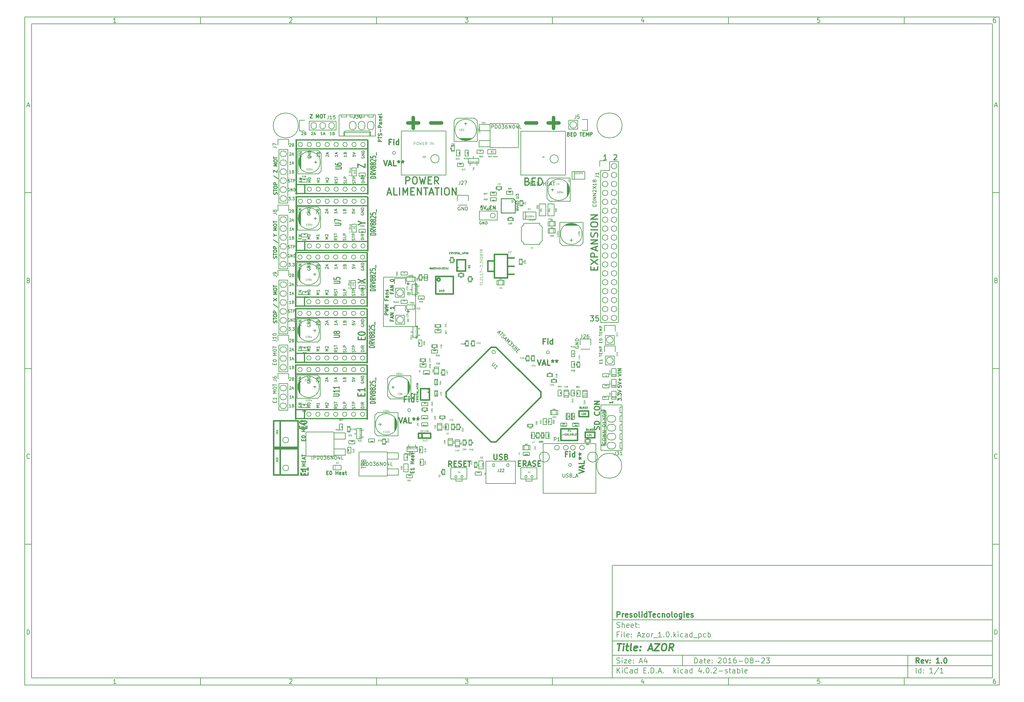
<source format=gbr>
G04 #@! TF.FileFunction,Legend,Top*
%FSLAX46Y46*%
G04 Gerber Fmt 4.6, Leading zero omitted, Abs format (unit mm)*
G04 Created by KiCad (PCBNEW 4.0.2-stable) date 05/09/2016 12:27:47*
%MOMM*%
G01*
G04 APERTURE LIST*
%ADD10C,0.150000*%
%ADD11C,0.300000*%
%ADD12C,0.400000*%
%ADD13C,0.340000*%
%ADD14C,0.250000*%
%ADD15C,0.149860*%
%ADD16C,0.350000*%
%ADD17C,1.000000*%
%ADD18C,0.304800*%
%ADD19C,0.200025*%
%ADD20C,0.200000*%
%ADD21C,0.381000*%
%ADD22C,0.127000*%
%ADD23C,0.099060*%
%ADD24C,0.203200*%
%ADD25C,0.200660*%
%ADD26C,0.152400*%
%ADD27C,0.248920*%
%ADD28C,0.131000*%
%ADD29C,0.375000*%
%ADD30C,0.119380*%
%ADD31C,0.271780*%
%ADD32C,0.254000*%
%ADD33C,0.060960*%
%ADD34C,0.124460*%
%ADD35C,0.109220*%
%ADD36C,0.050165*%
%ADD37C,0.050800*%
%ADD38C,0.040640*%
%ADD39C,0.125000*%
%ADD40C,0.090000*%
%ADD41C,0.088900*%
G04 APERTURE END LIST*
D10*
X177002200Y-166007200D02*
X177002200Y-198007200D01*
X285002200Y-198007200D01*
X285002200Y-166007200D01*
X177002200Y-166007200D01*
X10000000Y-10000000D02*
X10000000Y-200007200D01*
X287002200Y-200007200D01*
X287002200Y-10000000D01*
X10000000Y-10000000D01*
X12000000Y-12000000D02*
X12000000Y-198007200D01*
X285002200Y-198007200D01*
X285002200Y-12000000D01*
X12000000Y-12000000D01*
X60000000Y-12000000D02*
X60000000Y-10000000D01*
X110000000Y-12000000D02*
X110000000Y-10000000D01*
X160000000Y-12000000D02*
X160000000Y-10000000D01*
X210000000Y-12000000D02*
X210000000Y-10000000D01*
X260000000Y-12000000D02*
X260000000Y-10000000D01*
X35990476Y-11588095D02*
X35247619Y-11588095D01*
X35619048Y-11588095D02*
X35619048Y-10288095D01*
X35495238Y-10473810D01*
X35371429Y-10597619D01*
X35247619Y-10659524D01*
X85247619Y-10411905D02*
X85309524Y-10350000D01*
X85433333Y-10288095D01*
X85742857Y-10288095D01*
X85866667Y-10350000D01*
X85928571Y-10411905D01*
X85990476Y-10535714D01*
X85990476Y-10659524D01*
X85928571Y-10845238D01*
X85185714Y-11588095D01*
X85990476Y-11588095D01*
X135185714Y-10288095D02*
X135990476Y-10288095D01*
X135557143Y-10783333D01*
X135742857Y-10783333D01*
X135866667Y-10845238D01*
X135928571Y-10907143D01*
X135990476Y-11030952D01*
X135990476Y-11340476D01*
X135928571Y-11464286D01*
X135866667Y-11526190D01*
X135742857Y-11588095D01*
X135371429Y-11588095D01*
X135247619Y-11526190D01*
X135185714Y-11464286D01*
X185866667Y-10721429D02*
X185866667Y-11588095D01*
X185557143Y-10226190D02*
X185247619Y-11154762D01*
X186052381Y-11154762D01*
X235928571Y-10288095D02*
X235309524Y-10288095D01*
X235247619Y-10907143D01*
X235309524Y-10845238D01*
X235433333Y-10783333D01*
X235742857Y-10783333D01*
X235866667Y-10845238D01*
X235928571Y-10907143D01*
X235990476Y-11030952D01*
X235990476Y-11340476D01*
X235928571Y-11464286D01*
X235866667Y-11526190D01*
X235742857Y-11588095D01*
X235433333Y-11588095D01*
X235309524Y-11526190D01*
X235247619Y-11464286D01*
X285866667Y-10288095D02*
X285619048Y-10288095D01*
X285495238Y-10350000D01*
X285433333Y-10411905D01*
X285309524Y-10597619D01*
X285247619Y-10845238D01*
X285247619Y-11340476D01*
X285309524Y-11464286D01*
X285371429Y-11526190D01*
X285495238Y-11588095D01*
X285742857Y-11588095D01*
X285866667Y-11526190D01*
X285928571Y-11464286D01*
X285990476Y-11340476D01*
X285990476Y-11030952D01*
X285928571Y-10907143D01*
X285866667Y-10845238D01*
X285742857Y-10783333D01*
X285495238Y-10783333D01*
X285371429Y-10845238D01*
X285309524Y-10907143D01*
X285247619Y-11030952D01*
X60000000Y-198007200D02*
X60000000Y-200007200D01*
X110000000Y-198007200D02*
X110000000Y-200007200D01*
X160000000Y-198007200D02*
X160000000Y-200007200D01*
X210000000Y-198007200D02*
X210000000Y-200007200D01*
X260000000Y-198007200D02*
X260000000Y-200007200D01*
X35990476Y-199595295D02*
X35247619Y-199595295D01*
X35619048Y-199595295D02*
X35619048Y-198295295D01*
X35495238Y-198481010D01*
X35371429Y-198604819D01*
X35247619Y-198666724D01*
X85247619Y-198419105D02*
X85309524Y-198357200D01*
X85433333Y-198295295D01*
X85742857Y-198295295D01*
X85866667Y-198357200D01*
X85928571Y-198419105D01*
X85990476Y-198542914D01*
X85990476Y-198666724D01*
X85928571Y-198852438D01*
X85185714Y-199595295D01*
X85990476Y-199595295D01*
X135185714Y-198295295D02*
X135990476Y-198295295D01*
X135557143Y-198790533D01*
X135742857Y-198790533D01*
X135866667Y-198852438D01*
X135928571Y-198914343D01*
X135990476Y-199038152D01*
X135990476Y-199347676D01*
X135928571Y-199471486D01*
X135866667Y-199533390D01*
X135742857Y-199595295D01*
X135371429Y-199595295D01*
X135247619Y-199533390D01*
X135185714Y-199471486D01*
X185866667Y-198728629D02*
X185866667Y-199595295D01*
X185557143Y-198233390D02*
X185247619Y-199161962D01*
X186052381Y-199161962D01*
X235928571Y-198295295D02*
X235309524Y-198295295D01*
X235247619Y-198914343D01*
X235309524Y-198852438D01*
X235433333Y-198790533D01*
X235742857Y-198790533D01*
X235866667Y-198852438D01*
X235928571Y-198914343D01*
X235990476Y-199038152D01*
X235990476Y-199347676D01*
X235928571Y-199471486D01*
X235866667Y-199533390D01*
X235742857Y-199595295D01*
X235433333Y-199595295D01*
X235309524Y-199533390D01*
X235247619Y-199471486D01*
X285866667Y-198295295D02*
X285619048Y-198295295D01*
X285495238Y-198357200D01*
X285433333Y-198419105D01*
X285309524Y-198604819D01*
X285247619Y-198852438D01*
X285247619Y-199347676D01*
X285309524Y-199471486D01*
X285371429Y-199533390D01*
X285495238Y-199595295D01*
X285742857Y-199595295D01*
X285866667Y-199533390D01*
X285928571Y-199471486D01*
X285990476Y-199347676D01*
X285990476Y-199038152D01*
X285928571Y-198914343D01*
X285866667Y-198852438D01*
X285742857Y-198790533D01*
X285495238Y-198790533D01*
X285371429Y-198852438D01*
X285309524Y-198914343D01*
X285247619Y-199038152D01*
X10000000Y-60000000D02*
X12000000Y-60000000D01*
X10000000Y-110000000D02*
X12000000Y-110000000D01*
X10000000Y-160000000D02*
X12000000Y-160000000D01*
X10690476Y-35216667D02*
X11309524Y-35216667D01*
X10566667Y-35588095D02*
X11000000Y-34288095D01*
X11433333Y-35588095D01*
X11092857Y-84907143D02*
X11278571Y-84969048D01*
X11340476Y-85030952D01*
X11402381Y-85154762D01*
X11402381Y-85340476D01*
X11340476Y-85464286D01*
X11278571Y-85526190D01*
X11154762Y-85588095D01*
X10659524Y-85588095D01*
X10659524Y-84288095D01*
X11092857Y-84288095D01*
X11216667Y-84350000D01*
X11278571Y-84411905D01*
X11340476Y-84535714D01*
X11340476Y-84659524D01*
X11278571Y-84783333D01*
X11216667Y-84845238D01*
X11092857Y-84907143D01*
X10659524Y-84907143D01*
X11402381Y-135464286D02*
X11340476Y-135526190D01*
X11154762Y-135588095D01*
X11030952Y-135588095D01*
X10845238Y-135526190D01*
X10721429Y-135402381D01*
X10659524Y-135278571D01*
X10597619Y-135030952D01*
X10597619Y-134845238D01*
X10659524Y-134597619D01*
X10721429Y-134473810D01*
X10845238Y-134350000D01*
X11030952Y-134288095D01*
X11154762Y-134288095D01*
X11340476Y-134350000D01*
X11402381Y-134411905D01*
X10659524Y-185588095D02*
X10659524Y-184288095D01*
X10969048Y-184288095D01*
X11154762Y-184350000D01*
X11278571Y-184473810D01*
X11340476Y-184597619D01*
X11402381Y-184845238D01*
X11402381Y-185030952D01*
X11340476Y-185278571D01*
X11278571Y-185402381D01*
X11154762Y-185526190D01*
X10969048Y-185588095D01*
X10659524Y-185588095D01*
X287002200Y-60000000D02*
X285002200Y-60000000D01*
X287002200Y-110000000D02*
X285002200Y-110000000D01*
X287002200Y-160000000D02*
X285002200Y-160000000D01*
X285692676Y-35216667D02*
X286311724Y-35216667D01*
X285568867Y-35588095D02*
X286002200Y-34288095D01*
X286435533Y-35588095D01*
X286095057Y-84907143D02*
X286280771Y-84969048D01*
X286342676Y-85030952D01*
X286404581Y-85154762D01*
X286404581Y-85340476D01*
X286342676Y-85464286D01*
X286280771Y-85526190D01*
X286156962Y-85588095D01*
X285661724Y-85588095D01*
X285661724Y-84288095D01*
X286095057Y-84288095D01*
X286218867Y-84350000D01*
X286280771Y-84411905D01*
X286342676Y-84535714D01*
X286342676Y-84659524D01*
X286280771Y-84783333D01*
X286218867Y-84845238D01*
X286095057Y-84907143D01*
X285661724Y-84907143D01*
X286404581Y-135464286D02*
X286342676Y-135526190D01*
X286156962Y-135588095D01*
X286033152Y-135588095D01*
X285847438Y-135526190D01*
X285723629Y-135402381D01*
X285661724Y-135278571D01*
X285599819Y-135030952D01*
X285599819Y-134845238D01*
X285661724Y-134597619D01*
X285723629Y-134473810D01*
X285847438Y-134350000D01*
X286033152Y-134288095D01*
X286156962Y-134288095D01*
X286342676Y-134350000D01*
X286404581Y-134411905D01*
X285661724Y-185588095D02*
X285661724Y-184288095D01*
X285971248Y-184288095D01*
X286156962Y-184350000D01*
X286280771Y-184473810D01*
X286342676Y-184597619D01*
X286404581Y-184845238D01*
X286404581Y-185030952D01*
X286342676Y-185278571D01*
X286280771Y-185402381D01*
X286156962Y-185526190D01*
X285971248Y-185588095D01*
X285661724Y-185588095D01*
X200359343Y-193785771D02*
X200359343Y-192285771D01*
X200716486Y-192285771D01*
X200930771Y-192357200D01*
X201073629Y-192500057D01*
X201145057Y-192642914D01*
X201216486Y-192928629D01*
X201216486Y-193142914D01*
X201145057Y-193428629D01*
X201073629Y-193571486D01*
X200930771Y-193714343D01*
X200716486Y-193785771D01*
X200359343Y-193785771D01*
X202502200Y-193785771D02*
X202502200Y-193000057D01*
X202430771Y-192857200D01*
X202287914Y-192785771D01*
X202002200Y-192785771D01*
X201859343Y-192857200D01*
X202502200Y-193714343D02*
X202359343Y-193785771D01*
X202002200Y-193785771D01*
X201859343Y-193714343D01*
X201787914Y-193571486D01*
X201787914Y-193428629D01*
X201859343Y-193285771D01*
X202002200Y-193214343D01*
X202359343Y-193214343D01*
X202502200Y-193142914D01*
X203002200Y-192785771D02*
X203573629Y-192785771D01*
X203216486Y-192285771D02*
X203216486Y-193571486D01*
X203287914Y-193714343D01*
X203430772Y-193785771D01*
X203573629Y-193785771D01*
X204645057Y-193714343D02*
X204502200Y-193785771D01*
X204216486Y-193785771D01*
X204073629Y-193714343D01*
X204002200Y-193571486D01*
X204002200Y-193000057D01*
X204073629Y-192857200D01*
X204216486Y-192785771D01*
X204502200Y-192785771D01*
X204645057Y-192857200D01*
X204716486Y-193000057D01*
X204716486Y-193142914D01*
X204002200Y-193285771D01*
X205359343Y-193642914D02*
X205430771Y-193714343D01*
X205359343Y-193785771D01*
X205287914Y-193714343D01*
X205359343Y-193642914D01*
X205359343Y-193785771D01*
X205359343Y-192857200D02*
X205430771Y-192928629D01*
X205359343Y-193000057D01*
X205287914Y-192928629D01*
X205359343Y-192857200D01*
X205359343Y-193000057D01*
X207145057Y-192428629D02*
X207216486Y-192357200D01*
X207359343Y-192285771D01*
X207716486Y-192285771D01*
X207859343Y-192357200D01*
X207930772Y-192428629D01*
X208002200Y-192571486D01*
X208002200Y-192714343D01*
X207930772Y-192928629D01*
X207073629Y-193785771D01*
X208002200Y-193785771D01*
X208930771Y-192285771D02*
X209073628Y-192285771D01*
X209216485Y-192357200D01*
X209287914Y-192428629D01*
X209359343Y-192571486D01*
X209430771Y-192857200D01*
X209430771Y-193214343D01*
X209359343Y-193500057D01*
X209287914Y-193642914D01*
X209216485Y-193714343D01*
X209073628Y-193785771D01*
X208930771Y-193785771D01*
X208787914Y-193714343D01*
X208716485Y-193642914D01*
X208645057Y-193500057D01*
X208573628Y-193214343D01*
X208573628Y-192857200D01*
X208645057Y-192571486D01*
X208716485Y-192428629D01*
X208787914Y-192357200D01*
X208930771Y-192285771D01*
X210859342Y-193785771D02*
X210002199Y-193785771D01*
X210430771Y-193785771D02*
X210430771Y-192285771D01*
X210287914Y-192500057D01*
X210145056Y-192642914D01*
X210002199Y-192714343D01*
X212145056Y-192285771D02*
X211859342Y-192285771D01*
X211716485Y-192357200D01*
X211645056Y-192428629D01*
X211502199Y-192642914D01*
X211430770Y-192928629D01*
X211430770Y-193500057D01*
X211502199Y-193642914D01*
X211573627Y-193714343D01*
X211716485Y-193785771D01*
X212002199Y-193785771D01*
X212145056Y-193714343D01*
X212216485Y-193642914D01*
X212287913Y-193500057D01*
X212287913Y-193142914D01*
X212216485Y-193000057D01*
X212145056Y-192928629D01*
X212002199Y-192857200D01*
X211716485Y-192857200D01*
X211573627Y-192928629D01*
X211502199Y-193000057D01*
X211430770Y-193142914D01*
X212930770Y-193214343D02*
X214073627Y-193214343D01*
X215073627Y-192285771D02*
X215216484Y-192285771D01*
X215359341Y-192357200D01*
X215430770Y-192428629D01*
X215502199Y-192571486D01*
X215573627Y-192857200D01*
X215573627Y-193214343D01*
X215502199Y-193500057D01*
X215430770Y-193642914D01*
X215359341Y-193714343D01*
X215216484Y-193785771D01*
X215073627Y-193785771D01*
X214930770Y-193714343D01*
X214859341Y-193642914D01*
X214787913Y-193500057D01*
X214716484Y-193214343D01*
X214716484Y-192857200D01*
X214787913Y-192571486D01*
X214859341Y-192428629D01*
X214930770Y-192357200D01*
X215073627Y-192285771D01*
X216430770Y-192928629D02*
X216287912Y-192857200D01*
X216216484Y-192785771D01*
X216145055Y-192642914D01*
X216145055Y-192571486D01*
X216216484Y-192428629D01*
X216287912Y-192357200D01*
X216430770Y-192285771D01*
X216716484Y-192285771D01*
X216859341Y-192357200D01*
X216930770Y-192428629D01*
X217002198Y-192571486D01*
X217002198Y-192642914D01*
X216930770Y-192785771D01*
X216859341Y-192857200D01*
X216716484Y-192928629D01*
X216430770Y-192928629D01*
X216287912Y-193000057D01*
X216216484Y-193071486D01*
X216145055Y-193214343D01*
X216145055Y-193500057D01*
X216216484Y-193642914D01*
X216287912Y-193714343D01*
X216430770Y-193785771D01*
X216716484Y-193785771D01*
X216859341Y-193714343D01*
X216930770Y-193642914D01*
X217002198Y-193500057D01*
X217002198Y-193214343D01*
X216930770Y-193071486D01*
X216859341Y-193000057D01*
X216716484Y-192928629D01*
X217645055Y-193214343D02*
X218787912Y-193214343D01*
X219430769Y-192428629D02*
X219502198Y-192357200D01*
X219645055Y-192285771D01*
X220002198Y-192285771D01*
X220145055Y-192357200D01*
X220216484Y-192428629D01*
X220287912Y-192571486D01*
X220287912Y-192714343D01*
X220216484Y-192928629D01*
X219359341Y-193785771D01*
X220287912Y-193785771D01*
X220787912Y-192285771D02*
X221716483Y-192285771D01*
X221216483Y-192857200D01*
X221430769Y-192857200D01*
X221573626Y-192928629D01*
X221645055Y-193000057D01*
X221716483Y-193142914D01*
X221716483Y-193500057D01*
X221645055Y-193642914D01*
X221573626Y-193714343D01*
X221430769Y-193785771D01*
X221002197Y-193785771D01*
X220859340Y-193714343D01*
X220787912Y-193642914D01*
X177002200Y-194507200D02*
X285002200Y-194507200D01*
X178359343Y-196585771D02*
X178359343Y-195085771D01*
X179216486Y-196585771D02*
X178573629Y-195728629D01*
X179216486Y-195085771D02*
X178359343Y-195942914D01*
X179859343Y-196585771D02*
X179859343Y-195585771D01*
X179859343Y-195085771D02*
X179787914Y-195157200D01*
X179859343Y-195228629D01*
X179930771Y-195157200D01*
X179859343Y-195085771D01*
X179859343Y-195228629D01*
X181430772Y-196442914D02*
X181359343Y-196514343D01*
X181145057Y-196585771D01*
X181002200Y-196585771D01*
X180787915Y-196514343D01*
X180645057Y-196371486D01*
X180573629Y-196228629D01*
X180502200Y-195942914D01*
X180502200Y-195728629D01*
X180573629Y-195442914D01*
X180645057Y-195300057D01*
X180787915Y-195157200D01*
X181002200Y-195085771D01*
X181145057Y-195085771D01*
X181359343Y-195157200D01*
X181430772Y-195228629D01*
X182716486Y-196585771D02*
X182716486Y-195800057D01*
X182645057Y-195657200D01*
X182502200Y-195585771D01*
X182216486Y-195585771D01*
X182073629Y-195657200D01*
X182716486Y-196514343D02*
X182573629Y-196585771D01*
X182216486Y-196585771D01*
X182073629Y-196514343D01*
X182002200Y-196371486D01*
X182002200Y-196228629D01*
X182073629Y-196085771D01*
X182216486Y-196014343D01*
X182573629Y-196014343D01*
X182716486Y-195942914D01*
X184073629Y-196585771D02*
X184073629Y-195085771D01*
X184073629Y-196514343D02*
X183930772Y-196585771D01*
X183645058Y-196585771D01*
X183502200Y-196514343D01*
X183430772Y-196442914D01*
X183359343Y-196300057D01*
X183359343Y-195871486D01*
X183430772Y-195728629D01*
X183502200Y-195657200D01*
X183645058Y-195585771D01*
X183930772Y-195585771D01*
X184073629Y-195657200D01*
X185930772Y-195800057D02*
X186430772Y-195800057D01*
X186645058Y-196585771D02*
X185930772Y-196585771D01*
X185930772Y-195085771D01*
X186645058Y-195085771D01*
X187287915Y-196442914D02*
X187359343Y-196514343D01*
X187287915Y-196585771D01*
X187216486Y-196514343D01*
X187287915Y-196442914D01*
X187287915Y-196585771D01*
X188002201Y-196585771D02*
X188002201Y-195085771D01*
X188359344Y-195085771D01*
X188573629Y-195157200D01*
X188716487Y-195300057D01*
X188787915Y-195442914D01*
X188859344Y-195728629D01*
X188859344Y-195942914D01*
X188787915Y-196228629D01*
X188716487Y-196371486D01*
X188573629Y-196514343D01*
X188359344Y-196585771D01*
X188002201Y-196585771D01*
X189502201Y-196442914D02*
X189573629Y-196514343D01*
X189502201Y-196585771D01*
X189430772Y-196514343D01*
X189502201Y-196442914D01*
X189502201Y-196585771D01*
X190145058Y-196157200D02*
X190859344Y-196157200D01*
X190002201Y-196585771D02*
X190502201Y-195085771D01*
X191002201Y-196585771D01*
X191502201Y-196442914D02*
X191573629Y-196514343D01*
X191502201Y-196585771D01*
X191430772Y-196514343D01*
X191502201Y-196442914D01*
X191502201Y-196585771D01*
X194502201Y-196585771D02*
X194502201Y-195085771D01*
X194645058Y-196014343D02*
X195073629Y-196585771D01*
X195073629Y-195585771D02*
X194502201Y-196157200D01*
X195716487Y-196585771D02*
X195716487Y-195585771D01*
X195716487Y-195085771D02*
X195645058Y-195157200D01*
X195716487Y-195228629D01*
X195787915Y-195157200D01*
X195716487Y-195085771D01*
X195716487Y-195228629D01*
X197073630Y-196514343D02*
X196930773Y-196585771D01*
X196645059Y-196585771D01*
X196502201Y-196514343D01*
X196430773Y-196442914D01*
X196359344Y-196300057D01*
X196359344Y-195871486D01*
X196430773Y-195728629D01*
X196502201Y-195657200D01*
X196645059Y-195585771D01*
X196930773Y-195585771D01*
X197073630Y-195657200D01*
X198359344Y-196585771D02*
X198359344Y-195800057D01*
X198287915Y-195657200D01*
X198145058Y-195585771D01*
X197859344Y-195585771D01*
X197716487Y-195657200D01*
X198359344Y-196514343D02*
X198216487Y-196585771D01*
X197859344Y-196585771D01*
X197716487Y-196514343D01*
X197645058Y-196371486D01*
X197645058Y-196228629D01*
X197716487Y-196085771D01*
X197859344Y-196014343D01*
X198216487Y-196014343D01*
X198359344Y-195942914D01*
X199716487Y-196585771D02*
X199716487Y-195085771D01*
X199716487Y-196514343D02*
X199573630Y-196585771D01*
X199287916Y-196585771D01*
X199145058Y-196514343D01*
X199073630Y-196442914D01*
X199002201Y-196300057D01*
X199002201Y-195871486D01*
X199073630Y-195728629D01*
X199145058Y-195657200D01*
X199287916Y-195585771D01*
X199573630Y-195585771D01*
X199716487Y-195657200D01*
X202216487Y-195585771D02*
X202216487Y-196585771D01*
X201859344Y-195014343D02*
X201502201Y-196085771D01*
X202430773Y-196085771D01*
X203002201Y-196442914D02*
X203073629Y-196514343D01*
X203002201Y-196585771D01*
X202930772Y-196514343D01*
X203002201Y-196442914D01*
X203002201Y-196585771D01*
X204002201Y-195085771D02*
X204145058Y-195085771D01*
X204287915Y-195157200D01*
X204359344Y-195228629D01*
X204430773Y-195371486D01*
X204502201Y-195657200D01*
X204502201Y-196014343D01*
X204430773Y-196300057D01*
X204359344Y-196442914D01*
X204287915Y-196514343D01*
X204145058Y-196585771D01*
X204002201Y-196585771D01*
X203859344Y-196514343D01*
X203787915Y-196442914D01*
X203716487Y-196300057D01*
X203645058Y-196014343D01*
X203645058Y-195657200D01*
X203716487Y-195371486D01*
X203787915Y-195228629D01*
X203859344Y-195157200D01*
X204002201Y-195085771D01*
X205145058Y-196442914D02*
X205216486Y-196514343D01*
X205145058Y-196585771D01*
X205073629Y-196514343D01*
X205145058Y-196442914D01*
X205145058Y-196585771D01*
X205787915Y-195228629D02*
X205859344Y-195157200D01*
X206002201Y-195085771D01*
X206359344Y-195085771D01*
X206502201Y-195157200D01*
X206573630Y-195228629D01*
X206645058Y-195371486D01*
X206645058Y-195514343D01*
X206573630Y-195728629D01*
X205716487Y-196585771D01*
X206645058Y-196585771D01*
X207287915Y-196014343D02*
X208430772Y-196014343D01*
X209073629Y-196514343D02*
X209216486Y-196585771D01*
X209502201Y-196585771D01*
X209645058Y-196514343D01*
X209716486Y-196371486D01*
X209716486Y-196300057D01*
X209645058Y-196157200D01*
X209502201Y-196085771D01*
X209287915Y-196085771D01*
X209145058Y-196014343D01*
X209073629Y-195871486D01*
X209073629Y-195800057D01*
X209145058Y-195657200D01*
X209287915Y-195585771D01*
X209502201Y-195585771D01*
X209645058Y-195657200D01*
X210145058Y-195585771D02*
X210716487Y-195585771D01*
X210359344Y-195085771D02*
X210359344Y-196371486D01*
X210430772Y-196514343D01*
X210573630Y-196585771D01*
X210716487Y-196585771D01*
X211859344Y-196585771D02*
X211859344Y-195800057D01*
X211787915Y-195657200D01*
X211645058Y-195585771D01*
X211359344Y-195585771D01*
X211216487Y-195657200D01*
X211859344Y-196514343D02*
X211716487Y-196585771D01*
X211359344Y-196585771D01*
X211216487Y-196514343D01*
X211145058Y-196371486D01*
X211145058Y-196228629D01*
X211216487Y-196085771D01*
X211359344Y-196014343D01*
X211716487Y-196014343D01*
X211859344Y-195942914D01*
X212573630Y-196585771D02*
X212573630Y-195085771D01*
X212573630Y-195657200D02*
X212716487Y-195585771D01*
X213002201Y-195585771D01*
X213145058Y-195657200D01*
X213216487Y-195728629D01*
X213287916Y-195871486D01*
X213287916Y-196300057D01*
X213216487Y-196442914D01*
X213145058Y-196514343D01*
X213002201Y-196585771D01*
X212716487Y-196585771D01*
X212573630Y-196514343D01*
X214145059Y-196585771D02*
X214002201Y-196514343D01*
X213930773Y-196371486D01*
X213930773Y-195085771D01*
X215287915Y-196514343D02*
X215145058Y-196585771D01*
X214859344Y-196585771D01*
X214716487Y-196514343D01*
X214645058Y-196371486D01*
X214645058Y-195800057D01*
X214716487Y-195657200D01*
X214859344Y-195585771D01*
X215145058Y-195585771D01*
X215287915Y-195657200D01*
X215359344Y-195800057D01*
X215359344Y-195942914D01*
X214645058Y-196085771D01*
X177002200Y-191507200D02*
X285002200Y-191507200D01*
D11*
X264216486Y-193785771D02*
X263716486Y-193071486D01*
X263359343Y-193785771D02*
X263359343Y-192285771D01*
X263930771Y-192285771D01*
X264073629Y-192357200D01*
X264145057Y-192428629D01*
X264216486Y-192571486D01*
X264216486Y-192785771D01*
X264145057Y-192928629D01*
X264073629Y-193000057D01*
X263930771Y-193071486D01*
X263359343Y-193071486D01*
X265430771Y-193714343D02*
X265287914Y-193785771D01*
X265002200Y-193785771D01*
X264859343Y-193714343D01*
X264787914Y-193571486D01*
X264787914Y-193000057D01*
X264859343Y-192857200D01*
X265002200Y-192785771D01*
X265287914Y-192785771D01*
X265430771Y-192857200D01*
X265502200Y-193000057D01*
X265502200Y-193142914D01*
X264787914Y-193285771D01*
X266002200Y-192785771D02*
X266359343Y-193785771D01*
X266716485Y-192785771D01*
X267287914Y-193642914D02*
X267359342Y-193714343D01*
X267287914Y-193785771D01*
X267216485Y-193714343D01*
X267287914Y-193642914D01*
X267287914Y-193785771D01*
X267287914Y-192857200D02*
X267359342Y-192928629D01*
X267287914Y-193000057D01*
X267216485Y-192928629D01*
X267287914Y-192857200D01*
X267287914Y-193000057D01*
X269930771Y-193785771D02*
X269073628Y-193785771D01*
X269502200Y-193785771D02*
X269502200Y-192285771D01*
X269359343Y-192500057D01*
X269216485Y-192642914D01*
X269073628Y-192714343D01*
X270573628Y-193642914D02*
X270645056Y-193714343D01*
X270573628Y-193785771D01*
X270502199Y-193714343D01*
X270573628Y-193642914D01*
X270573628Y-193785771D01*
X271573628Y-192285771D02*
X271716485Y-192285771D01*
X271859342Y-192357200D01*
X271930771Y-192428629D01*
X272002200Y-192571486D01*
X272073628Y-192857200D01*
X272073628Y-193214343D01*
X272002200Y-193500057D01*
X271930771Y-193642914D01*
X271859342Y-193714343D01*
X271716485Y-193785771D01*
X271573628Y-193785771D01*
X271430771Y-193714343D01*
X271359342Y-193642914D01*
X271287914Y-193500057D01*
X271216485Y-193214343D01*
X271216485Y-192857200D01*
X271287914Y-192571486D01*
X271359342Y-192428629D01*
X271430771Y-192357200D01*
X271573628Y-192285771D01*
D10*
X178287914Y-193714343D02*
X178502200Y-193785771D01*
X178859343Y-193785771D01*
X179002200Y-193714343D01*
X179073629Y-193642914D01*
X179145057Y-193500057D01*
X179145057Y-193357200D01*
X179073629Y-193214343D01*
X179002200Y-193142914D01*
X178859343Y-193071486D01*
X178573629Y-193000057D01*
X178430771Y-192928629D01*
X178359343Y-192857200D01*
X178287914Y-192714343D01*
X178287914Y-192571486D01*
X178359343Y-192428629D01*
X178430771Y-192357200D01*
X178573629Y-192285771D01*
X178930771Y-192285771D01*
X179145057Y-192357200D01*
X179787914Y-193785771D02*
X179787914Y-192785771D01*
X179787914Y-192285771D02*
X179716485Y-192357200D01*
X179787914Y-192428629D01*
X179859342Y-192357200D01*
X179787914Y-192285771D01*
X179787914Y-192428629D01*
X180359343Y-192785771D02*
X181145057Y-192785771D01*
X180359343Y-193785771D01*
X181145057Y-193785771D01*
X182287914Y-193714343D02*
X182145057Y-193785771D01*
X181859343Y-193785771D01*
X181716486Y-193714343D01*
X181645057Y-193571486D01*
X181645057Y-193000057D01*
X181716486Y-192857200D01*
X181859343Y-192785771D01*
X182145057Y-192785771D01*
X182287914Y-192857200D01*
X182359343Y-193000057D01*
X182359343Y-193142914D01*
X181645057Y-193285771D01*
X183002200Y-193642914D02*
X183073628Y-193714343D01*
X183002200Y-193785771D01*
X182930771Y-193714343D01*
X183002200Y-193642914D01*
X183002200Y-193785771D01*
X183002200Y-192857200D02*
X183073628Y-192928629D01*
X183002200Y-193000057D01*
X182930771Y-192928629D01*
X183002200Y-192857200D01*
X183002200Y-193000057D01*
X184787914Y-193357200D02*
X185502200Y-193357200D01*
X184645057Y-193785771D02*
X185145057Y-192285771D01*
X185645057Y-193785771D01*
X186787914Y-192785771D02*
X186787914Y-193785771D01*
X186430771Y-192214343D02*
X186073628Y-193285771D01*
X187002200Y-193285771D01*
X263359343Y-196585771D02*
X263359343Y-195085771D01*
X264716486Y-196585771D02*
X264716486Y-195085771D01*
X264716486Y-196514343D02*
X264573629Y-196585771D01*
X264287915Y-196585771D01*
X264145057Y-196514343D01*
X264073629Y-196442914D01*
X264002200Y-196300057D01*
X264002200Y-195871486D01*
X264073629Y-195728629D01*
X264145057Y-195657200D01*
X264287915Y-195585771D01*
X264573629Y-195585771D01*
X264716486Y-195657200D01*
X265430772Y-196442914D02*
X265502200Y-196514343D01*
X265430772Y-196585771D01*
X265359343Y-196514343D01*
X265430772Y-196442914D01*
X265430772Y-196585771D01*
X265430772Y-195657200D02*
X265502200Y-195728629D01*
X265430772Y-195800057D01*
X265359343Y-195728629D01*
X265430772Y-195657200D01*
X265430772Y-195800057D01*
X268073629Y-196585771D02*
X267216486Y-196585771D01*
X267645058Y-196585771D02*
X267645058Y-195085771D01*
X267502201Y-195300057D01*
X267359343Y-195442914D01*
X267216486Y-195514343D01*
X269787914Y-195014343D02*
X268502200Y-196942914D01*
X271073629Y-196585771D02*
X270216486Y-196585771D01*
X270645058Y-196585771D02*
X270645058Y-195085771D01*
X270502201Y-195300057D01*
X270359343Y-195442914D01*
X270216486Y-195514343D01*
X177002200Y-187507200D02*
X285002200Y-187507200D01*
D12*
X178454581Y-188211962D02*
X179597438Y-188211962D01*
X178776010Y-190211962D02*
X179026010Y-188211962D01*
X180014105Y-190211962D02*
X180180771Y-188878629D01*
X180264105Y-188211962D02*
X180156962Y-188307200D01*
X180240295Y-188402438D01*
X180347439Y-188307200D01*
X180264105Y-188211962D01*
X180240295Y-188402438D01*
X180847438Y-188878629D02*
X181609343Y-188878629D01*
X181216486Y-188211962D02*
X181002200Y-189926248D01*
X181073630Y-190116724D01*
X181252201Y-190211962D01*
X181442677Y-190211962D01*
X182395058Y-190211962D02*
X182216487Y-190116724D01*
X182145057Y-189926248D01*
X182359343Y-188211962D01*
X183930772Y-190116724D02*
X183728391Y-190211962D01*
X183347439Y-190211962D01*
X183168867Y-190116724D01*
X183097438Y-189926248D01*
X183192676Y-189164343D01*
X183311724Y-188973867D01*
X183514105Y-188878629D01*
X183895057Y-188878629D01*
X184073629Y-188973867D01*
X184145057Y-189164343D01*
X184121248Y-189354819D01*
X183145057Y-189545295D01*
X184895057Y-190021486D02*
X184978392Y-190116724D01*
X184871248Y-190211962D01*
X184787915Y-190116724D01*
X184895057Y-190021486D01*
X184871248Y-190211962D01*
X185026010Y-188973867D02*
X185109344Y-189069105D01*
X185002200Y-189164343D01*
X184918867Y-189069105D01*
X185026010Y-188973867D01*
X185002200Y-189164343D01*
X187323629Y-189640533D02*
X188276010Y-189640533D01*
X187061725Y-190211962D02*
X187978392Y-188211962D01*
X188395059Y-190211962D01*
X189121249Y-188211962D02*
X190454583Y-188211962D01*
X188871249Y-190211962D01*
X190204583Y-190211962D01*
X191597440Y-188211962D02*
X191978392Y-188211962D01*
X192156963Y-188307200D01*
X192323631Y-188497676D01*
X192371249Y-188878629D01*
X192287916Y-189545295D01*
X192145059Y-189926248D01*
X191930773Y-190116724D01*
X191728392Y-190211962D01*
X191347440Y-190211962D01*
X191168869Y-190116724D01*
X191002201Y-189926248D01*
X190954582Y-189545295D01*
X191037915Y-188878629D01*
X191180773Y-188497676D01*
X191395059Y-188307200D01*
X191597440Y-188211962D01*
X194204583Y-190211962D02*
X193656963Y-189259581D01*
X193061725Y-190211962D02*
X193311725Y-188211962D01*
X194073630Y-188211962D01*
X194252201Y-188307200D01*
X194335535Y-188402438D01*
X194406964Y-188592914D01*
X194371249Y-188878629D01*
X194252202Y-189069105D01*
X194145058Y-189164343D01*
X193942677Y-189259581D01*
X193180772Y-189259581D01*
D10*
X178859343Y-185600057D02*
X178359343Y-185600057D01*
X178359343Y-186385771D02*
X178359343Y-184885771D01*
X179073629Y-184885771D01*
X179645057Y-186385771D02*
X179645057Y-185385771D01*
X179645057Y-184885771D02*
X179573628Y-184957200D01*
X179645057Y-185028629D01*
X179716485Y-184957200D01*
X179645057Y-184885771D01*
X179645057Y-185028629D01*
X180573629Y-186385771D02*
X180430771Y-186314343D01*
X180359343Y-186171486D01*
X180359343Y-184885771D01*
X181716485Y-186314343D02*
X181573628Y-186385771D01*
X181287914Y-186385771D01*
X181145057Y-186314343D01*
X181073628Y-186171486D01*
X181073628Y-185600057D01*
X181145057Y-185457200D01*
X181287914Y-185385771D01*
X181573628Y-185385771D01*
X181716485Y-185457200D01*
X181787914Y-185600057D01*
X181787914Y-185742914D01*
X181073628Y-185885771D01*
X182430771Y-186242914D02*
X182502199Y-186314343D01*
X182430771Y-186385771D01*
X182359342Y-186314343D01*
X182430771Y-186242914D01*
X182430771Y-186385771D01*
X182430771Y-185457200D02*
X182502199Y-185528629D01*
X182430771Y-185600057D01*
X182359342Y-185528629D01*
X182430771Y-185457200D01*
X182430771Y-185600057D01*
X184216485Y-185957200D02*
X184930771Y-185957200D01*
X184073628Y-186385771D02*
X184573628Y-184885771D01*
X185073628Y-186385771D01*
X185430771Y-185385771D02*
X186216485Y-185385771D01*
X185430771Y-186385771D01*
X186216485Y-186385771D01*
X187002200Y-186385771D02*
X186859342Y-186314343D01*
X186787914Y-186242914D01*
X186716485Y-186100057D01*
X186716485Y-185671486D01*
X186787914Y-185528629D01*
X186859342Y-185457200D01*
X187002200Y-185385771D01*
X187216485Y-185385771D01*
X187359342Y-185457200D01*
X187430771Y-185528629D01*
X187502200Y-185671486D01*
X187502200Y-186100057D01*
X187430771Y-186242914D01*
X187359342Y-186314343D01*
X187216485Y-186385771D01*
X187002200Y-186385771D01*
X188145057Y-186385771D02*
X188145057Y-185385771D01*
X188145057Y-185671486D02*
X188216485Y-185528629D01*
X188287914Y-185457200D01*
X188430771Y-185385771D01*
X188573628Y-185385771D01*
X188716485Y-186528629D02*
X189859342Y-186528629D01*
X191002199Y-186385771D02*
X190145056Y-186385771D01*
X190573628Y-186385771D02*
X190573628Y-184885771D01*
X190430771Y-185100057D01*
X190287913Y-185242914D01*
X190145056Y-185314343D01*
X191645056Y-186242914D02*
X191716484Y-186314343D01*
X191645056Y-186385771D01*
X191573627Y-186314343D01*
X191645056Y-186242914D01*
X191645056Y-186385771D01*
X192645056Y-184885771D02*
X192787913Y-184885771D01*
X192930770Y-184957200D01*
X193002199Y-185028629D01*
X193073628Y-185171486D01*
X193145056Y-185457200D01*
X193145056Y-185814343D01*
X193073628Y-186100057D01*
X193002199Y-186242914D01*
X192930770Y-186314343D01*
X192787913Y-186385771D01*
X192645056Y-186385771D01*
X192502199Y-186314343D01*
X192430770Y-186242914D01*
X192359342Y-186100057D01*
X192287913Y-185814343D01*
X192287913Y-185457200D01*
X192359342Y-185171486D01*
X192430770Y-185028629D01*
X192502199Y-184957200D01*
X192645056Y-184885771D01*
X193787913Y-186242914D02*
X193859341Y-186314343D01*
X193787913Y-186385771D01*
X193716484Y-186314343D01*
X193787913Y-186242914D01*
X193787913Y-186385771D01*
X194502199Y-186385771D02*
X194502199Y-184885771D01*
X194645056Y-185814343D02*
X195073627Y-186385771D01*
X195073627Y-185385771D02*
X194502199Y-185957200D01*
X195716485Y-186385771D02*
X195716485Y-185385771D01*
X195716485Y-184885771D02*
X195645056Y-184957200D01*
X195716485Y-185028629D01*
X195787913Y-184957200D01*
X195716485Y-184885771D01*
X195716485Y-185028629D01*
X197073628Y-186314343D02*
X196930771Y-186385771D01*
X196645057Y-186385771D01*
X196502199Y-186314343D01*
X196430771Y-186242914D01*
X196359342Y-186100057D01*
X196359342Y-185671486D01*
X196430771Y-185528629D01*
X196502199Y-185457200D01*
X196645057Y-185385771D01*
X196930771Y-185385771D01*
X197073628Y-185457200D01*
X198359342Y-186385771D02*
X198359342Y-185600057D01*
X198287913Y-185457200D01*
X198145056Y-185385771D01*
X197859342Y-185385771D01*
X197716485Y-185457200D01*
X198359342Y-186314343D02*
X198216485Y-186385771D01*
X197859342Y-186385771D01*
X197716485Y-186314343D01*
X197645056Y-186171486D01*
X197645056Y-186028629D01*
X197716485Y-185885771D01*
X197859342Y-185814343D01*
X198216485Y-185814343D01*
X198359342Y-185742914D01*
X199716485Y-186385771D02*
X199716485Y-184885771D01*
X199716485Y-186314343D02*
X199573628Y-186385771D01*
X199287914Y-186385771D01*
X199145056Y-186314343D01*
X199073628Y-186242914D01*
X199002199Y-186100057D01*
X199002199Y-185671486D01*
X199073628Y-185528629D01*
X199145056Y-185457200D01*
X199287914Y-185385771D01*
X199573628Y-185385771D01*
X199716485Y-185457200D01*
X200073628Y-186528629D02*
X201216485Y-186528629D01*
X201573628Y-185385771D02*
X201573628Y-186885771D01*
X201573628Y-185457200D02*
X201716485Y-185385771D01*
X202002199Y-185385771D01*
X202145056Y-185457200D01*
X202216485Y-185528629D01*
X202287914Y-185671486D01*
X202287914Y-186100057D01*
X202216485Y-186242914D01*
X202145056Y-186314343D01*
X202002199Y-186385771D01*
X201716485Y-186385771D01*
X201573628Y-186314343D01*
X203573628Y-186314343D02*
X203430771Y-186385771D01*
X203145057Y-186385771D01*
X203002199Y-186314343D01*
X202930771Y-186242914D01*
X202859342Y-186100057D01*
X202859342Y-185671486D01*
X202930771Y-185528629D01*
X203002199Y-185457200D01*
X203145057Y-185385771D01*
X203430771Y-185385771D01*
X203573628Y-185457200D01*
X204216485Y-186385771D02*
X204216485Y-184885771D01*
X204216485Y-185457200D02*
X204359342Y-185385771D01*
X204645056Y-185385771D01*
X204787913Y-185457200D01*
X204859342Y-185528629D01*
X204930771Y-185671486D01*
X204930771Y-186100057D01*
X204859342Y-186242914D01*
X204787913Y-186314343D01*
X204645056Y-186385771D01*
X204359342Y-186385771D01*
X204216485Y-186314343D01*
X177002200Y-181507200D02*
X285002200Y-181507200D01*
X178287914Y-183614343D02*
X178502200Y-183685771D01*
X178859343Y-183685771D01*
X179002200Y-183614343D01*
X179073629Y-183542914D01*
X179145057Y-183400057D01*
X179145057Y-183257200D01*
X179073629Y-183114343D01*
X179002200Y-183042914D01*
X178859343Y-182971486D01*
X178573629Y-182900057D01*
X178430771Y-182828629D01*
X178359343Y-182757200D01*
X178287914Y-182614343D01*
X178287914Y-182471486D01*
X178359343Y-182328629D01*
X178430771Y-182257200D01*
X178573629Y-182185771D01*
X178930771Y-182185771D01*
X179145057Y-182257200D01*
X179787914Y-183685771D02*
X179787914Y-182185771D01*
X180430771Y-183685771D02*
X180430771Y-182900057D01*
X180359342Y-182757200D01*
X180216485Y-182685771D01*
X180002200Y-182685771D01*
X179859342Y-182757200D01*
X179787914Y-182828629D01*
X181716485Y-183614343D02*
X181573628Y-183685771D01*
X181287914Y-183685771D01*
X181145057Y-183614343D01*
X181073628Y-183471486D01*
X181073628Y-182900057D01*
X181145057Y-182757200D01*
X181287914Y-182685771D01*
X181573628Y-182685771D01*
X181716485Y-182757200D01*
X181787914Y-182900057D01*
X181787914Y-183042914D01*
X181073628Y-183185771D01*
X183002199Y-183614343D02*
X182859342Y-183685771D01*
X182573628Y-183685771D01*
X182430771Y-183614343D01*
X182359342Y-183471486D01*
X182359342Y-182900057D01*
X182430771Y-182757200D01*
X182573628Y-182685771D01*
X182859342Y-182685771D01*
X183002199Y-182757200D01*
X183073628Y-182900057D01*
X183073628Y-183042914D01*
X182359342Y-183185771D01*
X183502199Y-182685771D02*
X184073628Y-182685771D01*
X183716485Y-182185771D02*
X183716485Y-183471486D01*
X183787913Y-183614343D01*
X183930771Y-183685771D01*
X184073628Y-183685771D01*
X184573628Y-183542914D02*
X184645056Y-183614343D01*
X184573628Y-183685771D01*
X184502199Y-183614343D01*
X184573628Y-183542914D01*
X184573628Y-183685771D01*
X184573628Y-182757200D02*
X184645056Y-182828629D01*
X184573628Y-182900057D01*
X184502199Y-182828629D01*
X184573628Y-182757200D01*
X184573628Y-182900057D01*
D11*
X178359343Y-180685771D02*
X178359343Y-179185771D01*
X178930771Y-179185771D01*
X179073629Y-179257200D01*
X179145057Y-179328629D01*
X179216486Y-179471486D01*
X179216486Y-179685771D01*
X179145057Y-179828629D01*
X179073629Y-179900057D01*
X178930771Y-179971486D01*
X178359343Y-179971486D01*
X179859343Y-180685771D02*
X179859343Y-179685771D01*
X179859343Y-179971486D02*
X179930771Y-179828629D01*
X180002200Y-179757200D01*
X180145057Y-179685771D01*
X180287914Y-179685771D01*
X181359342Y-180614343D02*
X181216485Y-180685771D01*
X180930771Y-180685771D01*
X180787914Y-180614343D01*
X180716485Y-180471486D01*
X180716485Y-179900057D01*
X180787914Y-179757200D01*
X180930771Y-179685771D01*
X181216485Y-179685771D01*
X181359342Y-179757200D01*
X181430771Y-179900057D01*
X181430771Y-180042914D01*
X180716485Y-180185771D01*
X182002199Y-180614343D02*
X182145056Y-180685771D01*
X182430771Y-180685771D01*
X182573628Y-180614343D01*
X182645056Y-180471486D01*
X182645056Y-180400057D01*
X182573628Y-180257200D01*
X182430771Y-180185771D01*
X182216485Y-180185771D01*
X182073628Y-180114343D01*
X182002199Y-179971486D01*
X182002199Y-179900057D01*
X182073628Y-179757200D01*
X182216485Y-179685771D01*
X182430771Y-179685771D01*
X182573628Y-179757200D01*
X183502200Y-180685771D02*
X183359342Y-180614343D01*
X183287914Y-180542914D01*
X183216485Y-180400057D01*
X183216485Y-179971486D01*
X183287914Y-179828629D01*
X183359342Y-179757200D01*
X183502200Y-179685771D01*
X183716485Y-179685771D01*
X183859342Y-179757200D01*
X183930771Y-179828629D01*
X184002200Y-179971486D01*
X184002200Y-180400057D01*
X183930771Y-180542914D01*
X183859342Y-180614343D01*
X183716485Y-180685771D01*
X183502200Y-180685771D01*
X184859343Y-180685771D02*
X184716485Y-180614343D01*
X184645057Y-180471486D01*
X184645057Y-179185771D01*
X185430771Y-180685771D02*
X185430771Y-179685771D01*
X185430771Y-179185771D02*
X185359342Y-179257200D01*
X185430771Y-179328629D01*
X185502199Y-179257200D01*
X185430771Y-179185771D01*
X185430771Y-179328629D01*
X186787914Y-180685771D02*
X186787914Y-179185771D01*
X186787914Y-180614343D02*
X186645057Y-180685771D01*
X186359343Y-180685771D01*
X186216485Y-180614343D01*
X186145057Y-180542914D01*
X186073628Y-180400057D01*
X186073628Y-179971486D01*
X186145057Y-179828629D01*
X186216485Y-179757200D01*
X186359343Y-179685771D01*
X186645057Y-179685771D01*
X186787914Y-179757200D01*
X187287914Y-179185771D02*
X188145057Y-179185771D01*
X187716486Y-180685771D02*
X187716486Y-179185771D01*
X189216485Y-180614343D02*
X189073628Y-180685771D01*
X188787914Y-180685771D01*
X188645057Y-180614343D01*
X188573628Y-180471486D01*
X188573628Y-179900057D01*
X188645057Y-179757200D01*
X188787914Y-179685771D01*
X189073628Y-179685771D01*
X189216485Y-179757200D01*
X189287914Y-179900057D01*
X189287914Y-180042914D01*
X188573628Y-180185771D01*
X190573628Y-180614343D02*
X190430771Y-180685771D01*
X190145057Y-180685771D01*
X190002199Y-180614343D01*
X189930771Y-180542914D01*
X189859342Y-180400057D01*
X189859342Y-179971486D01*
X189930771Y-179828629D01*
X190002199Y-179757200D01*
X190145057Y-179685771D01*
X190430771Y-179685771D01*
X190573628Y-179757200D01*
X191216485Y-179685771D02*
X191216485Y-180685771D01*
X191216485Y-179828629D02*
X191287913Y-179757200D01*
X191430771Y-179685771D01*
X191645056Y-179685771D01*
X191787913Y-179757200D01*
X191859342Y-179900057D01*
X191859342Y-180685771D01*
X192787914Y-180685771D02*
X192645056Y-180614343D01*
X192573628Y-180542914D01*
X192502199Y-180400057D01*
X192502199Y-179971486D01*
X192573628Y-179828629D01*
X192645056Y-179757200D01*
X192787914Y-179685771D01*
X193002199Y-179685771D01*
X193145056Y-179757200D01*
X193216485Y-179828629D01*
X193287914Y-179971486D01*
X193287914Y-180400057D01*
X193216485Y-180542914D01*
X193145056Y-180614343D01*
X193002199Y-180685771D01*
X192787914Y-180685771D01*
X194145057Y-180685771D02*
X194002199Y-180614343D01*
X193930771Y-180471486D01*
X193930771Y-179185771D01*
X194930771Y-180685771D02*
X194787913Y-180614343D01*
X194716485Y-180542914D01*
X194645056Y-180400057D01*
X194645056Y-179971486D01*
X194716485Y-179828629D01*
X194787913Y-179757200D01*
X194930771Y-179685771D01*
X195145056Y-179685771D01*
X195287913Y-179757200D01*
X195359342Y-179828629D01*
X195430771Y-179971486D01*
X195430771Y-180400057D01*
X195359342Y-180542914D01*
X195287913Y-180614343D01*
X195145056Y-180685771D01*
X194930771Y-180685771D01*
X196716485Y-179685771D02*
X196716485Y-180900057D01*
X196645056Y-181042914D01*
X196573628Y-181114343D01*
X196430771Y-181185771D01*
X196216485Y-181185771D01*
X196073628Y-181114343D01*
X196716485Y-180614343D02*
X196573628Y-180685771D01*
X196287914Y-180685771D01*
X196145056Y-180614343D01*
X196073628Y-180542914D01*
X196002199Y-180400057D01*
X196002199Y-179971486D01*
X196073628Y-179828629D01*
X196145056Y-179757200D01*
X196287914Y-179685771D01*
X196573628Y-179685771D01*
X196716485Y-179757200D01*
X197430771Y-180685771D02*
X197430771Y-179685771D01*
X197430771Y-179185771D02*
X197359342Y-179257200D01*
X197430771Y-179328629D01*
X197502199Y-179257200D01*
X197430771Y-179185771D01*
X197430771Y-179328629D01*
X198716485Y-180614343D02*
X198573628Y-180685771D01*
X198287914Y-180685771D01*
X198145057Y-180614343D01*
X198073628Y-180471486D01*
X198073628Y-179900057D01*
X198145057Y-179757200D01*
X198287914Y-179685771D01*
X198573628Y-179685771D01*
X198716485Y-179757200D01*
X198787914Y-179900057D01*
X198787914Y-180042914D01*
X198073628Y-180185771D01*
X199359342Y-180614343D02*
X199502199Y-180685771D01*
X199787914Y-180685771D01*
X199930771Y-180614343D01*
X200002199Y-180471486D01*
X200002199Y-180400057D01*
X199930771Y-180257200D01*
X199787914Y-180185771D01*
X199573628Y-180185771D01*
X199430771Y-180114343D01*
X199359342Y-179971486D01*
X199359342Y-179900057D01*
X199430771Y-179757200D01*
X199573628Y-179685771D01*
X199787914Y-179685771D01*
X199930771Y-179757200D01*
D10*
X197002200Y-191507200D02*
X197002200Y-194507200D01*
X261002200Y-191507200D02*
X261002200Y-198007200D01*
D13*
X173307143Y-127371429D02*
X173378571Y-127157143D01*
X173378571Y-126800000D01*
X173307143Y-126657143D01*
X173235714Y-126585714D01*
X173092857Y-126514286D01*
X172950000Y-126514286D01*
X172807143Y-126585714D01*
X172735714Y-126657143D01*
X172664286Y-126800000D01*
X172592857Y-127085714D01*
X172521429Y-127228572D01*
X172450000Y-127300000D01*
X172307143Y-127371429D01*
X172164286Y-127371429D01*
X172021429Y-127300000D01*
X171950000Y-127228572D01*
X171878571Y-127085714D01*
X171878571Y-126728572D01*
X171950000Y-126514286D01*
X173378571Y-125871429D02*
X171878571Y-125871429D01*
X171878571Y-125514286D01*
X171950000Y-125300001D01*
X172092857Y-125157143D01*
X172235714Y-125085715D01*
X172521429Y-125014286D01*
X172735714Y-125014286D01*
X173021429Y-125085715D01*
X173164286Y-125157143D01*
X173307143Y-125300001D01*
X173378571Y-125514286D01*
X173378571Y-125871429D01*
X173235714Y-122371429D02*
X173307143Y-122442858D01*
X173378571Y-122657144D01*
X173378571Y-122800001D01*
X173307143Y-123014286D01*
X173164286Y-123157144D01*
X173021429Y-123228572D01*
X172735714Y-123300001D01*
X172521429Y-123300001D01*
X172235714Y-123228572D01*
X172092857Y-123157144D01*
X171950000Y-123014286D01*
X171878571Y-122800001D01*
X171878571Y-122657144D01*
X171950000Y-122442858D01*
X172021429Y-122371429D01*
X171878571Y-121442858D02*
X171878571Y-121157144D01*
X171950000Y-121014286D01*
X172092857Y-120871429D01*
X172378571Y-120800001D01*
X172878571Y-120800001D01*
X173164286Y-120871429D01*
X173307143Y-121014286D01*
X173378571Y-121157144D01*
X173378571Y-121442858D01*
X173307143Y-121585715D01*
X173164286Y-121728572D01*
X172878571Y-121800001D01*
X172378571Y-121800001D01*
X172092857Y-121728572D01*
X171950000Y-121585715D01*
X171878571Y-121442858D01*
X173378571Y-120157143D02*
X171878571Y-120157143D01*
X173378571Y-119300000D01*
X171878571Y-119300000D01*
D14*
X170743715Y-94936571D02*
X171672286Y-94936571D01*
X171172286Y-95508000D01*
X171386572Y-95508000D01*
X171529429Y-95579429D01*
X171600858Y-95650857D01*
X171672286Y-95793714D01*
X171672286Y-96150857D01*
X171600858Y-96293714D01*
X171529429Y-96365143D01*
X171386572Y-96436571D01*
X170958000Y-96436571D01*
X170815143Y-96365143D01*
X170743715Y-96293714D01*
X173029429Y-94936571D02*
X172315143Y-94936571D01*
X172243714Y-95650857D01*
X172315143Y-95579429D01*
X172458000Y-95508000D01*
X172815143Y-95508000D01*
X172958000Y-95579429D01*
X173029429Y-95650857D01*
X173100857Y-95793714D01*
X173100857Y-96150857D01*
X173029429Y-96293714D01*
X172958000Y-96365143D01*
X172815143Y-96436571D01*
X172458000Y-96436571D01*
X172315143Y-96365143D01*
X172243714Y-96293714D01*
X118943429Y-96646952D02*
X118943429Y-95885047D01*
X118943429Y-89026952D02*
X118943429Y-88265047D01*
D15*
X88352850Y-56990550D02*
X88352850Y-56723850D01*
X88771950Y-56609550D02*
X88771950Y-56990550D01*
X87971850Y-56990550D01*
X87971850Y-56609550D01*
X88771950Y-56266650D02*
X87971850Y-56266650D01*
X88771950Y-55809450D01*
X87971850Y-55809450D01*
X91311950Y-57047700D02*
X90511850Y-57047700D01*
X91083350Y-56781000D01*
X90511850Y-56514300D01*
X91311950Y-56514300D01*
X90511850Y-55980900D02*
X90511850Y-55904700D01*
X90549950Y-55828500D01*
X90588050Y-55790400D01*
X90664250Y-55752300D01*
X90816650Y-55714200D01*
X91007150Y-55714200D01*
X91159550Y-55752300D01*
X91235750Y-55790400D01*
X91273850Y-55828500D01*
X91311950Y-55904700D01*
X91311950Y-55980900D01*
X91273850Y-56057100D01*
X91235750Y-56095200D01*
X91159550Y-56133300D01*
X91007150Y-56171400D01*
X90816650Y-56171400D01*
X90664250Y-56133300D01*
X90588050Y-56095200D01*
X90549950Y-56057100D01*
X90511850Y-55980900D01*
X93851950Y-57047700D02*
X93051850Y-57047700D01*
X93623350Y-56781000D01*
X93051850Y-56514300D01*
X93851950Y-56514300D01*
X93851950Y-55714200D02*
X93851950Y-56171400D01*
X93851950Y-55942800D02*
X93051850Y-55942800D01*
X93166150Y-56019000D01*
X93242350Y-56095200D01*
X93280450Y-56171400D01*
X96391950Y-57047700D02*
X95591850Y-57047700D01*
X96163350Y-56781000D01*
X95591850Y-56514300D01*
X96391950Y-56514300D01*
X95668050Y-56171400D02*
X95629950Y-56133300D01*
X95591850Y-56057100D01*
X95591850Y-55866600D01*
X95629950Y-55790400D01*
X95668050Y-55752300D01*
X95744250Y-55714200D01*
X95820450Y-55714200D01*
X95934750Y-55752300D01*
X96391950Y-56209500D01*
X96391950Y-55714200D01*
X98931950Y-56838150D02*
X98550950Y-57104850D01*
X98931950Y-57295350D02*
X98131850Y-57295350D01*
X98131850Y-56990550D01*
X98169950Y-56914350D01*
X98208050Y-56876250D01*
X98284250Y-56838150D01*
X98398550Y-56838150D01*
X98474750Y-56876250D01*
X98512850Y-56914350D01*
X98550950Y-56990550D01*
X98550950Y-57295350D01*
X98893850Y-56533350D02*
X98931950Y-56419050D01*
X98931950Y-56228550D01*
X98893850Y-56152350D01*
X98855750Y-56114250D01*
X98779550Y-56076150D01*
X98703350Y-56076150D01*
X98627150Y-56114250D01*
X98589050Y-56152350D01*
X98550950Y-56228550D01*
X98512850Y-56380950D01*
X98474750Y-56457150D01*
X98436650Y-56495250D01*
X98360450Y-56533350D01*
X98284250Y-56533350D01*
X98208050Y-56495250D01*
X98169950Y-56457150D01*
X98131850Y-56380950D01*
X98131850Y-56190450D01*
X98169950Y-56076150D01*
X98131850Y-55847550D02*
X98131850Y-55390350D01*
X98931950Y-55618950D02*
X98131850Y-55618950D01*
X101433850Y-57352500D02*
X101471950Y-57238200D01*
X101471950Y-57047700D01*
X101433850Y-56971500D01*
X101395750Y-56933400D01*
X101319550Y-56895300D01*
X101243350Y-56895300D01*
X101167150Y-56933400D01*
X101129050Y-56971500D01*
X101090950Y-57047700D01*
X101052850Y-57200100D01*
X101014750Y-57276300D01*
X100976650Y-57314400D01*
X100900450Y-57352500D01*
X100824250Y-57352500D01*
X100748050Y-57314400D01*
X100709950Y-57276300D01*
X100671850Y-57200100D01*
X100671850Y-57009600D01*
X100709950Y-56895300D01*
X101471950Y-56171400D02*
X101471950Y-56552400D01*
X100671850Y-56552400D01*
X101471950Y-55904700D02*
X100671850Y-55904700D01*
X100671850Y-55599900D01*
X100709950Y-55523700D01*
X100748050Y-55485600D01*
X100824250Y-55447500D01*
X100938550Y-55447500D01*
X101014750Y-55485600D01*
X101052850Y-55523700D01*
X101090950Y-55599900D01*
X101090950Y-55904700D01*
X103973850Y-57333450D02*
X104011950Y-57219150D01*
X104011950Y-57028650D01*
X103973850Y-56952450D01*
X103935750Y-56914350D01*
X103859550Y-56876250D01*
X103783350Y-56876250D01*
X103707150Y-56914350D01*
X103669050Y-56952450D01*
X103630950Y-57028650D01*
X103592850Y-57181050D01*
X103554750Y-57257250D01*
X103516650Y-57295350D01*
X103440450Y-57333450D01*
X103364250Y-57333450D01*
X103288050Y-57295350D01*
X103249950Y-57257250D01*
X103211850Y-57181050D01*
X103211850Y-56990550D01*
X103249950Y-56876250D01*
X103211850Y-56647650D02*
X103211850Y-56190450D01*
X104011950Y-56419050D02*
X103211850Y-56419050D01*
X104011950Y-55923750D02*
X103211850Y-55923750D01*
X103211850Y-55618950D01*
X103249950Y-55542750D01*
X103288050Y-55504650D01*
X103364250Y-55466550D01*
X103478550Y-55466550D01*
X103554750Y-55504650D01*
X103592850Y-55542750D01*
X103630950Y-55618950D01*
X103630950Y-55923750D01*
X106551950Y-57200100D02*
X105751850Y-57200100D01*
X105751850Y-57009600D01*
X105789950Y-56895300D01*
X105866150Y-56819100D01*
X105942350Y-56781000D01*
X106094750Y-56742900D01*
X106209050Y-56742900D01*
X106361450Y-56781000D01*
X106437650Y-56819100D01*
X106513850Y-56895300D01*
X106551950Y-57009600D01*
X106551950Y-57200100D01*
X106551950Y-56400000D02*
X105751850Y-56400000D01*
X106551950Y-55561800D02*
X106170950Y-55828500D01*
X106551950Y-56019000D02*
X105751850Y-56019000D01*
X105751850Y-55714200D01*
X105789950Y-55638000D01*
X105828050Y-55599900D01*
X105904250Y-55561800D01*
X106018550Y-55561800D01*
X106094750Y-55599900D01*
X106132850Y-55638000D01*
X106170950Y-55714200D01*
X106170950Y-56019000D01*
D14*
X177102381Y-119264285D02*
X177102381Y-119835714D01*
X177102381Y-119550000D02*
X176102381Y-119550000D01*
X176245238Y-119645238D01*
X176340476Y-119740476D01*
X176388095Y-119835714D01*
D16*
X152848095Y-56807143D02*
X153133809Y-56902381D01*
X153229048Y-56997619D01*
X153324286Y-57188095D01*
X153324286Y-57473810D01*
X153229048Y-57664286D01*
X153133809Y-57759524D01*
X152943333Y-57854762D01*
X152181428Y-57854762D01*
X152181428Y-55854762D01*
X152848095Y-55854762D01*
X153038571Y-55950000D01*
X153133809Y-56045238D01*
X153229048Y-56235714D01*
X153229048Y-56426190D01*
X153133809Y-56616667D01*
X153038571Y-56711905D01*
X152848095Y-56807143D01*
X152181428Y-56807143D01*
X154181428Y-56807143D02*
X154848095Y-56807143D01*
X155133809Y-57854762D02*
X154181428Y-57854762D01*
X154181428Y-55854762D01*
X155133809Y-55854762D01*
X155990952Y-57854762D02*
X155990952Y-55854762D01*
X156467143Y-55854762D01*
X156752857Y-55950000D01*
X156943333Y-56140476D01*
X157038572Y-56330952D01*
X157133810Y-56711905D01*
X157133810Y-56997619D01*
X157038572Y-57378571D01*
X156943333Y-57569048D01*
X156752857Y-57759524D01*
X156467143Y-57854762D01*
X155990952Y-57854762D01*
X118316952Y-57495762D02*
X118316952Y-55495762D01*
X119078857Y-55495762D01*
X119269333Y-55591000D01*
X119364572Y-55686238D01*
X119459810Y-55876714D01*
X119459810Y-56162429D01*
X119364572Y-56352905D01*
X119269333Y-56448143D01*
X119078857Y-56543381D01*
X118316952Y-56543381D01*
X120697905Y-55495762D02*
X121078857Y-55495762D01*
X121269333Y-55591000D01*
X121459810Y-55781476D01*
X121555048Y-56162429D01*
X121555048Y-56829095D01*
X121459810Y-57210048D01*
X121269333Y-57400524D01*
X121078857Y-57495762D01*
X120697905Y-57495762D01*
X120507429Y-57400524D01*
X120316952Y-57210048D01*
X120221714Y-56829095D01*
X120221714Y-56162429D01*
X120316952Y-55781476D01*
X120507429Y-55591000D01*
X120697905Y-55495762D01*
X122221714Y-55495762D02*
X122697905Y-57495762D01*
X123078857Y-56067190D01*
X123459810Y-57495762D01*
X123936000Y-55495762D01*
X124697904Y-56448143D02*
X125364571Y-56448143D01*
X125650285Y-57495762D02*
X124697904Y-57495762D01*
X124697904Y-55495762D01*
X125650285Y-55495762D01*
X127650286Y-57495762D02*
X126983619Y-56543381D01*
X126507428Y-57495762D02*
X126507428Y-55495762D01*
X127269333Y-55495762D01*
X127459809Y-55591000D01*
X127555048Y-55686238D01*
X127650286Y-55876714D01*
X127650286Y-56162429D01*
X127555048Y-56352905D01*
X127459809Y-56448143D01*
X127269333Y-56543381D01*
X126507428Y-56543381D01*
X113126475Y-60074333D02*
X114078856Y-60074333D01*
X112935999Y-60645762D02*
X113602666Y-58645762D01*
X114269333Y-60645762D01*
X115888380Y-60645762D02*
X114935999Y-60645762D01*
X114935999Y-58645762D01*
X116555047Y-60645762D02*
X116555047Y-58645762D01*
X117507428Y-60645762D02*
X117507428Y-58645762D01*
X118174095Y-60074333D01*
X118840762Y-58645762D01*
X118840762Y-60645762D01*
X119793142Y-59598143D02*
X120459809Y-59598143D01*
X120745523Y-60645762D02*
X119793142Y-60645762D01*
X119793142Y-58645762D01*
X120745523Y-58645762D01*
X121602666Y-60645762D02*
X121602666Y-58645762D01*
X122745524Y-60645762D01*
X122745524Y-58645762D01*
X123412190Y-58645762D02*
X124555047Y-58645762D01*
X123983619Y-60645762D02*
X123983619Y-58645762D01*
X125126476Y-60074333D02*
X126078857Y-60074333D01*
X124936000Y-60645762D02*
X125602667Y-58645762D01*
X126269334Y-60645762D01*
X126650286Y-58645762D02*
X127793143Y-58645762D01*
X127221715Y-60645762D02*
X127221715Y-58645762D01*
X128459810Y-60645762D02*
X128459810Y-58645762D01*
X129793144Y-58645762D02*
X130174096Y-58645762D01*
X130364572Y-58741000D01*
X130555049Y-58931476D01*
X130650287Y-59312429D01*
X130650287Y-59979095D01*
X130555049Y-60360048D01*
X130364572Y-60550524D01*
X130174096Y-60645762D01*
X129793144Y-60645762D01*
X129602668Y-60550524D01*
X129412191Y-60360048D01*
X129316953Y-59979095D01*
X129316953Y-59312429D01*
X129412191Y-58931476D01*
X129602668Y-58741000D01*
X129793144Y-58645762D01*
X131507429Y-60645762D02*
X131507429Y-58645762D01*
X132650287Y-60645762D01*
X132650287Y-58645762D01*
D17*
X152400191Y-40163714D02*
X155447810Y-40163714D01*
X158750191Y-40163714D02*
X161797810Y-40163714D01*
X160274000Y-41687524D02*
X160274000Y-38639905D01*
D18*
X89454857Y-140352286D02*
X89454857Y-139844286D01*
X90519238Y-139626572D02*
X90519238Y-140352286D01*
X88487238Y-140352286D01*
X88487238Y-139626572D01*
X90519238Y-138175143D02*
X90519238Y-139046000D01*
X90519238Y-138610572D02*
X88487238Y-138610572D01*
X88777524Y-138755715D01*
X88971048Y-138900857D01*
X89067810Y-139046000D01*
X89154857Y-127052286D02*
X89154857Y-126544286D01*
X90219238Y-126326572D02*
X90219238Y-127052286D01*
X88187238Y-127052286D01*
X88187238Y-126326572D01*
X88187238Y-125383143D02*
X88187238Y-125238000D01*
X88284000Y-125092857D01*
X88380762Y-125020286D01*
X88574286Y-124947715D01*
X88961333Y-124875143D01*
X89445143Y-124875143D01*
X89832190Y-124947715D01*
X90025714Y-125020286D01*
X90122476Y-125092857D01*
X90219238Y-125238000D01*
X90219238Y-125383143D01*
X90122476Y-125528286D01*
X90025714Y-125600857D01*
X89832190Y-125673429D01*
X89445143Y-125746000D01*
X88961333Y-125746000D01*
X88574286Y-125673429D01*
X88380762Y-125600857D01*
X88284000Y-125528286D01*
X88187238Y-125383143D01*
X105624857Y-117792286D02*
X105624857Y-117284286D01*
X106689238Y-117066572D02*
X106689238Y-117792286D01*
X104657238Y-117792286D01*
X104657238Y-117066572D01*
X106689238Y-115615143D02*
X106689238Y-116486000D01*
X106689238Y-116050572D02*
X104657238Y-116050572D01*
X104947524Y-116195715D01*
X105141048Y-116340857D01*
X105237810Y-116486000D01*
X105734857Y-101792286D02*
X105734857Y-101284286D01*
X106799238Y-101066572D02*
X106799238Y-101792286D01*
X104767238Y-101792286D01*
X104767238Y-101066572D01*
X104767238Y-100123143D02*
X104767238Y-99978000D01*
X104864000Y-99832857D01*
X104960762Y-99760286D01*
X105154286Y-99687715D01*
X105541333Y-99615143D01*
X106025143Y-99615143D01*
X106412190Y-99687715D01*
X106605714Y-99760286D01*
X106702476Y-99832857D01*
X106799238Y-99978000D01*
X106799238Y-100123143D01*
X106702476Y-100268286D01*
X106605714Y-100340857D01*
X106412190Y-100413429D01*
X106025143Y-100486000D01*
X105541333Y-100486000D01*
X105154286Y-100413429D01*
X104960762Y-100340857D01*
X104864000Y-100268286D01*
X104767238Y-100123143D01*
X104677238Y-52858000D02*
X104677238Y-51842000D01*
X106709238Y-52858000D01*
X106709238Y-51842000D01*
X105831619Y-68620000D02*
X106799238Y-68620000D01*
X104767238Y-69128000D02*
X105831619Y-68620000D01*
X104767238Y-68112000D01*
X104777238Y-85668000D02*
X106809238Y-84652000D01*
X104777238Y-84652000D02*
X106809238Y-85668000D01*
D15*
X87821850Y-114033300D02*
X88621950Y-113766600D01*
X87821850Y-113499900D01*
X88621950Y-113233200D02*
X87821850Y-113233200D01*
X88621950Y-112852200D02*
X87821850Y-112852200D01*
X88621950Y-112395000D01*
X87821850Y-112395000D01*
X90399950Y-113766600D02*
X90361850Y-113842800D01*
X90361850Y-113957100D01*
X90399950Y-114071400D01*
X90476150Y-114147600D01*
X90552350Y-114185700D01*
X90704750Y-114223800D01*
X90819050Y-114223800D01*
X90971450Y-114185700D01*
X91047650Y-114147600D01*
X91123850Y-114071400D01*
X91161950Y-113957100D01*
X91161950Y-113880900D01*
X91123850Y-113766600D01*
X91085750Y-113728500D01*
X90819050Y-113728500D01*
X90819050Y-113880900D01*
X91161950Y-113385600D02*
X90361850Y-113385600D01*
X91161950Y-112928400D01*
X90361850Y-112928400D01*
X91161950Y-112547400D02*
X90361850Y-112547400D01*
X90361850Y-112356900D01*
X90399950Y-112242600D01*
X90476150Y-112166400D01*
X90552350Y-112128300D01*
X90704750Y-112090200D01*
X90819050Y-112090200D01*
X90971450Y-112128300D01*
X91047650Y-112166400D01*
X91123850Y-112242600D01*
X91161950Y-112356900D01*
X91161950Y-112547400D01*
X92978050Y-113785650D02*
X92939950Y-113747550D01*
X92901850Y-113671350D01*
X92901850Y-113480850D01*
X92939950Y-113404650D01*
X92978050Y-113366550D01*
X93054250Y-113328450D01*
X93130450Y-113328450D01*
X93244750Y-113366550D01*
X93701950Y-113823750D01*
X93701950Y-113328450D01*
X93282850Y-112718850D02*
X93320950Y-112604550D01*
X93359050Y-112566450D01*
X93435250Y-112528350D01*
X93549550Y-112528350D01*
X93625750Y-112566450D01*
X93663850Y-112604550D01*
X93701950Y-112680750D01*
X93701950Y-112985550D01*
X92901850Y-112985550D01*
X92901850Y-112718850D01*
X92939950Y-112642650D01*
X92978050Y-112604550D01*
X93054250Y-112566450D01*
X93130450Y-112566450D01*
X93206650Y-112604550D01*
X93244750Y-112642650D01*
X93282850Y-112718850D01*
X93282850Y-112985550D01*
X95518050Y-113728500D02*
X95479950Y-113690400D01*
X95441850Y-113614200D01*
X95441850Y-113423700D01*
X95479950Y-113347500D01*
X95518050Y-113309400D01*
X95594250Y-113271300D01*
X95670450Y-113271300D01*
X95784750Y-113309400D01*
X96241950Y-113766600D01*
X96241950Y-113271300D01*
X96013350Y-112966500D02*
X96013350Y-112585500D01*
X96241950Y-113042700D02*
X95441850Y-112776000D01*
X96241950Y-112509300D01*
X98781950Y-113271300D02*
X98781950Y-113728500D01*
X98781950Y-113499900D02*
X97981850Y-113499900D01*
X98096150Y-113576100D01*
X98172350Y-113652300D01*
X98210450Y-113728500D01*
X98553350Y-112966500D02*
X98553350Y-112585500D01*
X98781950Y-113042700D02*
X97981850Y-112776000D01*
X98781950Y-112509300D01*
X101321950Y-113328450D02*
X101321950Y-113785650D01*
X101321950Y-113557050D02*
X100521850Y-113557050D01*
X100636150Y-113633250D01*
X100712350Y-113709450D01*
X100750450Y-113785650D01*
X100902850Y-112718850D02*
X100940950Y-112604550D01*
X100979050Y-112566450D01*
X101055250Y-112528350D01*
X101169550Y-112528350D01*
X101245750Y-112566450D01*
X101283850Y-112604550D01*
X101321950Y-112680750D01*
X101321950Y-112985550D01*
X100521850Y-112985550D01*
X100521850Y-112718850D01*
X100559950Y-112642650D01*
X100598050Y-112604550D01*
X100674250Y-112566450D01*
X100750450Y-112566450D01*
X100826650Y-112604550D01*
X100864750Y-112642650D01*
X100902850Y-112718850D01*
X100902850Y-112985550D01*
X103061850Y-113309400D02*
X103061850Y-113690400D01*
X103442850Y-113728500D01*
X103404750Y-113690400D01*
X103366650Y-113614200D01*
X103366650Y-113423700D01*
X103404750Y-113347500D01*
X103442850Y-113309400D01*
X103519050Y-113271300D01*
X103709550Y-113271300D01*
X103785750Y-113309400D01*
X103823850Y-113347500D01*
X103861950Y-113423700D01*
X103861950Y-113614200D01*
X103823850Y-113690400D01*
X103785750Y-113728500D01*
X103061850Y-113042700D02*
X103861950Y-112776000D01*
X103061850Y-112509300D01*
X105639950Y-113766600D02*
X105601850Y-113842800D01*
X105601850Y-113957100D01*
X105639950Y-114071400D01*
X105716150Y-114147600D01*
X105792350Y-114185700D01*
X105944750Y-114223800D01*
X106059050Y-114223800D01*
X106211450Y-114185700D01*
X106287650Y-114147600D01*
X106363850Y-114071400D01*
X106401950Y-113957100D01*
X106401950Y-113880900D01*
X106363850Y-113766600D01*
X106325750Y-113728500D01*
X106059050Y-113728500D01*
X106059050Y-113880900D01*
X106401950Y-113385600D02*
X105601850Y-113385600D01*
X106401950Y-112928400D01*
X105601850Y-112928400D01*
X106401950Y-112547400D02*
X105601850Y-112547400D01*
X105601850Y-112356900D01*
X105639950Y-112242600D01*
X105716150Y-112166400D01*
X105792350Y-112128300D01*
X105944750Y-112090200D01*
X106059050Y-112090200D01*
X106211450Y-112128300D01*
X106287650Y-112166400D01*
X106363850Y-112242600D01*
X106401950Y-112356900D01*
X106401950Y-112547400D01*
X87821850Y-66176300D02*
X88621950Y-65909600D01*
X87821850Y-65642900D01*
X88621950Y-65376200D02*
X87821850Y-65376200D01*
X88621950Y-64995200D02*
X87821850Y-64995200D01*
X88621950Y-64538000D01*
X87821850Y-64538000D01*
X90399950Y-65909600D02*
X90361850Y-65985800D01*
X90361850Y-66100100D01*
X90399950Y-66214400D01*
X90476150Y-66290600D01*
X90552350Y-66328700D01*
X90704750Y-66366800D01*
X90819050Y-66366800D01*
X90971450Y-66328700D01*
X91047650Y-66290600D01*
X91123850Y-66214400D01*
X91161950Y-66100100D01*
X91161950Y-66023900D01*
X91123850Y-65909600D01*
X91085750Y-65871500D01*
X90819050Y-65871500D01*
X90819050Y-66023900D01*
X91161950Y-65528600D02*
X90361850Y-65528600D01*
X91161950Y-65071400D01*
X90361850Y-65071400D01*
X91161950Y-64690400D02*
X90361850Y-64690400D01*
X90361850Y-64499900D01*
X90399950Y-64385600D01*
X90476150Y-64309400D01*
X90552350Y-64271300D01*
X90704750Y-64233200D01*
X90819050Y-64233200D01*
X90971450Y-64271300D01*
X91047650Y-64309400D01*
X91123850Y-64385600D01*
X91161950Y-64499900D01*
X91161950Y-64690400D01*
X92978050Y-65928650D02*
X92939950Y-65890550D01*
X92901850Y-65814350D01*
X92901850Y-65623850D01*
X92939950Y-65547650D01*
X92978050Y-65509550D01*
X93054250Y-65471450D01*
X93130450Y-65471450D01*
X93244750Y-65509550D01*
X93701950Y-65966750D01*
X93701950Y-65471450D01*
X93282850Y-64861850D02*
X93320950Y-64747550D01*
X93359050Y-64709450D01*
X93435250Y-64671350D01*
X93549550Y-64671350D01*
X93625750Y-64709450D01*
X93663850Y-64747550D01*
X93701950Y-64823750D01*
X93701950Y-65128550D01*
X92901850Y-65128550D01*
X92901850Y-64861850D01*
X92939950Y-64785650D01*
X92978050Y-64747550D01*
X93054250Y-64709450D01*
X93130450Y-64709450D01*
X93206650Y-64747550D01*
X93244750Y-64785650D01*
X93282850Y-64861850D01*
X93282850Y-65128550D01*
X95518050Y-65871500D02*
X95479950Y-65833400D01*
X95441850Y-65757200D01*
X95441850Y-65566700D01*
X95479950Y-65490500D01*
X95518050Y-65452400D01*
X95594250Y-65414300D01*
X95670450Y-65414300D01*
X95784750Y-65452400D01*
X96241950Y-65909600D01*
X96241950Y-65414300D01*
X96013350Y-65109500D02*
X96013350Y-64728500D01*
X96241950Y-65185700D02*
X95441850Y-64919000D01*
X96241950Y-64652300D01*
X98781950Y-65414300D02*
X98781950Y-65871500D01*
X98781950Y-65642900D02*
X97981850Y-65642900D01*
X98096150Y-65719100D01*
X98172350Y-65795300D01*
X98210450Y-65871500D01*
X98553350Y-65109500D02*
X98553350Y-64728500D01*
X98781950Y-65185700D02*
X97981850Y-64919000D01*
X98781950Y-64652300D01*
X101321950Y-65471450D02*
X101321950Y-65928650D01*
X101321950Y-65700050D02*
X100521850Y-65700050D01*
X100636150Y-65776250D01*
X100712350Y-65852450D01*
X100750450Y-65928650D01*
X100902850Y-64861850D02*
X100940950Y-64747550D01*
X100979050Y-64709450D01*
X101055250Y-64671350D01*
X101169550Y-64671350D01*
X101245750Y-64709450D01*
X101283850Y-64747550D01*
X101321950Y-64823750D01*
X101321950Y-65128550D01*
X100521850Y-65128550D01*
X100521850Y-64861850D01*
X100559950Y-64785650D01*
X100598050Y-64747550D01*
X100674250Y-64709450D01*
X100750450Y-64709450D01*
X100826650Y-64747550D01*
X100864750Y-64785650D01*
X100902850Y-64861850D01*
X100902850Y-65128550D01*
X103061850Y-65452400D02*
X103061850Y-65833400D01*
X103442850Y-65871500D01*
X103404750Y-65833400D01*
X103366650Y-65757200D01*
X103366650Y-65566700D01*
X103404750Y-65490500D01*
X103442850Y-65452400D01*
X103519050Y-65414300D01*
X103709550Y-65414300D01*
X103785750Y-65452400D01*
X103823850Y-65490500D01*
X103861950Y-65566700D01*
X103861950Y-65757200D01*
X103823850Y-65833400D01*
X103785750Y-65871500D01*
X103061850Y-65185700D02*
X103861950Y-64919000D01*
X103061850Y-64652300D01*
X105639950Y-65909600D02*
X105601850Y-65985800D01*
X105601850Y-66100100D01*
X105639950Y-66214400D01*
X105716150Y-66290600D01*
X105792350Y-66328700D01*
X105944750Y-66366800D01*
X106059050Y-66366800D01*
X106211450Y-66328700D01*
X106287650Y-66290600D01*
X106363850Y-66214400D01*
X106401950Y-66100100D01*
X106401950Y-66023900D01*
X106363850Y-65909600D01*
X106325750Y-65871500D01*
X106059050Y-65871500D01*
X106059050Y-66023900D01*
X106401950Y-65528600D02*
X105601850Y-65528600D01*
X106401950Y-65071400D01*
X105601850Y-65071400D01*
X106401950Y-64690400D02*
X105601850Y-64690400D01*
X105601850Y-64499900D01*
X105639950Y-64385600D01*
X105716150Y-64309400D01*
X105792350Y-64271300D01*
X105944750Y-64233200D01*
X106059050Y-64233200D01*
X106211450Y-64271300D01*
X106287650Y-64309400D01*
X106363850Y-64385600D01*
X106401950Y-64499900D01*
X106401950Y-64690400D01*
D19*
X88693700Y-42848050D02*
X88731800Y-42809950D01*
X88808000Y-42771850D01*
X88998500Y-42771850D01*
X89074700Y-42809950D01*
X89112800Y-42848050D01*
X89150900Y-42924250D01*
X89150900Y-43000450D01*
X89112800Y-43114750D01*
X88655600Y-43571950D01*
X89150900Y-43571950D01*
X89760500Y-43152850D02*
X89874800Y-43190950D01*
X89912900Y-43229050D01*
X89951000Y-43305250D01*
X89951000Y-43419550D01*
X89912900Y-43495750D01*
X89874800Y-43533850D01*
X89798600Y-43571950D01*
X89493800Y-43571950D01*
X89493800Y-42771850D01*
X89760500Y-42771850D01*
X89836700Y-42809950D01*
X89874800Y-42848050D01*
X89912900Y-42924250D01*
X89912900Y-43000450D01*
X89874800Y-43076650D01*
X89836700Y-43114750D01*
X89760500Y-43152850D01*
X89493800Y-43152850D01*
X91475000Y-42848050D02*
X91513100Y-42809950D01*
X91589300Y-42771850D01*
X91779800Y-42771850D01*
X91856000Y-42809950D01*
X91894100Y-42848050D01*
X91932200Y-42924250D01*
X91932200Y-43000450D01*
X91894100Y-43114750D01*
X91436900Y-43571950D01*
X91932200Y-43571950D01*
X92237000Y-43343350D02*
X92618000Y-43343350D01*
X92160800Y-43571950D02*
X92427500Y-42771850D01*
X92694200Y-43571950D01*
X94599200Y-43571950D02*
X94142000Y-43571950D01*
X94370600Y-43571950D02*
X94370600Y-42771850D01*
X94294400Y-42886150D01*
X94218200Y-42962350D01*
X94142000Y-43000450D01*
X94904000Y-43343350D02*
X95285000Y-43343350D01*
X94827800Y-43571950D02*
X95094500Y-42771850D01*
X95361200Y-43571950D01*
X97266200Y-43571950D02*
X96809000Y-43571950D01*
X97037600Y-43571950D02*
X97037600Y-42771850D01*
X96961400Y-42886150D01*
X96885200Y-42962350D01*
X96809000Y-43000450D01*
X97875800Y-43152850D02*
X97990100Y-43190950D01*
X98028200Y-43229050D01*
X98066300Y-43305250D01*
X98066300Y-43419550D01*
X98028200Y-43495750D01*
X97990100Y-43533850D01*
X97913900Y-43571950D01*
X97609100Y-43571950D01*
X97609100Y-42771850D01*
X97875800Y-42771850D01*
X97952000Y-42809950D01*
X97990100Y-42848050D01*
X98028200Y-42924250D01*
X98028200Y-43000450D01*
X97990100Y-43076650D01*
X97952000Y-43114750D01*
X97875800Y-43152850D01*
X97609100Y-43152850D01*
D15*
X139750800Y-68205350D02*
X139674600Y-68167250D01*
X139560300Y-68167250D01*
X139446000Y-68205350D01*
X139369800Y-68281550D01*
X139331700Y-68357750D01*
X139293600Y-68510150D01*
X139293600Y-68624450D01*
X139331700Y-68776850D01*
X139369800Y-68853050D01*
X139446000Y-68929250D01*
X139560300Y-68967350D01*
X139636500Y-68967350D01*
X139750800Y-68929250D01*
X139788900Y-68891150D01*
X139788900Y-68624450D01*
X139636500Y-68624450D01*
X140131800Y-68967350D02*
X140131800Y-68167250D01*
X140589000Y-68967350D01*
X140589000Y-68167250D01*
X140970000Y-68967350D02*
X140970000Y-68167250D01*
X141160500Y-68167250D01*
X141274800Y-68205350D01*
X141351000Y-68281550D01*
X141389100Y-68357750D01*
X141427200Y-68510150D01*
X141427200Y-68624450D01*
X141389100Y-68776850D01*
X141351000Y-68853050D01*
X141274800Y-68929250D01*
X141160500Y-68967350D01*
X140970000Y-68967350D01*
D13*
X171815143Y-81977524D02*
X171815143Y-81310857D01*
X172862762Y-81025143D02*
X172862762Y-81977524D01*
X170862762Y-81977524D01*
X170862762Y-81025143D01*
X170862762Y-80358476D02*
X172862762Y-79025142D01*
X170862762Y-79025142D02*
X172862762Y-80358476D01*
X172862762Y-78263238D02*
X170862762Y-78263238D01*
X170862762Y-77501333D01*
X170958000Y-77310857D01*
X171053238Y-77215618D01*
X171243714Y-77120380D01*
X171529429Y-77120380D01*
X171719905Y-77215618D01*
X171815143Y-77310857D01*
X171910381Y-77501333D01*
X171910381Y-78263238D01*
X172291333Y-76358476D02*
X172291333Y-75406095D01*
X172862762Y-76548952D02*
X170862762Y-75882285D01*
X172862762Y-75215618D01*
X172862762Y-74548952D02*
X170862762Y-74548952D01*
X172862762Y-73406094D01*
X170862762Y-73406094D01*
X172767524Y-72548952D02*
X172862762Y-72263237D01*
X172862762Y-71787047D01*
X172767524Y-71596571D01*
X172672286Y-71501333D01*
X172481810Y-71406094D01*
X172291333Y-71406094D01*
X172100857Y-71501333D01*
X172005619Y-71596571D01*
X171910381Y-71787047D01*
X171815143Y-72167999D01*
X171719905Y-72358475D01*
X171624667Y-72453714D01*
X171434190Y-72548952D01*
X171243714Y-72548952D01*
X171053238Y-72453714D01*
X170958000Y-72358475D01*
X170862762Y-72167999D01*
X170862762Y-71691809D01*
X170958000Y-71406094D01*
X172862762Y-70548952D02*
X170862762Y-70548952D01*
X170862762Y-69215618D02*
X170862762Y-68834666D01*
X170958000Y-68644190D01*
X171148476Y-68453713D01*
X171529429Y-68358475D01*
X172196095Y-68358475D01*
X172577048Y-68453713D01*
X172767524Y-68644190D01*
X172862762Y-68834666D01*
X172862762Y-69215618D01*
X172767524Y-69406094D01*
X172577048Y-69596571D01*
X172196095Y-69691809D01*
X171529429Y-69691809D01*
X171148476Y-69596571D01*
X170958000Y-69406094D01*
X170862762Y-69215618D01*
X172862762Y-67501333D02*
X170862762Y-67501333D01*
X172862762Y-66358475D01*
X170862762Y-66358475D01*
D14*
X177371429Y-49271429D02*
X177442858Y-49200000D01*
X177585715Y-49128571D01*
X177942858Y-49128571D01*
X178085715Y-49200000D01*
X178157144Y-49271429D01*
X178228572Y-49414286D01*
X178228572Y-49557143D01*
X178157144Y-49771429D01*
X177300001Y-50628571D01*
X178228572Y-50628571D01*
D15*
X88242850Y-121020550D02*
X88242850Y-120753850D01*
X88661950Y-120639550D02*
X88661950Y-121020550D01*
X87861850Y-121020550D01*
X87861850Y-120639550D01*
X88661950Y-120296650D02*
X87861850Y-120296650D01*
X88661950Y-119839450D01*
X87861850Y-119839450D01*
X91201950Y-121077700D02*
X90401850Y-121077700D01*
X90973350Y-120811000D01*
X90401850Y-120544300D01*
X91201950Y-120544300D01*
X90401850Y-120010900D02*
X90401850Y-119934700D01*
X90439950Y-119858500D01*
X90478050Y-119820400D01*
X90554250Y-119782300D01*
X90706650Y-119744200D01*
X90897150Y-119744200D01*
X91049550Y-119782300D01*
X91125750Y-119820400D01*
X91163850Y-119858500D01*
X91201950Y-119934700D01*
X91201950Y-120010900D01*
X91163850Y-120087100D01*
X91125750Y-120125200D01*
X91049550Y-120163300D01*
X90897150Y-120201400D01*
X90706650Y-120201400D01*
X90554250Y-120163300D01*
X90478050Y-120125200D01*
X90439950Y-120087100D01*
X90401850Y-120010900D01*
X93741950Y-121077700D02*
X92941850Y-121077700D01*
X93513350Y-120811000D01*
X92941850Y-120544300D01*
X93741950Y-120544300D01*
X93741950Y-119744200D02*
X93741950Y-120201400D01*
X93741950Y-119972800D02*
X92941850Y-119972800D01*
X93056150Y-120049000D01*
X93132350Y-120125200D01*
X93170450Y-120201400D01*
X96281950Y-121077700D02*
X95481850Y-121077700D01*
X96053350Y-120811000D01*
X95481850Y-120544300D01*
X96281950Y-120544300D01*
X95558050Y-120201400D02*
X95519950Y-120163300D01*
X95481850Y-120087100D01*
X95481850Y-119896600D01*
X95519950Y-119820400D01*
X95558050Y-119782300D01*
X95634250Y-119744200D01*
X95710450Y-119744200D01*
X95824750Y-119782300D01*
X96281950Y-120239500D01*
X96281950Y-119744200D01*
X98821950Y-120868150D02*
X98440950Y-121134850D01*
X98821950Y-121325350D02*
X98021850Y-121325350D01*
X98021850Y-121020550D01*
X98059950Y-120944350D01*
X98098050Y-120906250D01*
X98174250Y-120868150D01*
X98288550Y-120868150D01*
X98364750Y-120906250D01*
X98402850Y-120944350D01*
X98440950Y-121020550D01*
X98440950Y-121325350D01*
X98783850Y-120563350D02*
X98821950Y-120449050D01*
X98821950Y-120258550D01*
X98783850Y-120182350D01*
X98745750Y-120144250D01*
X98669550Y-120106150D01*
X98593350Y-120106150D01*
X98517150Y-120144250D01*
X98479050Y-120182350D01*
X98440950Y-120258550D01*
X98402850Y-120410950D01*
X98364750Y-120487150D01*
X98326650Y-120525250D01*
X98250450Y-120563350D01*
X98174250Y-120563350D01*
X98098050Y-120525250D01*
X98059950Y-120487150D01*
X98021850Y-120410950D01*
X98021850Y-120220450D01*
X98059950Y-120106150D01*
X98021850Y-119877550D02*
X98021850Y-119420350D01*
X98821950Y-119648950D02*
X98021850Y-119648950D01*
X101323850Y-121382500D02*
X101361950Y-121268200D01*
X101361950Y-121077700D01*
X101323850Y-121001500D01*
X101285750Y-120963400D01*
X101209550Y-120925300D01*
X101133350Y-120925300D01*
X101057150Y-120963400D01*
X101019050Y-121001500D01*
X100980950Y-121077700D01*
X100942850Y-121230100D01*
X100904750Y-121306300D01*
X100866650Y-121344400D01*
X100790450Y-121382500D01*
X100714250Y-121382500D01*
X100638050Y-121344400D01*
X100599950Y-121306300D01*
X100561850Y-121230100D01*
X100561850Y-121039600D01*
X100599950Y-120925300D01*
X101361950Y-120201400D02*
X101361950Y-120582400D01*
X100561850Y-120582400D01*
X101361950Y-119934700D02*
X100561850Y-119934700D01*
X100561850Y-119629900D01*
X100599950Y-119553700D01*
X100638050Y-119515600D01*
X100714250Y-119477500D01*
X100828550Y-119477500D01*
X100904750Y-119515600D01*
X100942850Y-119553700D01*
X100980950Y-119629900D01*
X100980950Y-119934700D01*
X103863850Y-121363450D02*
X103901950Y-121249150D01*
X103901950Y-121058650D01*
X103863850Y-120982450D01*
X103825750Y-120944350D01*
X103749550Y-120906250D01*
X103673350Y-120906250D01*
X103597150Y-120944350D01*
X103559050Y-120982450D01*
X103520950Y-121058650D01*
X103482850Y-121211050D01*
X103444750Y-121287250D01*
X103406650Y-121325350D01*
X103330450Y-121363450D01*
X103254250Y-121363450D01*
X103178050Y-121325350D01*
X103139950Y-121287250D01*
X103101850Y-121211050D01*
X103101850Y-121020550D01*
X103139950Y-120906250D01*
X103101850Y-120677650D02*
X103101850Y-120220450D01*
X103901950Y-120449050D02*
X103101850Y-120449050D01*
X103901950Y-119953750D02*
X103101850Y-119953750D01*
X103101850Y-119648950D01*
X103139950Y-119572750D01*
X103178050Y-119534650D01*
X103254250Y-119496550D01*
X103368550Y-119496550D01*
X103444750Y-119534650D01*
X103482850Y-119572750D01*
X103520950Y-119648950D01*
X103520950Y-119953750D01*
X106441950Y-121230100D02*
X105641850Y-121230100D01*
X105641850Y-121039600D01*
X105679950Y-120925300D01*
X105756150Y-120849100D01*
X105832350Y-120811000D01*
X105984750Y-120772900D01*
X106099050Y-120772900D01*
X106251450Y-120811000D01*
X106327650Y-120849100D01*
X106403850Y-120925300D01*
X106441950Y-121039600D01*
X106441950Y-121230100D01*
X106441950Y-120430000D02*
X105641850Y-120430000D01*
X106441950Y-119591800D02*
X106060950Y-119858500D01*
X106441950Y-120049000D02*
X105641850Y-120049000D01*
X105641850Y-119744200D01*
X105679950Y-119668000D01*
X105718050Y-119629900D01*
X105794250Y-119591800D01*
X105908550Y-119591800D01*
X105984750Y-119629900D01*
X106022850Y-119668000D01*
X106060950Y-119744200D01*
X106060950Y-120049000D01*
X88252850Y-104959150D02*
X88252850Y-104692450D01*
X88671950Y-104578150D02*
X88671950Y-104959150D01*
X87871850Y-104959150D01*
X87871850Y-104578150D01*
X88671950Y-104235250D02*
X87871850Y-104235250D01*
X88671950Y-103778050D01*
X87871850Y-103778050D01*
X91211950Y-105016300D02*
X90411850Y-105016300D01*
X90983350Y-104749600D01*
X90411850Y-104482900D01*
X91211950Y-104482900D01*
X90411850Y-103949500D02*
X90411850Y-103873300D01*
X90449950Y-103797100D01*
X90488050Y-103759000D01*
X90564250Y-103720900D01*
X90716650Y-103682800D01*
X90907150Y-103682800D01*
X91059550Y-103720900D01*
X91135750Y-103759000D01*
X91173850Y-103797100D01*
X91211950Y-103873300D01*
X91211950Y-103949500D01*
X91173850Y-104025700D01*
X91135750Y-104063800D01*
X91059550Y-104101900D01*
X90907150Y-104140000D01*
X90716650Y-104140000D01*
X90564250Y-104101900D01*
X90488050Y-104063800D01*
X90449950Y-104025700D01*
X90411850Y-103949500D01*
X93751950Y-105016300D02*
X92951850Y-105016300D01*
X93523350Y-104749600D01*
X92951850Y-104482900D01*
X93751950Y-104482900D01*
X93751950Y-103682800D02*
X93751950Y-104140000D01*
X93751950Y-103911400D02*
X92951850Y-103911400D01*
X93066150Y-103987600D01*
X93142350Y-104063800D01*
X93180450Y-104140000D01*
X96291950Y-105016300D02*
X95491850Y-105016300D01*
X96063350Y-104749600D01*
X95491850Y-104482900D01*
X96291950Y-104482900D01*
X95568050Y-104140000D02*
X95529950Y-104101900D01*
X95491850Y-104025700D01*
X95491850Y-103835200D01*
X95529950Y-103759000D01*
X95568050Y-103720900D01*
X95644250Y-103682800D01*
X95720450Y-103682800D01*
X95834750Y-103720900D01*
X96291950Y-104178100D01*
X96291950Y-103682800D01*
X98831950Y-104806750D02*
X98450950Y-105073450D01*
X98831950Y-105263950D02*
X98031850Y-105263950D01*
X98031850Y-104959150D01*
X98069950Y-104882950D01*
X98108050Y-104844850D01*
X98184250Y-104806750D01*
X98298550Y-104806750D01*
X98374750Y-104844850D01*
X98412850Y-104882950D01*
X98450950Y-104959150D01*
X98450950Y-105263950D01*
X98793850Y-104501950D02*
X98831950Y-104387650D01*
X98831950Y-104197150D01*
X98793850Y-104120950D01*
X98755750Y-104082850D01*
X98679550Y-104044750D01*
X98603350Y-104044750D01*
X98527150Y-104082850D01*
X98489050Y-104120950D01*
X98450950Y-104197150D01*
X98412850Y-104349550D01*
X98374750Y-104425750D01*
X98336650Y-104463850D01*
X98260450Y-104501950D01*
X98184250Y-104501950D01*
X98108050Y-104463850D01*
X98069950Y-104425750D01*
X98031850Y-104349550D01*
X98031850Y-104159050D01*
X98069950Y-104044750D01*
X98031850Y-103816150D02*
X98031850Y-103358950D01*
X98831950Y-103587550D02*
X98031850Y-103587550D01*
X101333850Y-105321100D02*
X101371950Y-105206800D01*
X101371950Y-105016300D01*
X101333850Y-104940100D01*
X101295750Y-104902000D01*
X101219550Y-104863900D01*
X101143350Y-104863900D01*
X101067150Y-104902000D01*
X101029050Y-104940100D01*
X100990950Y-105016300D01*
X100952850Y-105168700D01*
X100914750Y-105244900D01*
X100876650Y-105283000D01*
X100800450Y-105321100D01*
X100724250Y-105321100D01*
X100648050Y-105283000D01*
X100609950Y-105244900D01*
X100571850Y-105168700D01*
X100571850Y-104978200D01*
X100609950Y-104863900D01*
X101371950Y-104140000D02*
X101371950Y-104521000D01*
X100571850Y-104521000D01*
X101371950Y-103873300D02*
X100571850Y-103873300D01*
X100571850Y-103568500D01*
X100609950Y-103492300D01*
X100648050Y-103454200D01*
X100724250Y-103416100D01*
X100838550Y-103416100D01*
X100914750Y-103454200D01*
X100952850Y-103492300D01*
X100990950Y-103568500D01*
X100990950Y-103873300D01*
X103873850Y-105302050D02*
X103911950Y-105187750D01*
X103911950Y-104997250D01*
X103873850Y-104921050D01*
X103835750Y-104882950D01*
X103759550Y-104844850D01*
X103683350Y-104844850D01*
X103607150Y-104882950D01*
X103569050Y-104921050D01*
X103530950Y-104997250D01*
X103492850Y-105149650D01*
X103454750Y-105225850D01*
X103416650Y-105263950D01*
X103340450Y-105302050D01*
X103264250Y-105302050D01*
X103188050Y-105263950D01*
X103149950Y-105225850D01*
X103111850Y-105149650D01*
X103111850Y-104959150D01*
X103149950Y-104844850D01*
X103111850Y-104616250D02*
X103111850Y-104159050D01*
X103911950Y-104387650D02*
X103111850Y-104387650D01*
X103911950Y-103892350D02*
X103111850Y-103892350D01*
X103111850Y-103587550D01*
X103149950Y-103511350D01*
X103188050Y-103473250D01*
X103264250Y-103435150D01*
X103378550Y-103435150D01*
X103454750Y-103473250D01*
X103492850Y-103511350D01*
X103530950Y-103587550D01*
X103530950Y-103892350D01*
X106451950Y-105168700D02*
X105651850Y-105168700D01*
X105651850Y-104978200D01*
X105689950Y-104863900D01*
X105766150Y-104787700D01*
X105842350Y-104749600D01*
X105994750Y-104711500D01*
X106109050Y-104711500D01*
X106261450Y-104749600D01*
X106337650Y-104787700D01*
X106413850Y-104863900D01*
X106451950Y-104978200D01*
X106451950Y-105168700D01*
X106451950Y-104368600D02*
X105651850Y-104368600D01*
X106451950Y-103530400D02*
X106070950Y-103797100D01*
X106451950Y-103987600D02*
X105651850Y-103987600D01*
X105651850Y-103682800D01*
X105689950Y-103606600D01*
X105728050Y-103568500D01*
X105804250Y-103530400D01*
X105918550Y-103530400D01*
X105994750Y-103568500D01*
X106032850Y-103606600D01*
X106070950Y-103682800D01*
X106070950Y-103987600D01*
X87871850Y-97926300D02*
X88671950Y-97659600D01*
X87871850Y-97392900D01*
X88671950Y-97126200D02*
X87871850Y-97126200D01*
X88671950Y-96745200D02*
X87871850Y-96745200D01*
X88671950Y-96288000D01*
X87871850Y-96288000D01*
X90449950Y-97659600D02*
X90411850Y-97735800D01*
X90411850Y-97850100D01*
X90449950Y-97964400D01*
X90526150Y-98040600D01*
X90602350Y-98078700D01*
X90754750Y-98116800D01*
X90869050Y-98116800D01*
X91021450Y-98078700D01*
X91097650Y-98040600D01*
X91173850Y-97964400D01*
X91211950Y-97850100D01*
X91211950Y-97773900D01*
X91173850Y-97659600D01*
X91135750Y-97621500D01*
X90869050Y-97621500D01*
X90869050Y-97773900D01*
X91211950Y-97278600D02*
X90411850Y-97278600D01*
X91211950Y-96821400D01*
X90411850Y-96821400D01*
X91211950Y-96440400D02*
X90411850Y-96440400D01*
X90411850Y-96249900D01*
X90449950Y-96135600D01*
X90526150Y-96059400D01*
X90602350Y-96021300D01*
X90754750Y-95983200D01*
X90869050Y-95983200D01*
X91021450Y-96021300D01*
X91097650Y-96059400D01*
X91173850Y-96135600D01*
X91211950Y-96249900D01*
X91211950Y-96440400D01*
X93028050Y-97678650D02*
X92989950Y-97640550D01*
X92951850Y-97564350D01*
X92951850Y-97373850D01*
X92989950Y-97297650D01*
X93028050Y-97259550D01*
X93104250Y-97221450D01*
X93180450Y-97221450D01*
X93294750Y-97259550D01*
X93751950Y-97716750D01*
X93751950Y-97221450D01*
X93332850Y-96611850D02*
X93370950Y-96497550D01*
X93409050Y-96459450D01*
X93485250Y-96421350D01*
X93599550Y-96421350D01*
X93675750Y-96459450D01*
X93713850Y-96497550D01*
X93751950Y-96573750D01*
X93751950Y-96878550D01*
X92951850Y-96878550D01*
X92951850Y-96611850D01*
X92989950Y-96535650D01*
X93028050Y-96497550D01*
X93104250Y-96459450D01*
X93180450Y-96459450D01*
X93256650Y-96497550D01*
X93294750Y-96535650D01*
X93332850Y-96611850D01*
X93332850Y-96878550D01*
X95568050Y-97621500D02*
X95529950Y-97583400D01*
X95491850Y-97507200D01*
X95491850Y-97316700D01*
X95529950Y-97240500D01*
X95568050Y-97202400D01*
X95644250Y-97164300D01*
X95720450Y-97164300D01*
X95834750Y-97202400D01*
X96291950Y-97659600D01*
X96291950Y-97164300D01*
X96063350Y-96859500D02*
X96063350Y-96478500D01*
X96291950Y-96935700D02*
X95491850Y-96669000D01*
X96291950Y-96402300D01*
X98831950Y-97164300D02*
X98831950Y-97621500D01*
X98831950Y-97392900D02*
X98031850Y-97392900D01*
X98146150Y-97469100D01*
X98222350Y-97545300D01*
X98260450Y-97621500D01*
X98603350Y-96859500D02*
X98603350Y-96478500D01*
X98831950Y-96935700D02*
X98031850Y-96669000D01*
X98831950Y-96402300D01*
X101371950Y-97221450D02*
X101371950Y-97678650D01*
X101371950Y-97450050D02*
X100571850Y-97450050D01*
X100686150Y-97526250D01*
X100762350Y-97602450D01*
X100800450Y-97678650D01*
X100952850Y-96611850D02*
X100990950Y-96497550D01*
X101029050Y-96459450D01*
X101105250Y-96421350D01*
X101219550Y-96421350D01*
X101295750Y-96459450D01*
X101333850Y-96497550D01*
X101371950Y-96573750D01*
X101371950Y-96878550D01*
X100571850Y-96878550D01*
X100571850Y-96611850D01*
X100609950Y-96535650D01*
X100648050Y-96497550D01*
X100724250Y-96459450D01*
X100800450Y-96459450D01*
X100876650Y-96497550D01*
X100914750Y-96535650D01*
X100952850Y-96611850D01*
X100952850Y-96878550D01*
X103111850Y-97202400D02*
X103111850Y-97583400D01*
X103492850Y-97621500D01*
X103454750Y-97583400D01*
X103416650Y-97507200D01*
X103416650Y-97316700D01*
X103454750Y-97240500D01*
X103492850Y-97202400D01*
X103569050Y-97164300D01*
X103759550Y-97164300D01*
X103835750Y-97202400D01*
X103873850Y-97240500D01*
X103911950Y-97316700D01*
X103911950Y-97507200D01*
X103873850Y-97583400D01*
X103835750Y-97621500D01*
X103111850Y-96935700D02*
X103911950Y-96669000D01*
X103111850Y-96402300D01*
X105689950Y-97659600D02*
X105651850Y-97735800D01*
X105651850Y-97850100D01*
X105689950Y-97964400D01*
X105766150Y-98040600D01*
X105842350Y-98078700D01*
X105994750Y-98116800D01*
X106109050Y-98116800D01*
X106261450Y-98078700D01*
X106337650Y-98040600D01*
X106413850Y-97964400D01*
X106451950Y-97850100D01*
X106451950Y-97773900D01*
X106413850Y-97659600D01*
X106375750Y-97621500D01*
X106109050Y-97621500D01*
X106109050Y-97773900D01*
X106451950Y-97278600D02*
X105651850Y-97278600D01*
X106451950Y-96821400D01*
X105651850Y-96821400D01*
X106451950Y-96440400D02*
X105651850Y-96440400D01*
X105651850Y-96249900D01*
X105689950Y-96135600D01*
X105766150Y-96059400D01*
X105842350Y-96021300D01*
X105994750Y-95983200D01*
X106109050Y-95983200D01*
X106261450Y-96021300D01*
X106337650Y-96059400D01*
X106413850Y-96135600D01*
X106451950Y-96249900D01*
X106451950Y-96440400D01*
X88252850Y-88940550D02*
X88252850Y-88673850D01*
X88671950Y-88559550D02*
X88671950Y-88940550D01*
X87871850Y-88940550D01*
X87871850Y-88559550D01*
X88671950Y-88216650D02*
X87871850Y-88216650D01*
X88671950Y-87759450D01*
X87871850Y-87759450D01*
X91211950Y-88997700D02*
X90411850Y-88997700D01*
X90983350Y-88731000D01*
X90411850Y-88464300D01*
X91211950Y-88464300D01*
X90411850Y-87930900D02*
X90411850Y-87854700D01*
X90449950Y-87778500D01*
X90488050Y-87740400D01*
X90564250Y-87702300D01*
X90716650Y-87664200D01*
X90907150Y-87664200D01*
X91059550Y-87702300D01*
X91135750Y-87740400D01*
X91173850Y-87778500D01*
X91211950Y-87854700D01*
X91211950Y-87930900D01*
X91173850Y-88007100D01*
X91135750Y-88045200D01*
X91059550Y-88083300D01*
X90907150Y-88121400D01*
X90716650Y-88121400D01*
X90564250Y-88083300D01*
X90488050Y-88045200D01*
X90449950Y-88007100D01*
X90411850Y-87930900D01*
X93751950Y-88997700D02*
X92951850Y-88997700D01*
X93523350Y-88731000D01*
X92951850Y-88464300D01*
X93751950Y-88464300D01*
X93751950Y-87664200D02*
X93751950Y-88121400D01*
X93751950Y-87892800D02*
X92951850Y-87892800D01*
X93066150Y-87969000D01*
X93142350Y-88045200D01*
X93180450Y-88121400D01*
X96291950Y-88997700D02*
X95491850Y-88997700D01*
X96063350Y-88731000D01*
X95491850Y-88464300D01*
X96291950Y-88464300D01*
X95568050Y-88121400D02*
X95529950Y-88083300D01*
X95491850Y-88007100D01*
X95491850Y-87816600D01*
X95529950Y-87740400D01*
X95568050Y-87702300D01*
X95644250Y-87664200D01*
X95720450Y-87664200D01*
X95834750Y-87702300D01*
X96291950Y-88159500D01*
X96291950Y-87664200D01*
X98831950Y-88788150D02*
X98450950Y-89054850D01*
X98831950Y-89245350D02*
X98031850Y-89245350D01*
X98031850Y-88940550D01*
X98069950Y-88864350D01*
X98108050Y-88826250D01*
X98184250Y-88788150D01*
X98298550Y-88788150D01*
X98374750Y-88826250D01*
X98412850Y-88864350D01*
X98450950Y-88940550D01*
X98450950Y-89245350D01*
X98793850Y-88483350D02*
X98831950Y-88369050D01*
X98831950Y-88178550D01*
X98793850Y-88102350D01*
X98755750Y-88064250D01*
X98679550Y-88026150D01*
X98603350Y-88026150D01*
X98527150Y-88064250D01*
X98489050Y-88102350D01*
X98450950Y-88178550D01*
X98412850Y-88330950D01*
X98374750Y-88407150D01*
X98336650Y-88445250D01*
X98260450Y-88483350D01*
X98184250Y-88483350D01*
X98108050Y-88445250D01*
X98069950Y-88407150D01*
X98031850Y-88330950D01*
X98031850Y-88140450D01*
X98069950Y-88026150D01*
X98031850Y-87797550D02*
X98031850Y-87340350D01*
X98831950Y-87568950D02*
X98031850Y-87568950D01*
X101333850Y-89302500D02*
X101371950Y-89188200D01*
X101371950Y-88997700D01*
X101333850Y-88921500D01*
X101295750Y-88883400D01*
X101219550Y-88845300D01*
X101143350Y-88845300D01*
X101067150Y-88883400D01*
X101029050Y-88921500D01*
X100990950Y-88997700D01*
X100952850Y-89150100D01*
X100914750Y-89226300D01*
X100876650Y-89264400D01*
X100800450Y-89302500D01*
X100724250Y-89302500D01*
X100648050Y-89264400D01*
X100609950Y-89226300D01*
X100571850Y-89150100D01*
X100571850Y-88959600D01*
X100609950Y-88845300D01*
X101371950Y-88121400D02*
X101371950Y-88502400D01*
X100571850Y-88502400D01*
X101371950Y-87854700D02*
X100571850Y-87854700D01*
X100571850Y-87549900D01*
X100609950Y-87473700D01*
X100648050Y-87435600D01*
X100724250Y-87397500D01*
X100838550Y-87397500D01*
X100914750Y-87435600D01*
X100952850Y-87473700D01*
X100990950Y-87549900D01*
X100990950Y-87854700D01*
X103873850Y-89283450D02*
X103911950Y-89169150D01*
X103911950Y-88978650D01*
X103873850Y-88902450D01*
X103835750Y-88864350D01*
X103759550Y-88826250D01*
X103683350Y-88826250D01*
X103607150Y-88864350D01*
X103569050Y-88902450D01*
X103530950Y-88978650D01*
X103492850Y-89131050D01*
X103454750Y-89207250D01*
X103416650Y-89245350D01*
X103340450Y-89283450D01*
X103264250Y-89283450D01*
X103188050Y-89245350D01*
X103149950Y-89207250D01*
X103111850Y-89131050D01*
X103111850Y-88940550D01*
X103149950Y-88826250D01*
X103111850Y-88597650D02*
X103111850Y-88140450D01*
X103911950Y-88369050D02*
X103111850Y-88369050D01*
X103911950Y-87873750D02*
X103111850Y-87873750D01*
X103111850Y-87568950D01*
X103149950Y-87492750D01*
X103188050Y-87454650D01*
X103264250Y-87416550D01*
X103378550Y-87416550D01*
X103454750Y-87454650D01*
X103492850Y-87492750D01*
X103530950Y-87568950D01*
X103530950Y-87873750D01*
X106451950Y-89150100D02*
X105651850Y-89150100D01*
X105651850Y-88959600D01*
X105689950Y-88845300D01*
X105766150Y-88769100D01*
X105842350Y-88731000D01*
X105994750Y-88692900D01*
X106109050Y-88692900D01*
X106261450Y-88731000D01*
X106337650Y-88769100D01*
X106413850Y-88845300D01*
X106451950Y-88959600D01*
X106451950Y-89150100D01*
X106451950Y-88350000D02*
X105651850Y-88350000D01*
X106451950Y-87511800D02*
X106070950Y-87778500D01*
X106451950Y-87969000D02*
X105651850Y-87969000D01*
X105651850Y-87664200D01*
X105689950Y-87588000D01*
X105728050Y-87549900D01*
X105804250Y-87511800D01*
X105918550Y-87511800D01*
X105994750Y-87549900D01*
X106032850Y-87588000D01*
X106070950Y-87664200D01*
X106070950Y-87969000D01*
X87871850Y-81902300D02*
X88671950Y-81635600D01*
X87871850Y-81368900D01*
X88671950Y-81102200D02*
X87871850Y-81102200D01*
X88671950Y-80721200D02*
X87871850Y-80721200D01*
X88671950Y-80264000D01*
X87871850Y-80264000D01*
X90449950Y-81635600D02*
X90411850Y-81711800D01*
X90411850Y-81826100D01*
X90449950Y-81940400D01*
X90526150Y-82016600D01*
X90602350Y-82054700D01*
X90754750Y-82092800D01*
X90869050Y-82092800D01*
X91021450Y-82054700D01*
X91097650Y-82016600D01*
X91173850Y-81940400D01*
X91211950Y-81826100D01*
X91211950Y-81749900D01*
X91173850Y-81635600D01*
X91135750Y-81597500D01*
X90869050Y-81597500D01*
X90869050Y-81749900D01*
X91211950Y-81254600D02*
X90411850Y-81254600D01*
X91211950Y-80797400D01*
X90411850Y-80797400D01*
X91211950Y-80416400D02*
X90411850Y-80416400D01*
X90411850Y-80225900D01*
X90449950Y-80111600D01*
X90526150Y-80035400D01*
X90602350Y-79997300D01*
X90754750Y-79959200D01*
X90869050Y-79959200D01*
X91021450Y-79997300D01*
X91097650Y-80035400D01*
X91173850Y-80111600D01*
X91211950Y-80225900D01*
X91211950Y-80416400D01*
X93028050Y-81654650D02*
X92989950Y-81616550D01*
X92951850Y-81540350D01*
X92951850Y-81349850D01*
X92989950Y-81273650D01*
X93028050Y-81235550D01*
X93104250Y-81197450D01*
X93180450Y-81197450D01*
X93294750Y-81235550D01*
X93751950Y-81692750D01*
X93751950Y-81197450D01*
X93332850Y-80587850D02*
X93370950Y-80473550D01*
X93409050Y-80435450D01*
X93485250Y-80397350D01*
X93599550Y-80397350D01*
X93675750Y-80435450D01*
X93713850Y-80473550D01*
X93751950Y-80549750D01*
X93751950Y-80854550D01*
X92951850Y-80854550D01*
X92951850Y-80587850D01*
X92989950Y-80511650D01*
X93028050Y-80473550D01*
X93104250Y-80435450D01*
X93180450Y-80435450D01*
X93256650Y-80473550D01*
X93294750Y-80511650D01*
X93332850Y-80587850D01*
X93332850Y-80854550D01*
X95568050Y-81597500D02*
X95529950Y-81559400D01*
X95491850Y-81483200D01*
X95491850Y-81292700D01*
X95529950Y-81216500D01*
X95568050Y-81178400D01*
X95644250Y-81140300D01*
X95720450Y-81140300D01*
X95834750Y-81178400D01*
X96291950Y-81635600D01*
X96291950Y-81140300D01*
X96063350Y-80835500D02*
X96063350Y-80454500D01*
X96291950Y-80911700D02*
X95491850Y-80645000D01*
X96291950Y-80378300D01*
X98831950Y-81140300D02*
X98831950Y-81597500D01*
X98831950Y-81368900D02*
X98031850Y-81368900D01*
X98146150Y-81445100D01*
X98222350Y-81521300D01*
X98260450Y-81597500D01*
X98603350Y-80835500D02*
X98603350Y-80454500D01*
X98831950Y-80911700D02*
X98031850Y-80645000D01*
X98831950Y-80378300D01*
X101371950Y-81197450D02*
X101371950Y-81654650D01*
X101371950Y-81426050D02*
X100571850Y-81426050D01*
X100686150Y-81502250D01*
X100762350Y-81578450D01*
X100800450Y-81654650D01*
X100952850Y-80587850D02*
X100990950Y-80473550D01*
X101029050Y-80435450D01*
X101105250Y-80397350D01*
X101219550Y-80397350D01*
X101295750Y-80435450D01*
X101333850Y-80473550D01*
X101371950Y-80549750D01*
X101371950Y-80854550D01*
X100571850Y-80854550D01*
X100571850Y-80587850D01*
X100609950Y-80511650D01*
X100648050Y-80473550D01*
X100724250Y-80435450D01*
X100800450Y-80435450D01*
X100876650Y-80473550D01*
X100914750Y-80511650D01*
X100952850Y-80587850D01*
X100952850Y-80854550D01*
X103111850Y-81178400D02*
X103111850Y-81559400D01*
X103492850Y-81597500D01*
X103454750Y-81559400D01*
X103416650Y-81483200D01*
X103416650Y-81292700D01*
X103454750Y-81216500D01*
X103492850Y-81178400D01*
X103569050Y-81140300D01*
X103759550Y-81140300D01*
X103835750Y-81178400D01*
X103873850Y-81216500D01*
X103911950Y-81292700D01*
X103911950Y-81483200D01*
X103873850Y-81559400D01*
X103835750Y-81597500D01*
X103111850Y-80911700D02*
X103911950Y-80645000D01*
X103111850Y-80378300D01*
X105689950Y-81635600D02*
X105651850Y-81711800D01*
X105651850Y-81826100D01*
X105689950Y-81940400D01*
X105766150Y-82016600D01*
X105842350Y-82054700D01*
X105994750Y-82092800D01*
X106109050Y-82092800D01*
X106261450Y-82054700D01*
X106337650Y-82016600D01*
X106413850Y-81940400D01*
X106451950Y-81826100D01*
X106451950Y-81749900D01*
X106413850Y-81635600D01*
X106375750Y-81597500D01*
X106109050Y-81597500D01*
X106109050Y-81749900D01*
X106451950Y-81254600D02*
X105651850Y-81254600D01*
X106451950Y-80797400D01*
X105651850Y-80797400D01*
X106451950Y-80416400D02*
X105651850Y-80416400D01*
X105651850Y-80225900D01*
X105689950Y-80111600D01*
X105766150Y-80035400D01*
X105842350Y-79997300D01*
X105994750Y-79959200D01*
X106109050Y-79959200D01*
X106261450Y-79997300D01*
X106337650Y-80035400D01*
X106413850Y-80111600D01*
X106451950Y-80225900D01*
X106451950Y-80416400D01*
X88202850Y-73140550D02*
X88202850Y-72873850D01*
X88621950Y-72759550D02*
X88621950Y-73140550D01*
X87821850Y-73140550D01*
X87821850Y-72759550D01*
X88621950Y-72416650D02*
X87821850Y-72416650D01*
X88621950Y-71959450D01*
X87821850Y-71959450D01*
X91161950Y-73197700D02*
X90361850Y-73197700D01*
X90933350Y-72931000D01*
X90361850Y-72664300D01*
X91161950Y-72664300D01*
X90361850Y-72130900D02*
X90361850Y-72054700D01*
X90399950Y-71978500D01*
X90438050Y-71940400D01*
X90514250Y-71902300D01*
X90666650Y-71864200D01*
X90857150Y-71864200D01*
X91009550Y-71902300D01*
X91085750Y-71940400D01*
X91123850Y-71978500D01*
X91161950Y-72054700D01*
X91161950Y-72130900D01*
X91123850Y-72207100D01*
X91085750Y-72245200D01*
X91009550Y-72283300D01*
X90857150Y-72321400D01*
X90666650Y-72321400D01*
X90514250Y-72283300D01*
X90438050Y-72245200D01*
X90399950Y-72207100D01*
X90361850Y-72130900D01*
X93701950Y-73197700D02*
X92901850Y-73197700D01*
X93473350Y-72931000D01*
X92901850Y-72664300D01*
X93701950Y-72664300D01*
X93701950Y-71864200D02*
X93701950Y-72321400D01*
X93701950Y-72092800D02*
X92901850Y-72092800D01*
X93016150Y-72169000D01*
X93092350Y-72245200D01*
X93130450Y-72321400D01*
X96241950Y-73197700D02*
X95441850Y-73197700D01*
X96013350Y-72931000D01*
X95441850Y-72664300D01*
X96241950Y-72664300D01*
X95518050Y-72321400D02*
X95479950Y-72283300D01*
X95441850Y-72207100D01*
X95441850Y-72016600D01*
X95479950Y-71940400D01*
X95518050Y-71902300D01*
X95594250Y-71864200D01*
X95670450Y-71864200D01*
X95784750Y-71902300D01*
X96241950Y-72359500D01*
X96241950Y-71864200D01*
X98781950Y-72988150D02*
X98400950Y-73254850D01*
X98781950Y-73445350D02*
X97981850Y-73445350D01*
X97981850Y-73140550D01*
X98019950Y-73064350D01*
X98058050Y-73026250D01*
X98134250Y-72988150D01*
X98248550Y-72988150D01*
X98324750Y-73026250D01*
X98362850Y-73064350D01*
X98400950Y-73140550D01*
X98400950Y-73445350D01*
X98743850Y-72683350D02*
X98781950Y-72569050D01*
X98781950Y-72378550D01*
X98743850Y-72302350D01*
X98705750Y-72264250D01*
X98629550Y-72226150D01*
X98553350Y-72226150D01*
X98477150Y-72264250D01*
X98439050Y-72302350D01*
X98400950Y-72378550D01*
X98362850Y-72530950D01*
X98324750Y-72607150D01*
X98286650Y-72645250D01*
X98210450Y-72683350D01*
X98134250Y-72683350D01*
X98058050Y-72645250D01*
X98019950Y-72607150D01*
X97981850Y-72530950D01*
X97981850Y-72340450D01*
X98019950Y-72226150D01*
X97981850Y-71997550D02*
X97981850Y-71540350D01*
X98781950Y-71768950D02*
X97981850Y-71768950D01*
X101283850Y-73502500D02*
X101321950Y-73388200D01*
X101321950Y-73197700D01*
X101283850Y-73121500D01*
X101245750Y-73083400D01*
X101169550Y-73045300D01*
X101093350Y-73045300D01*
X101017150Y-73083400D01*
X100979050Y-73121500D01*
X100940950Y-73197700D01*
X100902850Y-73350100D01*
X100864750Y-73426300D01*
X100826650Y-73464400D01*
X100750450Y-73502500D01*
X100674250Y-73502500D01*
X100598050Y-73464400D01*
X100559950Y-73426300D01*
X100521850Y-73350100D01*
X100521850Y-73159600D01*
X100559950Y-73045300D01*
X101321950Y-72321400D02*
X101321950Y-72702400D01*
X100521850Y-72702400D01*
X101321950Y-72054700D02*
X100521850Y-72054700D01*
X100521850Y-71749900D01*
X100559950Y-71673700D01*
X100598050Y-71635600D01*
X100674250Y-71597500D01*
X100788550Y-71597500D01*
X100864750Y-71635600D01*
X100902850Y-71673700D01*
X100940950Y-71749900D01*
X100940950Y-72054700D01*
X103823850Y-73483450D02*
X103861950Y-73369150D01*
X103861950Y-73178650D01*
X103823850Y-73102450D01*
X103785750Y-73064350D01*
X103709550Y-73026250D01*
X103633350Y-73026250D01*
X103557150Y-73064350D01*
X103519050Y-73102450D01*
X103480950Y-73178650D01*
X103442850Y-73331050D01*
X103404750Y-73407250D01*
X103366650Y-73445350D01*
X103290450Y-73483450D01*
X103214250Y-73483450D01*
X103138050Y-73445350D01*
X103099950Y-73407250D01*
X103061850Y-73331050D01*
X103061850Y-73140550D01*
X103099950Y-73026250D01*
X103061850Y-72797650D02*
X103061850Y-72340450D01*
X103861950Y-72569050D02*
X103061850Y-72569050D01*
X103861950Y-72073750D02*
X103061850Y-72073750D01*
X103061850Y-71768950D01*
X103099950Y-71692750D01*
X103138050Y-71654650D01*
X103214250Y-71616550D01*
X103328550Y-71616550D01*
X103404750Y-71654650D01*
X103442850Y-71692750D01*
X103480950Y-71768950D01*
X103480950Y-72073750D01*
X106401950Y-73350100D02*
X105601850Y-73350100D01*
X105601850Y-73159600D01*
X105639950Y-73045300D01*
X105716150Y-72969100D01*
X105792350Y-72931000D01*
X105944750Y-72892900D01*
X106059050Y-72892900D01*
X106211450Y-72931000D01*
X106287650Y-72969100D01*
X106363850Y-73045300D01*
X106401950Y-73159600D01*
X106401950Y-73350100D01*
X106401950Y-72550000D02*
X105601850Y-72550000D01*
X106401950Y-71711800D02*
X106020950Y-71978500D01*
X106401950Y-72169000D02*
X105601850Y-72169000D01*
X105601850Y-71864200D01*
X105639950Y-71788000D01*
X105678050Y-71749900D01*
X105754250Y-71711800D01*
X105868550Y-71711800D01*
X105944750Y-71749900D01*
X105982850Y-71788000D01*
X106020950Y-71864200D01*
X106020950Y-72169000D01*
X87971850Y-50026300D02*
X88771950Y-49759600D01*
X87971850Y-49492900D01*
X88771950Y-49226200D02*
X87971850Y-49226200D01*
X88771950Y-48845200D02*
X87971850Y-48845200D01*
X88771950Y-48388000D01*
X87971850Y-48388000D01*
X90549950Y-49759600D02*
X90511850Y-49835800D01*
X90511850Y-49950100D01*
X90549950Y-50064400D01*
X90626150Y-50140600D01*
X90702350Y-50178700D01*
X90854750Y-50216800D01*
X90969050Y-50216800D01*
X91121450Y-50178700D01*
X91197650Y-50140600D01*
X91273850Y-50064400D01*
X91311950Y-49950100D01*
X91311950Y-49873900D01*
X91273850Y-49759600D01*
X91235750Y-49721500D01*
X90969050Y-49721500D01*
X90969050Y-49873900D01*
X91311950Y-49378600D02*
X90511850Y-49378600D01*
X91311950Y-48921400D01*
X90511850Y-48921400D01*
X91311950Y-48540400D02*
X90511850Y-48540400D01*
X90511850Y-48349900D01*
X90549950Y-48235600D01*
X90626150Y-48159400D01*
X90702350Y-48121300D01*
X90854750Y-48083200D01*
X90969050Y-48083200D01*
X91121450Y-48121300D01*
X91197650Y-48159400D01*
X91273850Y-48235600D01*
X91311950Y-48349900D01*
X91311950Y-48540400D01*
X93128050Y-49778650D02*
X93089950Y-49740550D01*
X93051850Y-49664350D01*
X93051850Y-49473850D01*
X93089950Y-49397650D01*
X93128050Y-49359550D01*
X93204250Y-49321450D01*
X93280450Y-49321450D01*
X93394750Y-49359550D01*
X93851950Y-49816750D01*
X93851950Y-49321450D01*
X93432850Y-48711850D02*
X93470950Y-48597550D01*
X93509050Y-48559450D01*
X93585250Y-48521350D01*
X93699550Y-48521350D01*
X93775750Y-48559450D01*
X93813850Y-48597550D01*
X93851950Y-48673750D01*
X93851950Y-48978550D01*
X93051850Y-48978550D01*
X93051850Y-48711850D01*
X93089950Y-48635650D01*
X93128050Y-48597550D01*
X93204250Y-48559450D01*
X93280450Y-48559450D01*
X93356650Y-48597550D01*
X93394750Y-48635650D01*
X93432850Y-48711850D01*
X93432850Y-48978550D01*
X95668050Y-49721500D02*
X95629950Y-49683400D01*
X95591850Y-49607200D01*
X95591850Y-49416700D01*
X95629950Y-49340500D01*
X95668050Y-49302400D01*
X95744250Y-49264300D01*
X95820450Y-49264300D01*
X95934750Y-49302400D01*
X96391950Y-49759600D01*
X96391950Y-49264300D01*
X96163350Y-48959500D02*
X96163350Y-48578500D01*
X96391950Y-49035700D02*
X95591850Y-48769000D01*
X96391950Y-48502300D01*
X98931950Y-49264300D02*
X98931950Y-49721500D01*
X98931950Y-49492900D02*
X98131850Y-49492900D01*
X98246150Y-49569100D01*
X98322350Y-49645300D01*
X98360450Y-49721500D01*
X98703350Y-48959500D02*
X98703350Y-48578500D01*
X98931950Y-49035700D02*
X98131850Y-48769000D01*
X98931950Y-48502300D01*
X101471950Y-49321450D02*
X101471950Y-49778650D01*
X101471950Y-49550050D02*
X100671850Y-49550050D01*
X100786150Y-49626250D01*
X100862350Y-49702450D01*
X100900450Y-49778650D01*
X101052850Y-48711850D02*
X101090950Y-48597550D01*
X101129050Y-48559450D01*
X101205250Y-48521350D01*
X101319550Y-48521350D01*
X101395750Y-48559450D01*
X101433850Y-48597550D01*
X101471950Y-48673750D01*
X101471950Y-48978550D01*
X100671850Y-48978550D01*
X100671850Y-48711850D01*
X100709950Y-48635650D01*
X100748050Y-48597550D01*
X100824250Y-48559450D01*
X100900450Y-48559450D01*
X100976650Y-48597550D01*
X101014750Y-48635650D01*
X101052850Y-48711850D01*
X101052850Y-48978550D01*
X103211850Y-49302400D02*
X103211850Y-49683400D01*
X103592850Y-49721500D01*
X103554750Y-49683400D01*
X103516650Y-49607200D01*
X103516650Y-49416700D01*
X103554750Y-49340500D01*
X103592850Y-49302400D01*
X103669050Y-49264300D01*
X103859550Y-49264300D01*
X103935750Y-49302400D01*
X103973850Y-49340500D01*
X104011950Y-49416700D01*
X104011950Y-49607200D01*
X103973850Y-49683400D01*
X103935750Y-49721500D01*
X103211850Y-49035700D02*
X104011950Y-48769000D01*
X103211850Y-48502300D01*
X105789950Y-49759600D02*
X105751850Y-49835800D01*
X105751850Y-49950100D01*
X105789950Y-50064400D01*
X105866150Y-50140600D01*
X105942350Y-50178700D01*
X106094750Y-50216800D01*
X106209050Y-50216800D01*
X106361450Y-50178700D01*
X106437650Y-50140600D01*
X106513850Y-50064400D01*
X106551950Y-49950100D01*
X106551950Y-49873900D01*
X106513850Y-49759600D01*
X106475750Y-49721500D01*
X106209050Y-49721500D01*
X106209050Y-49873900D01*
X106551950Y-49378600D02*
X105751850Y-49378600D01*
X106551950Y-48921400D01*
X105751850Y-48921400D01*
X106551950Y-48540400D02*
X105751850Y-48540400D01*
X105751850Y-48349900D01*
X105789950Y-48235600D01*
X105866150Y-48159400D01*
X105942350Y-48121300D01*
X106094750Y-48083200D01*
X106209050Y-48083200D01*
X106361450Y-48121300D01*
X106437650Y-48159400D01*
X106513850Y-48235600D01*
X106551950Y-48349900D01*
X106551950Y-48540400D01*
D14*
X118943429Y-94106952D02*
X118943429Y-93345047D01*
X119324381Y-93725999D02*
X118562476Y-93725999D01*
X118943429Y-86232952D02*
X118943429Y-85471047D01*
X119324381Y-85851999D02*
X118562476Y-85851999D01*
D17*
X125396191Y-40135714D02*
X128443810Y-40135714D01*
X118896191Y-40135714D02*
X121943810Y-40135714D01*
X120420000Y-41659524D02*
X120420000Y-38611905D01*
D14*
X111459619Y-45444666D02*
X110443619Y-45444666D01*
X110443619Y-45057619D01*
X110492000Y-44960857D01*
X110540381Y-44912476D01*
X110637143Y-44864095D01*
X110782286Y-44864095D01*
X110879048Y-44912476D01*
X110927429Y-44960857D01*
X110975810Y-45057619D01*
X110975810Y-45444666D01*
X110443619Y-44573809D02*
X110443619Y-43993238D01*
X111459619Y-44283523D02*
X110443619Y-44283523D01*
X111411238Y-43702952D02*
X111459619Y-43557809D01*
X111459619Y-43315905D01*
X111411238Y-43219143D01*
X111362857Y-43170762D01*
X111266095Y-43122381D01*
X111169333Y-43122381D01*
X111072571Y-43170762D01*
X111024190Y-43219143D01*
X110975810Y-43315905D01*
X110927429Y-43509428D01*
X110879048Y-43606190D01*
X110830667Y-43654571D01*
X110733905Y-43702952D01*
X110637143Y-43702952D01*
X110540381Y-43654571D01*
X110492000Y-43606190D01*
X110443619Y-43509428D01*
X110443619Y-43267524D01*
X110492000Y-43122381D01*
X111072571Y-42686952D02*
X111072571Y-41912857D01*
X111459619Y-41429047D02*
X110443619Y-41429047D01*
X110443619Y-41042000D01*
X110492000Y-40945238D01*
X110540381Y-40896857D01*
X110637143Y-40848476D01*
X110782286Y-40848476D01*
X110879048Y-40896857D01*
X110927429Y-40945238D01*
X110975810Y-41042000D01*
X110975810Y-41429047D01*
X111459619Y-39977619D02*
X110927429Y-39977619D01*
X110830667Y-40026000D01*
X110782286Y-40122762D01*
X110782286Y-40316285D01*
X110830667Y-40413047D01*
X111411238Y-39977619D02*
X111459619Y-40074381D01*
X111459619Y-40316285D01*
X111411238Y-40413047D01*
X111314476Y-40461428D01*
X111217714Y-40461428D01*
X111120952Y-40413047D01*
X111072571Y-40316285D01*
X111072571Y-40074381D01*
X111024190Y-39977619D01*
X110782286Y-39493809D02*
X111459619Y-39493809D01*
X110879048Y-39493809D02*
X110830667Y-39445428D01*
X110782286Y-39348666D01*
X110782286Y-39203524D01*
X110830667Y-39106762D01*
X110927429Y-39058381D01*
X111459619Y-39058381D01*
X111411238Y-38187524D02*
X111459619Y-38284286D01*
X111459619Y-38477809D01*
X111411238Y-38574571D01*
X111314476Y-38622952D01*
X110927429Y-38622952D01*
X110830667Y-38574571D01*
X110782286Y-38477809D01*
X110782286Y-38284286D01*
X110830667Y-38187524D01*
X110927429Y-38139143D01*
X111024190Y-38139143D01*
X111120952Y-38622952D01*
X111459619Y-37558571D02*
X111411238Y-37655333D01*
X111314476Y-37703714D01*
X110443619Y-37703714D01*
X175378572Y-50628571D02*
X174521429Y-50628571D01*
X174950001Y-50628571D02*
X174950001Y-49128571D01*
X174807144Y-49342857D01*
X174664286Y-49485714D01*
X174521429Y-49557143D01*
D15*
X85223350Y-112668050D02*
X85261450Y-112629950D01*
X85337650Y-112591850D01*
X85528150Y-112591850D01*
X85604350Y-112629950D01*
X85642450Y-112668050D01*
X85680550Y-112744250D01*
X85680550Y-112820450D01*
X85642450Y-112934750D01*
X85185250Y-113391950D01*
X85680550Y-113391950D01*
X86290150Y-112972850D02*
X86404450Y-113010950D01*
X86442550Y-113049050D01*
X86480650Y-113125250D01*
X86480650Y-113239550D01*
X86442550Y-113315750D01*
X86404450Y-113353850D01*
X86328250Y-113391950D01*
X86023450Y-113391950D01*
X86023450Y-112591850D01*
X86290150Y-112591850D01*
X86366350Y-112629950D01*
X86404450Y-112668050D01*
X86442550Y-112744250D01*
X86442550Y-112820450D01*
X86404450Y-112896650D01*
X86366350Y-112934750D01*
X86290150Y-112972850D01*
X86023450Y-112972850D01*
X85280500Y-115208050D02*
X85318600Y-115169950D01*
X85394800Y-115131850D01*
X85585300Y-115131850D01*
X85661500Y-115169950D01*
X85699600Y-115208050D01*
X85737700Y-115284250D01*
X85737700Y-115360450D01*
X85699600Y-115474750D01*
X85242400Y-115931950D01*
X85737700Y-115931950D01*
X86042500Y-115703350D02*
X86423500Y-115703350D01*
X85966300Y-115931950D02*
X86233000Y-115131850D01*
X86499700Y-115931950D01*
X85737700Y-118471950D02*
X85280500Y-118471950D01*
X85509100Y-118471950D02*
X85509100Y-117671850D01*
X85432900Y-117786150D01*
X85356700Y-117862350D01*
X85280500Y-117900450D01*
X86042500Y-118243350D02*
X86423500Y-118243350D01*
X85966300Y-118471950D02*
X86233000Y-117671850D01*
X86499700Y-118471950D01*
X85680550Y-121011950D02*
X85223350Y-121011950D01*
X85451950Y-121011950D02*
X85451950Y-120211850D01*
X85375750Y-120326150D01*
X85299550Y-120402350D01*
X85223350Y-120440450D01*
X86290150Y-120592850D02*
X86404450Y-120630950D01*
X86442550Y-120669050D01*
X86480650Y-120745250D01*
X86480650Y-120859550D01*
X86442550Y-120935750D01*
X86404450Y-120973850D01*
X86328250Y-121011950D01*
X86023450Y-121011950D01*
X86023450Y-120211850D01*
X86290150Y-120211850D01*
X86366350Y-120249950D01*
X86404450Y-120288050D01*
X86442550Y-120364250D01*
X86442550Y-120440450D01*
X86404450Y-120516650D01*
X86366350Y-120554750D01*
X86290150Y-120592850D01*
X86023450Y-120592850D01*
X85223350Y-101746050D02*
X85261450Y-101707950D01*
X85337650Y-101669850D01*
X85528150Y-101669850D01*
X85604350Y-101707950D01*
X85642450Y-101746050D01*
X85680550Y-101822250D01*
X85680550Y-101898450D01*
X85642450Y-102012750D01*
X85185250Y-102469950D01*
X85680550Y-102469950D01*
X86290150Y-102050850D02*
X86404450Y-102088950D01*
X86442550Y-102127050D01*
X86480650Y-102203250D01*
X86480650Y-102317550D01*
X86442550Y-102393750D01*
X86404450Y-102431850D01*
X86328250Y-102469950D01*
X86023450Y-102469950D01*
X86023450Y-101669850D01*
X86290150Y-101669850D01*
X86366350Y-101707950D01*
X86404450Y-101746050D01*
X86442550Y-101822250D01*
X86442550Y-101898450D01*
X86404450Y-101974650D01*
X86366350Y-102012750D01*
X86290150Y-102050850D01*
X86023450Y-102050850D01*
X85280500Y-104286050D02*
X85318600Y-104247950D01*
X85394800Y-104209850D01*
X85585300Y-104209850D01*
X85661500Y-104247950D01*
X85699600Y-104286050D01*
X85737700Y-104362250D01*
X85737700Y-104438450D01*
X85699600Y-104552750D01*
X85242400Y-105009950D01*
X85737700Y-105009950D01*
X86042500Y-104781350D02*
X86423500Y-104781350D01*
X85966300Y-105009950D02*
X86233000Y-104209850D01*
X86499700Y-105009950D01*
X85737700Y-107549950D02*
X85280500Y-107549950D01*
X85509100Y-107549950D02*
X85509100Y-106749850D01*
X85432900Y-106864150D01*
X85356700Y-106940350D01*
X85280500Y-106978450D01*
X86042500Y-107321350D02*
X86423500Y-107321350D01*
X85966300Y-107549950D02*
X86233000Y-106749850D01*
X86499700Y-107549950D01*
X85680550Y-110089950D02*
X85223350Y-110089950D01*
X85451950Y-110089950D02*
X85451950Y-109289850D01*
X85375750Y-109404150D01*
X85299550Y-109480350D01*
X85223350Y-109518450D01*
X86290150Y-109670850D02*
X86404450Y-109708950D01*
X86442550Y-109747050D01*
X86480650Y-109823250D01*
X86480650Y-109937550D01*
X86442550Y-110013750D01*
X86404450Y-110051850D01*
X86328250Y-110089950D01*
X86023450Y-110089950D01*
X86023450Y-109289850D01*
X86290150Y-109289850D01*
X86366350Y-109327950D01*
X86404450Y-109366050D01*
X86442550Y-109442250D01*
X86442550Y-109518450D01*
X86404450Y-109594650D01*
X86366350Y-109632750D01*
X86290150Y-109670850D01*
X86023450Y-109670850D01*
X85223350Y-83204050D02*
X85261450Y-83165950D01*
X85337650Y-83127850D01*
X85528150Y-83127850D01*
X85604350Y-83165950D01*
X85642450Y-83204050D01*
X85680550Y-83280250D01*
X85680550Y-83356450D01*
X85642450Y-83470750D01*
X85185250Y-83927950D01*
X85680550Y-83927950D01*
X86290150Y-83508850D02*
X86404450Y-83546950D01*
X86442550Y-83585050D01*
X86480650Y-83661250D01*
X86480650Y-83775550D01*
X86442550Y-83851750D01*
X86404450Y-83889850D01*
X86328250Y-83927950D01*
X86023450Y-83927950D01*
X86023450Y-83127850D01*
X86290150Y-83127850D01*
X86366350Y-83165950D01*
X86404450Y-83204050D01*
X86442550Y-83280250D01*
X86442550Y-83356450D01*
X86404450Y-83432650D01*
X86366350Y-83470750D01*
X86290150Y-83508850D01*
X86023450Y-83508850D01*
X85280500Y-85744050D02*
X85318600Y-85705950D01*
X85394800Y-85667850D01*
X85585300Y-85667850D01*
X85661500Y-85705950D01*
X85699600Y-85744050D01*
X85737700Y-85820250D01*
X85737700Y-85896450D01*
X85699600Y-86010750D01*
X85242400Y-86467950D01*
X85737700Y-86467950D01*
X86042500Y-86239350D02*
X86423500Y-86239350D01*
X85966300Y-86467950D02*
X86233000Y-85667850D01*
X86499700Y-86467950D01*
X85737700Y-89007950D02*
X85280500Y-89007950D01*
X85509100Y-89007950D02*
X85509100Y-88207850D01*
X85432900Y-88322150D01*
X85356700Y-88398350D01*
X85280500Y-88436450D01*
X86042500Y-88779350D02*
X86423500Y-88779350D01*
X85966300Y-89007950D02*
X86233000Y-88207850D01*
X86499700Y-89007950D01*
X85680550Y-91547950D02*
X85223350Y-91547950D01*
X85451950Y-91547950D02*
X85451950Y-90747850D01*
X85375750Y-90862150D01*
X85299550Y-90938350D01*
X85223350Y-90976450D01*
X86290150Y-91128850D02*
X86404450Y-91166950D01*
X86442550Y-91205050D01*
X86480650Y-91281250D01*
X86480650Y-91395550D01*
X86442550Y-91471750D01*
X86404450Y-91509850D01*
X86328250Y-91547950D01*
X86023450Y-91547950D01*
X86023450Y-90747850D01*
X86290150Y-90747850D01*
X86366350Y-90785950D01*
X86404450Y-90824050D01*
X86442550Y-90900250D01*
X86442550Y-90976450D01*
X86404450Y-91052650D01*
X86366350Y-91090750D01*
X86290150Y-91128850D01*
X86023450Y-91128850D01*
X84918550Y-94049850D02*
X85032850Y-94087950D01*
X85223350Y-94087950D01*
X85299550Y-94049850D01*
X85337650Y-94011750D01*
X85375750Y-93935550D01*
X85375750Y-93859350D01*
X85337650Y-93783150D01*
X85299550Y-93745050D01*
X85223350Y-93706950D01*
X85070950Y-93668850D01*
X84994750Y-93630750D01*
X84956650Y-93592650D01*
X84918550Y-93516450D01*
X84918550Y-93440250D01*
X84956650Y-93364050D01*
X84994750Y-93325950D01*
X85070950Y-93287850D01*
X85261450Y-93287850D01*
X85375750Y-93325950D01*
X85604350Y-93287850D02*
X86061550Y-93287850D01*
X85832950Y-94087950D02*
X85832950Y-93287850D01*
X86328250Y-94087950D02*
X86328250Y-93287850D01*
X86633050Y-93287850D01*
X86709250Y-93325950D01*
X86747350Y-93364050D01*
X86785450Y-93440250D01*
X86785450Y-93554550D01*
X86747350Y-93630750D01*
X86709250Y-93668850D01*
X86633050Y-93706950D01*
X86328250Y-93706950D01*
X85242400Y-95865950D02*
X85166200Y-95827850D01*
X85051900Y-95827850D01*
X84937600Y-95865950D01*
X84861400Y-95942150D01*
X84823300Y-96018350D01*
X84785200Y-96170750D01*
X84785200Y-96285050D01*
X84823300Y-96437450D01*
X84861400Y-96513650D01*
X84937600Y-96589850D01*
X85051900Y-96627950D01*
X85128100Y-96627950D01*
X85242400Y-96589850D01*
X85280500Y-96551750D01*
X85280500Y-96285050D01*
X85128100Y-96285050D01*
X85623400Y-96627950D02*
X85623400Y-95827850D01*
X86080600Y-96627950D01*
X86080600Y-95827850D01*
X86461600Y-96627950D02*
X86461600Y-95827850D01*
X86652100Y-95827850D01*
X86766400Y-95865950D01*
X86842600Y-95942150D01*
X86880700Y-96018350D01*
X86918800Y-96170750D01*
X86918800Y-96285050D01*
X86880700Y-96437450D01*
X86842600Y-96513650D01*
X86766400Y-96589850D01*
X86652100Y-96627950D01*
X86461600Y-96627950D01*
X85013800Y-98367850D02*
X85509100Y-98367850D01*
X85242400Y-98672650D01*
X85356700Y-98672650D01*
X85432900Y-98710750D01*
X85471000Y-98748850D01*
X85509100Y-98825050D01*
X85509100Y-99015550D01*
X85471000Y-99091750D01*
X85432900Y-99129850D01*
X85356700Y-99167950D01*
X85128100Y-99167950D01*
X85051900Y-99129850D01*
X85013800Y-99091750D01*
X85852000Y-99091750D02*
X85890100Y-99129850D01*
X85852000Y-99167950D01*
X85813900Y-99129850D01*
X85852000Y-99091750D01*
X85852000Y-99167950D01*
X86156800Y-98367850D02*
X86652100Y-98367850D01*
X86385400Y-98672650D01*
X86499700Y-98672650D01*
X86575900Y-98710750D01*
X86614000Y-98748850D01*
X86652100Y-98825050D01*
X86652100Y-99015550D01*
X86614000Y-99091750D01*
X86575900Y-99129850D01*
X86499700Y-99167950D01*
X86271100Y-99167950D01*
X86194900Y-99129850D01*
X86156800Y-99091750D01*
X85223350Y-46120050D02*
X85261450Y-46081950D01*
X85337650Y-46043850D01*
X85528150Y-46043850D01*
X85604350Y-46081950D01*
X85642450Y-46120050D01*
X85680550Y-46196250D01*
X85680550Y-46272450D01*
X85642450Y-46386750D01*
X85185250Y-46843950D01*
X85680550Y-46843950D01*
X86290150Y-46424850D02*
X86404450Y-46462950D01*
X86442550Y-46501050D01*
X86480650Y-46577250D01*
X86480650Y-46691550D01*
X86442550Y-46767750D01*
X86404450Y-46805850D01*
X86328250Y-46843950D01*
X86023450Y-46843950D01*
X86023450Y-46043850D01*
X86290150Y-46043850D01*
X86366350Y-46081950D01*
X86404450Y-46120050D01*
X86442550Y-46196250D01*
X86442550Y-46272450D01*
X86404450Y-46348650D01*
X86366350Y-46386750D01*
X86290150Y-46424850D01*
X86023450Y-46424850D01*
X85280500Y-48660050D02*
X85318600Y-48621950D01*
X85394800Y-48583850D01*
X85585300Y-48583850D01*
X85661500Y-48621950D01*
X85699600Y-48660050D01*
X85737700Y-48736250D01*
X85737700Y-48812450D01*
X85699600Y-48926750D01*
X85242400Y-49383950D01*
X85737700Y-49383950D01*
X86042500Y-49155350D02*
X86423500Y-49155350D01*
X85966300Y-49383950D02*
X86233000Y-48583850D01*
X86499700Y-49383950D01*
X85737700Y-51923950D02*
X85280500Y-51923950D01*
X85509100Y-51923950D02*
X85509100Y-51123850D01*
X85432900Y-51238150D01*
X85356700Y-51314350D01*
X85280500Y-51352450D01*
X86042500Y-51695350D02*
X86423500Y-51695350D01*
X85966300Y-51923950D02*
X86233000Y-51123850D01*
X86499700Y-51923950D01*
X85680550Y-54463950D02*
X85223350Y-54463950D01*
X85451950Y-54463950D02*
X85451950Y-53663850D01*
X85375750Y-53778150D01*
X85299550Y-53854350D01*
X85223350Y-53892450D01*
X86290150Y-54044850D02*
X86404450Y-54082950D01*
X86442550Y-54121050D01*
X86480650Y-54197250D01*
X86480650Y-54311550D01*
X86442550Y-54387750D01*
X86404450Y-54425850D01*
X86328250Y-54463950D01*
X86023450Y-54463950D01*
X86023450Y-53663850D01*
X86290150Y-53663850D01*
X86366350Y-53701950D01*
X86404450Y-53740050D01*
X86442550Y-53816250D01*
X86442550Y-53892450D01*
X86404450Y-53968650D01*
X86366350Y-54006750D01*
X86290150Y-54044850D01*
X86023450Y-54044850D01*
X84918550Y-56965850D02*
X85032850Y-57003950D01*
X85223350Y-57003950D01*
X85299550Y-56965850D01*
X85337650Y-56927750D01*
X85375750Y-56851550D01*
X85375750Y-56775350D01*
X85337650Y-56699150D01*
X85299550Y-56661050D01*
X85223350Y-56622950D01*
X85070950Y-56584850D01*
X84994750Y-56546750D01*
X84956650Y-56508650D01*
X84918550Y-56432450D01*
X84918550Y-56356250D01*
X84956650Y-56280050D01*
X84994750Y-56241950D01*
X85070950Y-56203850D01*
X85261450Y-56203850D01*
X85375750Y-56241950D01*
X85604350Y-56203850D02*
X86061550Y-56203850D01*
X85832950Y-57003950D02*
X85832950Y-56203850D01*
X86328250Y-57003950D02*
X86328250Y-56203850D01*
X86633050Y-56203850D01*
X86709250Y-56241950D01*
X86747350Y-56280050D01*
X86785450Y-56356250D01*
X86785450Y-56470550D01*
X86747350Y-56546750D01*
X86709250Y-56584850D01*
X86633050Y-56622950D01*
X86328250Y-56622950D01*
X85242400Y-58781950D02*
X85166200Y-58743850D01*
X85051900Y-58743850D01*
X84937600Y-58781950D01*
X84861400Y-58858150D01*
X84823300Y-58934350D01*
X84785200Y-59086750D01*
X84785200Y-59201050D01*
X84823300Y-59353450D01*
X84861400Y-59429650D01*
X84937600Y-59505850D01*
X85051900Y-59543950D01*
X85128100Y-59543950D01*
X85242400Y-59505850D01*
X85280500Y-59467750D01*
X85280500Y-59201050D01*
X85128100Y-59201050D01*
X85623400Y-59543950D02*
X85623400Y-58743850D01*
X86080600Y-59543950D01*
X86080600Y-58743850D01*
X86461600Y-59543950D02*
X86461600Y-58743850D01*
X86652100Y-58743850D01*
X86766400Y-58781950D01*
X86842600Y-58858150D01*
X86880700Y-58934350D01*
X86918800Y-59086750D01*
X86918800Y-59201050D01*
X86880700Y-59353450D01*
X86842600Y-59429650D01*
X86766400Y-59505850D01*
X86652100Y-59543950D01*
X86461600Y-59543950D01*
X85013800Y-61283850D02*
X85509100Y-61283850D01*
X85242400Y-61588650D01*
X85356700Y-61588650D01*
X85432900Y-61626750D01*
X85471000Y-61664850D01*
X85509100Y-61741050D01*
X85509100Y-61931550D01*
X85471000Y-62007750D01*
X85432900Y-62045850D01*
X85356700Y-62083950D01*
X85128100Y-62083950D01*
X85051900Y-62045850D01*
X85013800Y-62007750D01*
X85852000Y-62007750D02*
X85890100Y-62045850D01*
X85852000Y-62083950D01*
X85813900Y-62045850D01*
X85852000Y-62007750D01*
X85852000Y-62083950D01*
X86156800Y-61283850D02*
X86652100Y-61283850D01*
X86385400Y-61588650D01*
X86499700Y-61588650D01*
X86575900Y-61626750D01*
X86614000Y-61664850D01*
X86652100Y-61741050D01*
X86652100Y-61931550D01*
X86614000Y-62007750D01*
X86575900Y-62045850D01*
X86499700Y-62083950D01*
X86271100Y-62083950D01*
X86194900Y-62045850D01*
X86156800Y-62007750D01*
X85223350Y-64916050D02*
X85261450Y-64877950D01*
X85337650Y-64839850D01*
X85528150Y-64839850D01*
X85604350Y-64877950D01*
X85642450Y-64916050D01*
X85680550Y-64992250D01*
X85680550Y-65068450D01*
X85642450Y-65182750D01*
X85185250Y-65639950D01*
X85680550Y-65639950D01*
X86290150Y-65220850D02*
X86404450Y-65258950D01*
X86442550Y-65297050D01*
X86480650Y-65373250D01*
X86480650Y-65487550D01*
X86442550Y-65563750D01*
X86404450Y-65601850D01*
X86328250Y-65639950D01*
X86023450Y-65639950D01*
X86023450Y-64839850D01*
X86290150Y-64839850D01*
X86366350Y-64877950D01*
X86404450Y-64916050D01*
X86442550Y-64992250D01*
X86442550Y-65068450D01*
X86404450Y-65144650D01*
X86366350Y-65182750D01*
X86290150Y-65220850D01*
X86023450Y-65220850D01*
X85280500Y-67456050D02*
X85318600Y-67417950D01*
X85394800Y-67379850D01*
X85585300Y-67379850D01*
X85661500Y-67417950D01*
X85699600Y-67456050D01*
X85737700Y-67532250D01*
X85737700Y-67608450D01*
X85699600Y-67722750D01*
X85242400Y-68179950D01*
X85737700Y-68179950D01*
X86042500Y-67951350D02*
X86423500Y-67951350D01*
X85966300Y-68179950D02*
X86233000Y-67379850D01*
X86499700Y-68179950D01*
X85737700Y-70719950D02*
X85280500Y-70719950D01*
X85509100Y-70719950D02*
X85509100Y-69919850D01*
X85432900Y-70034150D01*
X85356700Y-70110350D01*
X85280500Y-70148450D01*
X86042500Y-70491350D02*
X86423500Y-70491350D01*
X85966300Y-70719950D02*
X86233000Y-69919850D01*
X86499700Y-70719950D01*
X85680550Y-73259950D02*
X85223350Y-73259950D01*
X85451950Y-73259950D02*
X85451950Y-72459850D01*
X85375750Y-72574150D01*
X85299550Y-72650350D01*
X85223350Y-72688450D01*
X86290150Y-72840850D02*
X86404450Y-72878950D01*
X86442550Y-72917050D01*
X86480650Y-72993250D01*
X86480650Y-73107550D01*
X86442550Y-73183750D01*
X86404450Y-73221850D01*
X86328250Y-73259950D01*
X86023450Y-73259950D01*
X86023450Y-72459850D01*
X86290150Y-72459850D01*
X86366350Y-72497950D01*
X86404450Y-72536050D01*
X86442550Y-72612250D01*
X86442550Y-72688450D01*
X86404450Y-72764650D01*
X86366350Y-72802750D01*
X86290150Y-72840850D01*
X86023450Y-72840850D01*
X84918550Y-75761850D02*
X85032850Y-75799950D01*
X85223350Y-75799950D01*
X85299550Y-75761850D01*
X85337650Y-75723750D01*
X85375750Y-75647550D01*
X85375750Y-75571350D01*
X85337650Y-75495150D01*
X85299550Y-75457050D01*
X85223350Y-75418950D01*
X85070950Y-75380850D01*
X84994750Y-75342750D01*
X84956650Y-75304650D01*
X84918550Y-75228450D01*
X84918550Y-75152250D01*
X84956650Y-75076050D01*
X84994750Y-75037950D01*
X85070950Y-74999850D01*
X85261450Y-74999850D01*
X85375750Y-75037950D01*
X85604350Y-74999850D02*
X86061550Y-74999850D01*
X85832950Y-75799950D02*
X85832950Y-74999850D01*
X86328250Y-75799950D02*
X86328250Y-74999850D01*
X86633050Y-74999850D01*
X86709250Y-75037950D01*
X86747350Y-75076050D01*
X86785450Y-75152250D01*
X86785450Y-75266550D01*
X86747350Y-75342750D01*
X86709250Y-75380850D01*
X86633050Y-75418950D01*
X86328250Y-75418950D01*
X85242400Y-77577950D02*
X85166200Y-77539850D01*
X85051900Y-77539850D01*
X84937600Y-77577950D01*
X84861400Y-77654150D01*
X84823300Y-77730350D01*
X84785200Y-77882750D01*
X84785200Y-77997050D01*
X84823300Y-78149450D01*
X84861400Y-78225650D01*
X84937600Y-78301850D01*
X85051900Y-78339950D01*
X85128100Y-78339950D01*
X85242400Y-78301850D01*
X85280500Y-78263750D01*
X85280500Y-77997050D01*
X85128100Y-77997050D01*
X85623400Y-78339950D02*
X85623400Y-77539850D01*
X86080600Y-78339950D01*
X86080600Y-77539850D01*
X86461600Y-78339950D02*
X86461600Y-77539850D01*
X86652100Y-77539850D01*
X86766400Y-77577950D01*
X86842600Y-77654150D01*
X86880700Y-77730350D01*
X86918800Y-77882750D01*
X86918800Y-77997050D01*
X86880700Y-78149450D01*
X86842600Y-78225650D01*
X86766400Y-78301850D01*
X86652100Y-78339950D01*
X86461600Y-78339950D01*
X85013800Y-80079850D02*
X85509100Y-80079850D01*
X85242400Y-80384650D01*
X85356700Y-80384650D01*
X85432900Y-80422750D01*
X85471000Y-80460850D01*
X85509100Y-80537050D01*
X85509100Y-80727550D01*
X85471000Y-80803750D01*
X85432900Y-80841850D01*
X85356700Y-80879950D01*
X85128100Y-80879950D01*
X85051900Y-80841850D01*
X85013800Y-80803750D01*
X85852000Y-80803750D02*
X85890100Y-80841850D01*
X85852000Y-80879950D01*
X85813900Y-80841850D01*
X85852000Y-80803750D01*
X85852000Y-80879950D01*
X86156800Y-80079850D02*
X86652100Y-80079850D01*
X86385400Y-80384650D01*
X86499700Y-80384650D01*
X86575900Y-80422750D01*
X86614000Y-80460850D01*
X86652100Y-80537050D01*
X86652100Y-80727550D01*
X86614000Y-80803750D01*
X86575900Y-80841850D01*
X86499700Y-80879950D01*
X86271100Y-80879950D01*
X86194900Y-80841850D01*
X86156800Y-80803750D01*
D14*
X113302381Y-94673810D02*
X112302381Y-94673810D01*
X112302381Y-94292857D01*
X112350000Y-94197619D01*
X112397619Y-94150000D01*
X112492857Y-94102381D01*
X112635714Y-94102381D01*
X112730952Y-94150000D01*
X112778571Y-94197619D01*
X112826190Y-94292857D01*
X112826190Y-94673810D01*
X112302381Y-93769048D02*
X113302381Y-93530953D01*
X112588095Y-93340476D01*
X113302381Y-93150000D01*
X112302381Y-92911905D01*
X113302381Y-92530953D02*
X112302381Y-92530953D01*
X113016667Y-92197619D01*
X112302381Y-91864286D01*
X113302381Y-91864286D01*
X112778571Y-90292857D02*
X112778571Y-90626191D01*
X113302381Y-90626191D02*
X112302381Y-90626191D01*
X112302381Y-90150000D01*
X113302381Y-89340476D02*
X112778571Y-89340476D01*
X112683333Y-89388095D01*
X112635714Y-89483333D01*
X112635714Y-89673810D01*
X112683333Y-89769048D01*
X113254762Y-89340476D02*
X113302381Y-89435714D01*
X113302381Y-89673810D01*
X113254762Y-89769048D01*
X113159524Y-89816667D01*
X113064286Y-89816667D01*
X112969048Y-89769048D01*
X112921429Y-89673810D01*
X112921429Y-89435714D01*
X112873810Y-89340476D01*
X112635714Y-88864286D02*
X113302381Y-88864286D01*
X112730952Y-88864286D02*
X112683333Y-88816667D01*
X112635714Y-88721429D01*
X112635714Y-88578571D01*
X112683333Y-88483333D01*
X112778571Y-88435714D01*
X113302381Y-88435714D01*
X113254762Y-88007143D02*
X113302381Y-87911905D01*
X113302381Y-87721429D01*
X113254762Y-87626190D01*
X113159524Y-87578571D01*
X113111905Y-87578571D01*
X113016667Y-87626190D01*
X112969048Y-87721429D01*
X112969048Y-87864286D01*
X112921429Y-87959524D01*
X112826190Y-88007143D01*
X112778571Y-88007143D01*
X112683333Y-87959524D01*
X112635714Y-87864286D01*
X112635714Y-87721429D01*
X112683333Y-87626190D01*
D20*
X121102120Y-98038920D02*
X121142760Y-98038920D01*
X121102120Y-83977480D02*
X121102120Y-98038920D01*
X111983520Y-83999070D02*
X112078770Y-83999070D01*
X111983520Y-98079560D02*
X111983520Y-83999070D01*
X111983520Y-98069400D02*
X121091960Y-98069400D01*
X111983520Y-84000000D02*
X121091960Y-84000000D01*
D21*
X162310000Y-127090000D02*
X167110000Y-127090000D01*
X167110000Y-127090000D02*
X167110000Y-130390000D01*
X167110000Y-130390000D02*
X162310000Y-130390000D01*
X162310000Y-130390000D02*
X162310000Y-130290000D01*
X162310000Y-127090000D02*
X162310000Y-130390000D01*
D22*
X97917000Y-130048000D02*
X101092000Y-130048000D01*
X101092000Y-130048000D02*
X101092000Y-128270000D01*
X101092000Y-128270000D02*
X97917000Y-128270000D01*
X97917000Y-134620000D02*
X101092000Y-134620000D01*
X101092000Y-134620000D02*
X101092000Y-132842000D01*
X101092000Y-132842000D02*
X97917000Y-132842000D01*
X91821000Y-128016000D02*
X97917000Y-128016000D01*
X97917000Y-128016000D02*
X97917000Y-134874000D01*
X97917000Y-134874000D02*
X90043000Y-134874000D01*
X89916000Y-134874000D02*
X89916000Y-128016000D01*
X90043000Y-128016000D02*
X91821000Y-128016000D01*
D21*
X82580000Y-124830000D02*
X82580000Y-132330000D01*
X87680000Y-124830000D02*
X84180000Y-124830000D01*
X87680000Y-132330000D02*
X84180000Y-132330000D01*
X87680000Y-132330000D02*
X87680000Y-124830000D01*
X87680000Y-124830000D02*
X80680000Y-124830000D01*
X80680000Y-124830000D02*
X80680000Y-132330000D01*
X80680000Y-132330000D02*
X87680000Y-132330000D01*
D22*
X121498500Y-86597500D02*
X122158900Y-86597500D01*
X121498500Y-88502500D02*
X122158900Y-88502500D01*
X120101500Y-87550000D02*
X119441100Y-87550000D01*
X120101500Y-89048600D02*
X120101500Y-86051400D01*
X120101500Y-86051400D02*
X121498500Y-86051400D01*
X121498500Y-86051400D02*
X121498500Y-89048600D01*
X121498500Y-89048600D02*
X120101500Y-89048600D01*
D23*
X117730560Y-138740380D02*
X118929440Y-138740380D01*
D22*
X117695000Y-139383000D02*
X117695000Y-137097000D01*
X117695000Y-137097000D02*
X118965000Y-137097000D01*
X118965000Y-137097000D02*
X118965000Y-139383000D01*
X118965000Y-139383000D02*
X117695000Y-139383000D01*
X149510000Y-136320000D02*
X149500000Y-142720000D01*
X141100000Y-136320000D02*
X141100000Y-142720000D01*
X149500000Y-142720000D02*
X141100000Y-142720000D01*
X141100000Y-136320000D02*
X149500000Y-136320000D01*
X151130000Y-73720000D02*
X151830000Y-74240000D01*
X156430000Y-74240000D02*
X157130000Y-73730000D01*
X156430000Y-69240000D02*
X157130000Y-69730000D01*
X151830000Y-69220000D02*
X151130000Y-69730000D01*
X156430000Y-74730000D02*
X156430000Y-74230000D01*
X151830000Y-74730000D02*
X151830000Y-74230000D01*
X156430000Y-68730000D02*
X156430000Y-69230000D01*
X151830000Y-68730000D02*
X151830000Y-69220000D01*
X157130000Y-69730000D02*
X157130000Y-73730000D01*
X151830000Y-68730000D02*
X156430000Y-68730000D01*
X151130000Y-69730000D02*
X151130000Y-73730000D01*
X151830000Y-74730000D02*
X156430000Y-74730000D01*
D21*
X107315000Y-108331000D02*
X107315000Y-93091000D01*
X86995000Y-108331000D02*
X86995000Y-93091000D01*
D18*
X107289600Y-95567500D02*
X86969600Y-95567500D01*
X86969600Y-93027500D02*
X107289600Y-93027500D01*
X86969600Y-93027500D02*
X107289600Y-93027500D01*
X107289600Y-95567500D02*
X86969600Y-95567500D01*
X89509600Y-108267500D02*
X89509600Y-105727500D01*
X107289600Y-108267500D02*
X86969600Y-108267500D01*
X86969600Y-105727500D02*
X107289600Y-105727500D01*
X86969600Y-105727500D02*
X107289600Y-105727500D01*
X107289600Y-108267500D02*
X86969600Y-108267500D01*
X89509600Y-108267500D02*
X89509600Y-105727500D01*
D21*
X107315000Y-124333000D02*
X107315000Y-109093000D01*
X86995000Y-124333000D02*
X86995000Y-109093000D01*
D18*
X107289600Y-111569500D02*
X86969600Y-111569500D01*
X86969600Y-109029500D02*
X107289600Y-109029500D01*
X86969600Y-109029500D02*
X107289600Y-109029500D01*
X107289600Y-111569500D02*
X86969600Y-111569500D01*
X89509600Y-124269500D02*
X89509600Y-121729500D01*
X107289600Y-124269500D02*
X86969600Y-124269500D01*
X86969600Y-121729500D02*
X107289600Y-121729500D01*
X86969600Y-121729500D02*
X107289600Y-121729500D01*
X107289600Y-124269500D02*
X86969600Y-124269500D01*
X89509600Y-124269500D02*
X89509600Y-121729500D01*
D21*
X156644743Y-116655596D02*
X143917924Y-103928777D01*
X143917924Y-130797703D02*
X156644743Y-118070884D01*
X129775817Y-118070884D02*
X142502636Y-130797703D01*
X142502636Y-103928777D02*
X129775817Y-116655596D01*
X143917924Y-130797703D02*
X142502636Y-130797703D01*
X156644743Y-116655596D02*
X156644743Y-118070884D01*
X142502636Y-103928777D02*
X143917924Y-103928777D01*
X129775817Y-118070884D02*
X129775817Y-116655596D01*
D24*
X143800898Y-105290184D02*
G75*
G03X143800898Y-105290184I-508000J0D01*
G01*
D22*
X105727500Y-127571500D02*
X106387900Y-127571500D01*
X105727500Y-129476500D02*
X106387900Y-129476500D01*
X104330500Y-128524000D02*
X103670100Y-128524000D01*
X104330500Y-130022600D02*
X104330500Y-127025400D01*
X104330500Y-127025400D02*
X105727500Y-127025400D01*
X105727500Y-127025400D02*
X105727500Y-130022600D01*
X105727500Y-130022600D02*
X104330500Y-130022600D01*
X151943420Y-133143120D02*
X151943420Y-131873120D01*
X153213420Y-133143120D02*
X153213420Y-131898520D01*
X153594420Y-133143120D02*
X151562420Y-133143120D01*
X151562420Y-133143120D02*
X151562420Y-131873120D01*
X151562420Y-131873120D02*
X153594420Y-131873120D01*
X153594420Y-131873120D02*
X153594420Y-133143120D01*
D21*
X107442000Y-60325000D02*
X107442000Y-45085000D01*
X87122000Y-60325000D02*
X87122000Y-45085000D01*
D18*
X107416600Y-47561500D02*
X87096600Y-47561500D01*
X87096600Y-45021500D02*
X107416600Y-45021500D01*
X87096600Y-45021500D02*
X107416600Y-45021500D01*
X107416600Y-47561500D02*
X87096600Y-47561500D01*
X89636600Y-60261500D02*
X89636600Y-57721500D01*
X107416600Y-60261500D02*
X87096600Y-60261500D01*
X87096600Y-57721500D02*
X107416600Y-57721500D01*
X87096600Y-57721500D02*
X107416600Y-57721500D01*
X107416600Y-60261500D02*
X87096600Y-60261500D01*
X89636600Y-60261500D02*
X89636600Y-57721500D01*
D22*
X129768600Y-42443400D02*
X117068600Y-42443400D01*
X129768600Y-54942740D02*
X129768600Y-42443400D01*
X117068600Y-54942740D02*
X117068600Y-42443400D01*
X117078760Y-54942740D02*
X129738120Y-54942740D01*
X138513820Y-51610260D02*
X138513820Y-52270660D01*
X136608820Y-51610260D02*
X136608820Y-52270660D01*
X137561320Y-50213260D02*
X137561320Y-49552860D01*
X136062720Y-50213260D02*
X139059920Y-50213260D01*
X139059920Y-50213260D02*
X139059920Y-51610260D01*
X139059920Y-51610260D02*
X136062720Y-51610260D01*
X136062720Y-51610260D02*
X136062720Y-50213260D01*
D21*
X143461740Y-82354420D02*
X141610080Y-82354420D01*
X141610080Y-82354420D02*
X141610080Y-79352140D01*
X141610080Y-79352140D02*
X143461740Y-79352140D01*
X147159980Y-78552040D02*
X149011640Y-78552040D01*
X147159980Y-80853280D02*
X149011640Y-80853280D01*
X147159980Y-83154520D02*
X149011640Y-83154520D01*
X143461740Y-84203540D02*
X143461740Y-77503020D01*
X143461740Y-77503020D02*
X147159980Y-77503020D01*
X147159980Y-77503020D02*
X147159980Y-84203540D01*
X147159980Y-84203540D02*
X143461740Y-84203540D01*
D22*
X88011000Y-50546000D02*
X88011000Y-52070000D01*
X88138000Y-52451000D02*
X88138000Y-50165000D01*
X88265000Y-49911000D02*
X88265000Y-52705000D01*
X88392000Y-52959000D02*
X88392000Y-49657000D01*
X88519000Y-49530000D02*
X88519000Y-53086000D01*
X93980000Y-51308000D02*
G75*
G03X93980000Y-51308000I-3048000J0D01*
G01*
X87630000Y-48006000D02*
X87630000Y-54610000D01*
X87630000Y-54610000D02*
X93472000Y-54610000D01*
X93472000Y-54610000D02*
X94234000Y-53848000D01*
X94234000Y-53848000D02*
X94234000Y-48768000D01*
X94234000Y-48768000D02*
X93472000Y-48006000D01*
X93472000Y-48006000D02*
X87630000Y-48006000D01*
X93091000Y-51308000D02*
X92329000Y-51308000D01*
X92710000Y-50927000D02*
X92710000Y-51689000D01*
X87757000Y-98425000D02*
X87757000Y-99949000D01*
X87884000Y-100330000D02*
X87884000Y-98044000D01*
X88011000Y-97790000D02*
X88011000Y-100584000D01*
X88138000Y-100838000D02*
X88138000Y-97536000D01*
X88265000Y-97409000D02*
X88265000Y-100965000D01*
X93726000Y-99187000D02*
G75*
G03X93726000Y-99187000I-3048000J0D01*
G01*
X87376000Y-95885000D02*
X87376000Y-102489000D01*
X87376000Y-102489000D02*
X93218000Y-102489000D01*
X93218000Y-102489000D02*
X93980000Y-101727000D01*
X93980000Y-101727000D02*
X93980000Y-96647000D01*
X93980000Y-96647000D02*
X93218000Y-95885000D01*
X93218000Y-95885000D02*
X87376000Y-95885000D01*
X92837000Y-99187000D02*
X92075000Y-99187000D01*
X92456000Y-98806000D02*
X92456000Y-99568000D01*
X87884000Y-66548000D02*
X87884000Y-68072000D01*
X88011000Y-68453000D02*
X88011000Y-66167000D01*
X88138000Y-65913000D02*
X88138000Y-68707000D01*
X88265000Y-68961000D02*
X88265000Y-65659000D01*
X88392000Y-65532000D02*
X88392000Y-69088000D01*
X93853000Y-67310000D02*
G75*
G03X93853000Y-67310000I-3048000J0D01*
G01*
X87503000Y-64008000D02*
X87503000Y-70612000D01*
X87503000Y-70612000D02*
X93345000Y-70612000D01*
X93345000Y-70612000D02*
X94107000Y-69850000D01*
X94107000Y-69850000D02*
X94107000Y-64770000D01*
X94107000Y-64770000D02*
X93345000Y-64008000D01*
X93345000Y-64008000D02*
X87503000Y-64008000D01*
X92964000Y-67310000D02*
X92202000Y-67310000D01*
X92583000Y-66929000D02*
X92583000Y-67691000D01*
X87757000Y-82423000D02*
X87757000Y-83947000D01*
X87884000Y-84328000D02*
X87884000Y-82042000D01*
X88011000Y-81788000D02*
X88011000Y-84582000D01*
X88138000Y-84836000D02*
X88138000Y-81534000D01*
X88265000Y-81407000D02*
X88265000Y-84963000D01*
X93726000Y-83185000D02*
G75*
G03X93726000Y-83185000I-3048000J0D01*
G01*
X87376000Y-79883000D02*
X87376000Y-86487000D01*
X87376000Y-86487000D02*
X93218000Y-86487000D01*
X93218000Y-86487000D02*
X93980000Y-85725000D01*
X93980000Y-85725000D02*
X93980000Y-80645000D01*
X93980000Y-80645000D02*
X93218000Y-79883000D01*
X93218000Y-79883000D02*
X87376000Y-79883000D01*
X92837000Y-83185000D02*
X92075000Y-83185000D01*
X92456000Y-82804000D02*
X92456000Y-83566000D01*
X164691000Y-59922000D02*
X164691000Y-58398000D01*
X164564000Y-58017000D02*
X164564000Y-60303000D01*
X164437000Y-60557000D02*
X164437000Y-57763000D01*
X164310000Y-57509000D02*
X164310000Y-60811000D01*
X164183000Y-60938000D02*
X164183000Y-57382000D01*
X164818000Y-59160000D02*
G75*
G03X164818000Y-59160000I-3048000J0D01*
G01*
X165072000Y-62462000D02*
X165072000Y-55858000D01*
X165072000Y-55858000D02*
X159230000Y-55858000D01*
X159230000Y-55858000D02*
X158468000Y-56620000D01*
X158468000Y-56620000D02*
X158468000Y-61700000D01*
X158468000Y-61700000D02*
X159230000Y-62462000D01*
X159230000Y-62462000D02*
X165072000Y-62462000D01*
X159611000Y-59160000D02*
X160373000Y-59160000D01*
X159992000Y-59541000D02*
X159992000Y-58779000D01*
D25*
X132735320Y-49585880D02*
X132735320Y-47838360D01*
X132735320Y-47838360D02*
X133685280Y-47838360D01*
X133685280Y-47838360D02*
X133685280Y-49585880D01*
X133685280Y-49585880D02*
X132735320Y-49585880D01*
X135135620Y-49585880D02*
X135135620Y-47838360D01*
X135135620Y-47838360D02*
X136085580Y-47838360D01*
X136085580Y-47838360D02*
X136085580Y-49585880D01*
X136085580Y-49585880D02*
X135135620Y-49585880D01*
X102709980Y-132349240D02*
X102709980Y-134096760D01*
X102709980Y-134096760D02*
X101760020Y-134096760D01*
X101760020Y-134096760D02*
X101760020Y-132349240D01*
X101760020Y-132349240D02*
X102709980Y-132349240D01*
X128333500Y-99837240D02*
X126585980Y-99837240D01*
X126585980Y-99837240D02*
X126585980Y-98887280D01*
X126585980Y-98887280D02*
X128333500Y-98887280D01*
X128333500Y-98887280D02*
X128333500Y-99837240D01*
X139811760Y-140301980D02*
X138064240Y-140301980D01*
X138064240Y-140301980D02*
X138064240Y-139352020D01*
X138064240Y-139352020D02*
X139811760Y-139352020D01*
X139811760Y-139352020D02*
X139811760Y-140301980D01*
X122836940Y-123388120D02*
X124584460Y-123388120D01*
X124584460Y-123388120D02*
X124584460Y-124338080D01*
X124584460Y-124338080D02*
X122836940Y-124338080D01*
X122836940Y-124338080D02*
X122836940Y-123388120D01*
X122836940Y-125387100D02*
X124584460Y-125387100D01*
X124584460Y-125387100D02*
X124584460Y-126337060D01*
X124584460Y-126337060D02*
X122836940Y-126337060D01*
X122836940Y-126337060D02*
X122836940Y-125387100D01*
X103870760Y-131411980D02*
X102123240Y-131411980D01*
X102123240Y-131411980D02*
X102123240Y-130462020D01*
X102123240Y-130462020D02*
X103870760Y-130462020D01*
X103870760Y-130462020D02*
X103870760Y-131411980D01*
X121826240Y-89375020D02*
X123573760Y-89375020D01*
X123573760Y-89375020D02*
X123573760Y-90324980D01*
X123573760Y-90324980D02*
X121826240Y-90324980D01*
X121826240Y-90324980D02*
X121826240Y-89375020D01*
X123283980Y-135778240D02*
X123283980Y-137525760D01*
X123283980Y-137525760D02*
X122334020Y-137525760D01*
X122334020Y-137525760D02*
X122334020Y-135778240D01*
X122334020Y-135778240D02*
X123283980Y-135778240D01*
X127335280Y-105587800D02*
X125587760Y-105587800D01*
X125587760Y-105587800D02*
X125587760Y-104637840D01*
X125587760Y-104637840D02*
X127335280Y-104637840D01*
X127335280Y-104637840D02*
X127335280Y-105587800D01*
X165387020Y-109712760D02*
X165387020Y-107965240D01*
X165387020Y-107965240D02*
X166336980Y-107965240D01*
X166336980Y-107965240D02*
X166336980Y-109712760D01*
X166336980Y-109712760D02*
X165387020Y-109712760D01*
X124084080Y-109588300D02*
X122336560Y-109588300D01*
X122336560Y-109588300D02*
X122336560Y-108638340D01*
X122336560Y-108638340D02*
X124084080Y-108638340D01*
X124084080Y-108638340D02*
X124084080Y-109588300D01*
D22*
X127020320Y-104018080D02*
X127020320Y-103205280D01*
X125902720Y-103230680D02*
X125902720Y-104018080D01*
X125648720Y-103205280D02*
X127274320Y-103205280D01*
X127274320Y-103205280D02*
X127274320Y-104018080D01*
X127274320Y-104018080D02*
X125648720Y-104018080D01*
X125648720Y-104018080D02*
X125648720Y-103205280D01*
X128018540Y-98270060D02*
X128018540Y-97457260D01*
X126900940Y-97482660D02*
X126900940Y-98270060D01*
X126646940Y-97457260D02*
X128272540Y-97457260D01*
X128272540Y-97457260D02*
X128272540Y-98270060D01*
X128272540Y-98270060D02*
X126646940Y-98270060D01*
X126646940Y-98270060D02*
X126646940Y-97457260D01*
X166979600Y-109397800D02*
X167792400Y-109397800D01*
X167767000Y-108280200D02*
X166979600Y-108280200D01*
X167792400Y-108026200D02*
X167792400Y-109651800D01*
X167792400Y-109651800D02*
X166979600Y-109651800D01*
X166979600Y-109651800D02*
X166979600Y-108026200D01*
X166979600Y-108026200D02*
X167792400Y-108026200D01*
X123769120Y-108018580D02*
X123769120Y-107205780D01*
X122651520Y-107231180D02*
X122651520Y-108018580D01*
X122397520Y-107205780D02*
X124023120Y-107205780D01*
X124023120Y-107205780D02*
X124023120Y-108018580D01*
X124023120Y-108018580D02*
X122397520Y-108018580D01*
X122397520Y-108018580D02*
X122397520Y-107205780D01*
D25*
X90408760Y-72610980D02*
X88661240Y-72610980D01*
X88661240Y-72610980D02*
X88661240Y-71661020D01*
X88661240Y-71661020D02*
X90408760Y-71661020D01*
X90408760Y-71661020D02*
X90408760Y-72610980D01*
X124584460Y-120586500D02*
X122836940Y-120586500D01*
X122836940Y-120586500D02*
X122836940Y-119636540D01*
X122836940Y-119636540D02*
X124584460Y-119636540D01*
X124584460Y-119636540D02*
X124584460Y-120586500D01*
X90408760Y-104868980D02*
X88661240Y-104868980D01*
X88661240Y-104868980D02*
X88661240Y-103919020D01*
X88661240Y-103919020D02*
X90408760Y-103919020D01*
X90408760Y-103919020D02*
X90408760Y-104868980D01*
X90281760Y-56989980D02*
X88534240Y-56989980D01*
X88534240Y-56989980D02*
X88534240Y-56040020D01*
X88534240Y-56040020D02*
X90281760Y-56040020D01*
X90281760Y-56040020D02*
X90281760Y-56989980D01*
X90662760Y-88993980D02*
X88915240Y-88993980D01*
X88915240Y-88993980D02*
X88915240Y-88044020D01*
X88915240Y-88044020D02*
X90662760Y-88044020D01*
X90662760Y-88044020D02*
X90662760Y-88993980D01*
D23*
X139100560Y-137914380D02*
X140299440Y-137914380D01*
D22*
X139065000Y-138557000D02*
X139065000Y-136271000D01*
X139065000Y-136271000D02*
X140335000Y-136271000D01*
X140335000Y-136271000D02*
X140335000Y-138557000D01*
X140335000Y-138557000D02*
X139065000Y-138557000D01*
X144625060Y-86207600D02*
X144625060Y-84937600D01*
X145895060Y-86207600D02*
X145895060Y-84963000D01*
X146276060Y-86207600D02*
X144244060Y-86207600D01*
X144244060Y-86207600D02*
X144244060Y-84937600D01*
X144244060Y-84937600D02*
X146276060Y-84937600D01*
X146276060Y-84937600D02*
X146276060Y-86207600D01*
X142285720Y-45158660D02*
X139110720Y-45158660D01*
X139110720Y-45158660D02*
X139110720Y-46936660D01*
X139110720Y-46936660D02*
X142285720Y-46936660D01*
X142285720Y-40586660D02*
X139110720Y-40586660D01*
X139110720Y-40586660D02*
X139110720Y-42364660D01*
X139110720Y-42364660D02*
X142285720Y-42364660D01*
X148381720Y-47190660D02*
X142285720Y-47190660D01*
X142285720Y-47190660D02*
X142285720Y-40332660D01*
X142285720Y-40332660D02*
X150159720Y-40332660D01*
X150286720Y-40332660D02*
X150286720Y-47190660D01*
X150159720Y-47190660D02*
X148381720Y-47190660D01*
D25*
X99435020Y-127463760D02*
X99435020Y-125716240D01*
X99435020Y-125716240D02*
X100384980Y-125716240D01*
X100384980Y-125716240D02*
X100384980Y-127463760D01*
X100384980Y-127463760D02*
X99435020Y-127463760D01*
X118703760Y-83464980D02*
X116956240Y-83464980D01*
X116956240Y-83464980D02*
X116956240Y-82515020D01*
X116956240Y-82515020D02*
X118703760Y-82515020D01*
X118703760Y-82515020D02*
X118703760Y-83464980D01*
X140335000Y-48836580D02*
X138587480Y-48836580D01*
X138587480Y-48836580D02*
X138587480Y-47886620D01*
X138587480Y-47886620D02*
X140335000Y-47886620D01*
X140335000Y-47886620D02*
X140335000Y-48836580D01*
D23*
X120134380Y-85181440D02*
X120134380Y-83982560D01*
D22*
X120777000Y-85217000D02*
X118491000Y-85217000D01*
X118491000Y-85217000D02*
X118491000Y-83947000D01*
X118491000Y-83947000D02*
X120777000Y-83947000D01*
X120777000Y-83947000D02*
X120777000Y-85217000D01*
D23*
X98305620Y-137576560D02*
X98305620Y-138775440D01*
D22*
X97663000Y-137541000D02*
X99949000Y-137541000D01*
X99949000Y-137541000D02*
X99949000Y-138811000D01*
X99949000Y-138811000D02*
X97663000Y-138811000D01*
X97663000Y-138811000D02*
X97663000Y-137541000D01*
D23*
X143210280Y-48961040D02*
X143210280Y-47762160D01*
D22*
X143852900Y-48996600D02*
X141566900Y-48996600D01*
X141566900Y-48996600D02*
X141566900Y-47726600D01*
X141566900Y-47726600D02*
X143852900Y-47726600D01*
X143852900Y-47726600D02*
X143852900Y-48996600D01*
D25*
X105044240Y-70391020D02*
X106791760Y-70391020D01*
X106791760Y-70391020D02*
X106791760Y-71340980D01*
X106791760Y-71340980D02*
X105044240Y-71340980D01*
X105044240Y-71340980D02*
X105044240Y-70391020D01*
X105044240Y-54389020D02*
X106791760Y-54389020D01*
X106791760Y-54389020D02*
X106791760Y-55338980D01*
X106791760Y-55338980D02*
X105044240Y-55338980D01*
X105044240Y-55338980D02*
X105044240Y-54389020D01*
X105044240Y-86393020D02*
X106791760Y-86393020D01*
X106791760Y-86393020D02*
X106791760Y-87342980D01*
X106791760Y-87342980D02*
X105044240Y-87342980D01*
X105044240Y-87342980D02*
X105044240Y-86393020D01*
D23*
X104231440Y-69603620D02*
X103032560Y-69603620D01*
D22*
X104267000Y-68961000D02*
X104267000Y-71247000D01*
X104267000Y-71247000D02*
X102997000Y-71247000D01*
X102997000Y-71247000D02*
X102997000Y-68961000D01*
X102997000Y-68961000D02*
X104267000Y-68961000D01*
D23*
X104231440Y-53601620D02*
X103032560Y-53601620D01*
D22*
X104267000Y-52959000D02*
X104267000Y-55245000D01*
X104267000Y-55245000D02*
X102997000Y-55245000D01*
X102997000Y-55245000D02*
X102997000Y-52959000D01*
X102997000Y-52959000D02*
X104267000Y-52959000D01*
D23*
X103977440Y-85605620D02*
X102778560Y-85605620D01*
D22*
X104013000Y-84963000D02*
X104013000Y-87249000D01*
X104013000Y-87249000D02*
X102743000Y-87249000D01*
X102743000Y-87249000D02*
X102743000Y-84963000D01*
X102743000Y-84963000D02*
X104013000Y-84963000D01*
D21*
X122859340Y-128364360D02*
X122859340Y-129715640D01*
X125361240Y-128364360D02*
X125361240Y-129715640D01*
X125361240Y-129715640D02*
X121909380Y-129715640D01*
X121909380Y-129715640D02*
X121909380Y-128364360D01*
X121909380Y-128364360D02*
X125361240Y-128364360D01*
D25*
X165387020Y-106664760D02*
X165387020Y-104917240D01*
X165387020Y-104917240D02*
X166336980Y-104917240D01*
X166336980Y-104917240D02*
X166336980Y-106664760D01*
X166336980Y-106664760D02*
X165387020Y-106664760D01*
X165295580Y-117838220D02*
X165295580Y-116090700D01*
X165295580Y-116090700D02*
X166245540Y-116090700D01*
X166245540Y-116090700D02*
X166245540Y-117838220D01*
X166245540Y-117838220D02*
X165295580Y-117838220D01*
X123337320Y-110637320D02*
X125084840Y-110637320D01*
X125084840Y-110637320D02*
X125084840Y-111587280D01*
X125084840Y-111587280D02*
X123337320Y-111587280D01*
X123337320Y-111587280D02*
X123337320Y-110637320D01*
X158125020Y-129903760D02*
X158125020Y-128156240D01*
X158125020Y-128156240D02*
X159074980Y-128156240D01*
X159074980Y-128156240D02*
X159074980Y-129903760D01*
X159074980Y-129903760D02*
X158125020Y-129903760D01*
X151704660Y-133783200D02*
X153452180Y-133783200D01*
X153452180Y-133783200D02*
X153452180Y-134733160D01*
X153452180Y-134733160D02*
X151704660Y-134733160D01*
X151704660Y-134733160D02*
X151704660Y-133783200D01*
X130436620Y-125737620D02*
X130436620Y-127485140D01*
X130436620Y-127485140D02*
X129486660Y-127485140D01*
X129486660Y-127485140D02*
X129486660Y-125737620D01*
X129486660Y-125737620D02*
X130436620Y-125737620D01*
D22*
X130313880Y-130314720D02*
X131583880Y-130314720D01*
X130313880Y-131584720D02*
X131558480Y-131584720D01*
X130313880Y-131965720D02*
X130313880Y-129933720D01*
X130313880Y-129933720D02*
X131583880Y-129933720D01*
X131583880Y-129933720D02*
X131583880Y-131965720D01*
X131583880Y-131965720D02*
X130313880Y-131965720D01*
X127596900Y-111246920D02*
X126326900Y-111246920D01*
X127596900Y-109976920D02*
X126352300Y-109976920D01*
X127596900Y-109595920D02*
X127596900Y-111627920D01*
X127596900Y-111627920D02*
X126326900Y-111627920D01*
X126326900Y-111627920D02*
X126326900Y-109595920D01*
X126326900Y-109595920D02*
X127596900Y-109595920D01*
X127325120Y-125976380D02*
X128595120Y-125976380D01*
X127325120Y-127246380D02*
X128569720Y-127246380D01*
X127325120Y-127627380D02*
X127325120Y-125595380D01*
X127325120Y-125595380D02*
X128595120Y-125595380D01*
X128595120Y-125595380D02*
X128595120Y-127627380D01*
X128595120Y-127627380D02*
X127325120Y-127627380D01*
X163235640Y-116479320D02*
X164505640Y-116479320D01*
X163235640Y-117749320D02*
X164480240Y-117749320D01*
X163235640Y-118130320D02*
X163235640Y-116098320D01*
X163235640Y-116098320D02*
X164505640Y-116098320D01*
X164505640Y-116098320D02*
X164505640Y-118130320D01*
X164505640Y-118130320D02*
X163235640Y-118130320D01*
X168584880Y-116530120D02*
X169854880Y-116530120D01*
X168584880Y-117800120D02*
X169829480Y-117800120D01*
X168584880Y-118181120D02*
X168584880Y-116149120D01*
X168584880Y-116149120D02*
X169854880Y-116149120D01*
X169854880Y-116149120D02*
X169854880Y-118181120D01*
X169854880Y-118181120D02*
X168584880Y-118181120D01*
X159842200Y-113131600D02*
X159842200Y-113944400D01*
X160959800Y-113919000D02*
X160959800Y-113131600D01*
X161213800Y-113944400D02*
X159588200Y-113944400D01*
X159588200Y-113944400D02*
X159588200Y-113131600D01*
X159588200Y-113131600D02*
X161213800Y-113131600D01*
X161213800Y-113131600D02*
X161213800Y-113944400D01*
X138582400Y-136855200D02*
X137769600Y-136855200D01*
X137795000Y-137972800D02*
X138582400Y-137972800D01*
X137769600Y-138226800D02*
X137769600Y-136601200D01*
X137769600Y-136601200D02*
X138582400Y-136601200D01*
X138582400Y-136601200D02*
X138582400Y-138226800D01*
X138582400Y-138226800D02*
X137769600Y-138226800D01*
X126555500Y-114421920D02*
X127368300Y-114421920D01*
X127342900Y-113304320D02*
X126555500Y-113304320D01*
X127368300Y-113050320D02*
X127368300Y-114675920D01*
X127368300Y-114675920D02*
X126555500Y-114675920D01*
X126555500Y-114675920D02*
X126555500Y-113050320D01*
X126555500Y-113050320D02*
X127368300Y-113050320D01*
X127368300Y-116552980D02*
X126555500Y-116552980D01*
X126580900Y-117670580D02*
X127368300Y-117670580D01*
X126555500Y-117924580D02*
X126555500Y-116298980D01*
X126555500Y-116298980D02*
X127368300Y-116298980D01*
X127368300Y-116298980D02*
X127368300Y-117924580D01*
X127368300Y-117924580D02*
X126555500Y-117924580D01*
X137044880Y-130462040D02*
X136232080Y-130462040D01*
X136257480Y-131579640D02*
X137044880Y-131579640D01*
X136232080Y-131833640D02*
X136232080Y-130208040D01*
X136232080Y-130208040D02*
X137044880Y-130208040D01*
X137044880Y-130208040D02*
X137044880Y-131833640D01*
X137044880Y-131833640D02*
X136232080Y-131833640D01*
X158699200Y-111480600D02*
X158699200Y-112293400D01*
X159816800Y-112268000D02*
X159816800Y-111480600D01*
X160070800Y-112293400D02*
X158445200Y-112293400D01*
X158445200Y-112293400D02*
X158445200Y-111480600D01*
X158445200Y-111480600D02*
X160070800Y-111480600D01*
X160070800Y-111480600D02*
X160070800Y-112293400D01*
X152554940Y-107670600D02*
X153367740Y-107670600D01*
X153342340Y-106553000D02*
X152554940Y-106553000D01*
X153367740Y-106299000D02*
X153367740Y-107924600D01*
X153367740Y-107924600D02*
X152554940Y-107924600D01*
X152554940Y-107924600D02*
X152554940Y-106299000D01*
X152554940Y-106299000D02*
X153367740Y-106299000D01*
X154053540Y-107670600D02*
X154866340Y-107670600D01*
X154840940Y-106553000D02*
X154053540Y-106553000D01*
X154866340Y-106299000D02*
X154866340Y-107924600D01*
X154866340Y-107924600D02*
X154053540Y-107924600D01*
X154053540Y-107924600D02*
X154053540Y-106299000D01*
X154053540Y-106299000D02*
X154866340Y-106299000D01*
X132118100Y-126052580D02*
X131305300Y-126052580D01*
X131330700Y-127170180D02*
X132118100Y-127170180D01*
X131305300Y-127424180D02*
X131305300Y-125798580D01*
X131305300Y-125798580D02*
X132118100Y-125798580D01*
X132118100Y-125798580D02*
X132118100Y-127424180D01*
X132118100Y-127424180D02*
X131305300Y-127424180D01*
X135373560Y-130462040D02*
X134560760Y-130462040D01*
X134586160Y-131579640D02*
X135373560Y-131579640D01*
X134560760Y-131833640D02*
X134560760Y-130208040D01*
X134560760Y-130208040D02*
X135373560Y-130208040D01*
X135373560Y-130208040D02*
X135373560Y-131833640D01*
X135373560Y-131833640D02*
X134560760Y-131833640D01*
X133616700Y-126052580D02*
X132803900Y-126052580D01*
X132829300Y-127170180D02*
X133616700Y-127170180D01*
X132803900Y-127424180D02*
X132803900Y-125798580D01*
X132803900Y-125798580D02*
X133616700Y-125798580D01*
X133616700Y-125798580D02*
X133616700Y-127424180D01*
X133616700Y-127424180D02*
X132803900Y-127424180D01*
X128554480Y-111671100D02*
X129367280Y-111671100D01*
X129341880Y-110553500D02*
X128554480Y-110553500D01*
X129367280Y-110299500D02*
X129367280Y-111925100D01*
X129367280Y-111925100D02*
X128554480Y-111925100D01*
X128554480Y-111925100D02*
X128554480Y-110299500D01*
X128554480Y-110299500D02*
X129367280Y-110299500D01*
X135303260Y-103421180D02*
X136116060Y-103421180D01*
X136090660Y-102303580D02*
X135303260Y-102303580D01*
X136116060Y-102049580D02*
X136116060Y-103675180D01*
X136116060Y-103675180D02*
X135303260Y-103675180D01*
X135303260Y-103675180D02*
X135303260Y-102049580D01*
X135303260Y-102049580D02*
X136116060Y-102049580D01*
X124269500Y-122019060D02*
X124269500Y-121206260D01*
X123151900Y-121231660D02*
X123151900Y-122019060D01*
X122897900Y-121206260D02*
X124523500Y-121206260D01*
X124523500Y-121206260D02*
X124523500Y-122019060D01*
X124523500Y-122019060D02*
X122897900Y-122019060D01*
X122897900Y-122019060D02*
X122897900Y-121206260D01*
X156813600Y-129588800D02*
X157626400Y-129588800D01*
X157601000Y-128471200D02*
X156813600Y-128471200D01*
X157626400Y-128217200D02*
X157626400Y-129842800D01*
X157626400Y-129842800D02*
X156813600Y-129842800D01*
X156813600Y-129842800D02*
X156813600Y-128217200D01*
X156813600Y-128217200D02*
X157626400Y-128217200D01*
X128625600Y-140004800D02*
X129438400Y-140004800D01*
X129413000Y-138887200D02*
X128625600Y-138887200D01*
X129438400Y-138633200D02*
X129438400Y-140258800D01*
X129438400Y-140258800D02*
X128625600Y-140258800D01*
X128625600Y-140258800D02*
X128625600Y-138633200D01*
X128625600Y-138633200D02*
X129438400Y-138633200D01*
X155413600Y-129588800D02*
X156226400Y-129588800D01*
X156201000Y-128471200D02*
X155413600Y-128471200D01*
X156226400Y-128217200D02*
X156226400Y-129842800D01*
X156226400Y-129842800D02*
X155413600Y-129842800D01*
X155413600Y-129842800D02*
X155413600Y-128217200D01*
X155413600Y-128217200D02*
X156226400Y-128217200D01*
X137053320Y-103421180D02*
X137866120Y-103421180D01*
X137840720Y-102303580D02*
X137053320Y-102303580D01*
X137866120Y-102049580D02*
X137866120Y-103675180D01*
X137866120Y-103675180D02*
X137053320Y-103675180D01*
X137053320Y-103675180D02*
X137053320Y-102049580D01*
X137053320Y-102049580D02*
X137866120Y-102049580D01*
X129268220Y-124269500D02*
X129268220Y-123456700D01*
X128150620Y-123482100D02*
X128150620Y-124269500D01*
X127896620Y-123456700D02*
X129522220Y-123456700D01*
X129522220Y-123456700D02*
X129522220Y-124269500D01*
X129522220Y-124269500D02*
X127896620Y-124269500D01*
X127896620Y-124269500D02*
X127896620Y-123456700D01*
D25*
X154884980Y-128156240D02*
X154884980Y-129903760D01*
X154884980Y-129903760D02*
X153935020Y-129903760D01*
X153935020Y-129903760D02*
X153935020Y-128156240D01*
X153935020Y-128156240D02*
X154884980Y-128156240D01*
D22*
X132376360Y-130634760D02*
X133646360Y-130634760D01*
X132376360Y-131904760D02*
X133620960Y-131904760D01*
X132376360Y-132285760D02*
X132376360Y-130253760D01*
X132376360Y-130253760D02*
X133646360Y-130253760D01*
X133646360Y-130253760D02*
X133646360Y-132285760D01*
X133646360Y-132285760D02*
X132376360Y-132285760D01*
D25*
X157385020Y-125953760D02*
X157385020Y-124206240D01*
X157385020Y-124206240D02*
X158334980Y-124206240D01*
X158334980Y-124206240D02*
X158334980Y-125953760D01*
X158334980Y-125953760D02*
X157385020Y-125953760D01*
X175993760Y-118814980D02*
X174246240Y-118814980D01*
X174246240Y-118814980D02*
X174246240Y-117865020D01*
X174246240Y-117865020D02*
X175993760Y-117865020D01*
X175993760Y-117865020D02*
X175993760Y-118814980D01*
X176033760Y-115484980D02*
X174286240Y-115484980D01*
X174286240Y-115484980D02*
X174286240Y-114535020D01*
X174286240Y-114535020D02*
X176033760Y-114535020D01*
X176033760Y-114535020D02*
X176033760Y-115484980D01*
X166261220Y-54039240D02*
X166261220Y-56139820D01*
X165557640Y-53978280D02*
X169159360Y-53978280D01*
X169159360Y-53978280D02*
X169159360Y-56160140D01*
X169159360Y-56160140D02*
X165557640Y-56160140D01*
X165557640Y-56160140D02*
X165557640Y-53978280D01*
X152381220Y-65499240D02*
X152381220Y-67599820D01*
X151677640Y-65438280D02*
X155279360Y-65438280D01*
X155279360Y-65438280D02*
X155279360Y-67620140D01*
X155279360Y-67620140D02*
X151677640Y-67620140D01*
X151677640Y-67620140D02*
X151677640Y-65438280D01*
D26*
X139230000Y-67770000D02*
X139230000Y-65230000D01*
X139230000Y-65230000D02*
X144310000Y-65230000D01*
X144310000Y-65230000D02*
X144310000Y-67770000D01*
X144310000Y-67770000D02*
X139230000Y-67770000D01*
D25*
X134683500Y-52537360D02*
X132935980Y-52537360D01*
X132935980Y-52537360D02*
X132935980Y-51587400D01*
X132935980Y-51587400D02*
X134683500Y-51587400D01*
X134683500Y-51587400D02*
X134683500Y-52537360D01*
X107711240Y-129954020D02*
X109458760Y-129954020D01*
X109458760Y-129954020D02*
X109458760Y-130903980D01*
X109458760Y-130903980D02*
X107711240Y-130903980D01*
X107711240Y-130903980D02*
X107711240Y-129954020D01*
X123156980Y-132222240D02*
X123156980Y-133969760D01*
X123156980Y-133969760D02*
X122207020Y-133969760D01*
X122207020Y-133969760D02*
X122207020Y-132222240D01*
X122207020Y-132222240D02*
X123156980Y-132222240D01*
X167860980Y-116220240D02*
X167860980Y-117967760D01*
X167860980Y-117967760D02*
X166911020Y-117967760D01*
X166911020Y-117967760D02*
X166911020Y-116220240D01*
X166911020Y-116220240D02*
X167860980Y-116220240D01*
X161594800Y-117838220D02*
X161594800Y-116090700D01*
X161594800Y-116090700D02*
X162544760Y-116090700D01*
X162544760Y-116090700D02*
X162544760Y-117838220D01*
X162544760Y-117838220D02*
X161594800Y-117838220D01*
D23*
X176830560Y-118070380D02*
X178029440Y-118070380D01*
D22*
X176795000Y-118713000D02*
X176795000Y-116427000D01*
X176795000Y-116427000D02*
X178065000Y-116427000D01*
X178065000Y-116427000D02*
X178065000Y-118713000D01*
X178065000Y-118713000D02*
X176795000Y-118713000D01*
D23*
X176860560Y-114730380D02*
X178059440Y-114730380D01*
D22*
X176825000Y-115373000D02*
X176825000Y-113087000D01*
X176825000Y-113087000D02*
X178095000Y-113087000D01*
X178095000Y-113087000D02*
X178095000Y-115373000D01*
X178095000Y-115373000D02*
X176825000Y-115373000D01*
D23*
X176870560Y-111630380D02*
X178069440Y-111630380D01*
D22*
X176835000Y-112273000D02*
X176835000Y-109987000D01*
X176835000Y-109987000D02*
X178105000Y-109987000D01*
X178105000Y-109987000D02*
X178105000Y-112273000D01*
X178105000Y-112273000D02*
X176835000Y-112273000D01*
X134569200Y-45059600D02*
X136093200Y-45059600D01*
X136474200Y-44932600D02*
X134188200Y-44932600D01*
X133934200Y-44805600D02*
X136728200Y-44805600D01*
X136982200Y-44678600D02*
X133680200Y-44678600D01*
X133553200Y-44551600D02*
X137109200Y-44551600D01*
X138379200Y-42138600D02*
G75*
G03X138379200Y-42138600I-3048000J0D01*
G01*
X132029200Y-45440600D02*
X138633200Y-45440600D01*
X138633200Y-45440600D02*
X138633200Y-39598600D01*
X138633200Y-39598600D02*
X137871200Y-38836600D01*
X137871200Y-38836600D02*
X132791200Y-38836600D01*
X132791200Y-38836600D02*
X132029200Y-39598600D01*
X132029200Y-39598600D02*
X132029200Y-45440600D01*
X135331200Y-39979600D02*
X135331200Y-40741600D01*
X134950200Y-40360600D02*
X135712200Y-40360600D01*
X119380000Y-116078000D02*
X119380000Y-114554000D01*
X119253000Y-114173000D02*
X119253000Y-116459000D01*
X119126000Y-116713000D02*
X119126000Y-113919000D01*
X118999000Y-113665000D02*
X118999000Y-116967000D01*
X118872000Y-117094000D02*
X118872000Y-113538000D01*
X119507000Y-115316000D02*
G75*
G03X119507000Y-115316000I-3048000J0D01*
G01*
X119761000Y-118618000D02*
X119761000Y-112014000D01*
X119761000Y-112014000D02*
X113919000Y-112014000D01*
X113919000Y-112014000D02*
X113157000Y-112776000D01*
X113157000Y-112776000D02*
X113157000Y-117856000D01*
X113157000Y-117856000D02*
X113919000Y-118618000D01*
X113919000Y-118618000D02*
X119761000Y-118618000D01*
X114300000Y-115316000D02*
X115062000Y-115316000D01*
X114681000Y-115697000D02*
X114681000Y-114935000D01*
X131305300Y-47922180D02*
X132118100Y-47922180D01*
X132092700Y-46804580D02*
X131305300Y-46804580D01*
X132118100Y-46550580D02*
X132118100Y-48176180D01*
X132118100Y-48176180D02*
X131305300Y-48176180D01*
X131305300Y-48176180D02*
X131305300Y-46550580D01*
X131305300Y-46550580D02*
X132118100Y-46550580D01*
X154228800Y-126644400D02*
X154228800Y-125831600D01*
X153111200Y-125857000D02*
X153111200Y-126644400D01*
X152857200Y-125831600D02*
X154482800Y-125831600D01*
X154482800Y-125831600D02*
X154482800Y-126644400D01*
X154482800Y-126644400D02*
X152857200Y-126644400D01*
X152857200Y-126644400D02*
X152857200Y-125831600D01*
X151396700Y-79103220D02*
X150583900Y-79103220D01*
X150609300Y-80220820D02*
X151396700Y-80220820D01*
X150583900Y-80474820D02*
X150583900Y-78849220D01*
X150583900Y-78849220D02*
X151396700Y-78849220D01*
X151396700Y-78849220D02*
X151396700Y-80474820D01*
X151396700Y-80474820D02*
X150583900Y-80474820D01*
X102514400Y-126695200D02*
X101701600Y-126695200D01*
X101727000Y-127812800D02*
X102514400Y-127812800D01*
X101701600Y-128066800D02*
X101701600Y-126441200D01*
X101701600Y-126441200D02*
X102514400Y-126441200D01*
X102514400Y-126441200D02*
X102514400Y-128066800D01*
X102514400Y-128066800D02*
X101701600Y-128066800D01*
D25*
X176003760Y-112364980D02*
X174256240Y-112364980D01*
X174256240Y-112364980D02*
X174256240Y-111415020D01*
X174256240Y-111415020D02*
X176003760Y-111415020D01*
X176003760Y-111415020D02*
X176003760Y-112364980D01*
D22*
X163652200Y-42494200D02*
X150952200Y-42494200D01*
X163652200Y-54993540D02*
X163652200Y-42494200D01*
X150952200Y-54993540D02*
X150952200Y-42494200D01*
X150962360Y-54993540D02*
X163621720Y-54993540D01*
X179765960Y-40863520D02*
G75*
G03X179765960Y-40863520I-3556000J0D01*
G01*
X179665960Y-137662020D02*
G75*
G03X179665960Y-137662020I-3556000J0D01*
G01*
X87767160Y-40863520D02*
G75*
G03X87767160Y-40863520I-3556000J0D01*
G01*
X121728500Y-98637500D02*
X122388900Y-98637500D01*
X121728500Y-100542500D02*
X122388900Y-100542500D01*
X120331500Y-99590000D02*
X119671100Y-99590000D01*
X120331500Y-101088600D02*
X120331500Y-98091400D01*
X120331500Y-98091400D02*
X121728500Y-98091400D01*
X121728500Y-98091400D02*
X121728500Y-101088600D01*
X121728500Y-101088600D02*
X120331500Y-101088600D01*
D25*
X160479160Y-63210740D02*
X160479160Y-66609260D01*
X160479160Y-66609260D02*
X158680840Y-66609260D01*
X158680840Y-66609260D02*
X158680840Y-63210740D01*
X158680840Y-63210740D02*
X160479160Y-63210740D01*
X158079160Y-63200740D02*
X158079160Y-66599260D01*
X158079160Y-66599260D02*
X156280840Y-66599260D01*
X156280840Y-66599260D02*
X156280840Y-63200740D01*
X156280840Y-63200740D02*
X158079160Y-63200740D01*
X118703760Y-91454980D02*
X116956240Y-91454980D01*
X116956240Y-91454980D02*
X116956240Y-90505020D01*
X116956240Y-90505020D02*
X118703760Y-90505020D01*
X118703760Y-90505020D02*
X118703760Y-91454980D01*
X142316240Y-61405020D02*
X144063760Y-61405020D01*
X144063760Y-61405020D02*
X144063760Y-62354980D01*
X144063760Y-62354980D02*
X142316240Y-62354980D01*
X142316240Y-62354980D02*
X142316240Y-61405020D01*
X144063760Y-60744980D02*
X142316240Y-60744980D01*
X142316240Y-60744980D02*
X142316240Y-59795020D01*
X142316240Y-59795020D02*
X144063760Y-59795020D01*
X144063760Y-59795020D02*
X144063760Y-60744980D01*
X122894980Y-101916240D02*
X122894980Y-103663760D01*
X122894980Y-103663760D02*
X121945020Y-103663760D01*
X121945020Y-103663760D02*
X121945020Y-101916240D01*
X121945020Y-101916240D02*
X122894980Y-101916240D01*
X148693760Y-60494980D02*
X146946240Y-60494980D01*
X146946240Y-60494980D02*
X146946240Y-59545020D01*
X146946240Y-59545020D02*
X148693760Y-59545020D01*
X148693760Y-59545020D02*
X148693760Y-60494980D01*
X120193760Y-141124980D02*
X118446240Y-141124980D01*
X118446240Y-141124980D02*
X118446240Y-140175020D01*
X118446240Y-140175020D02*
X120193760Y-140175020D01*
X120193760Y-140175020D02*
X120193760Y-141124980D01*
X90281760Y-121124980D02*
X88534240Y-121124980D01*
X88534240Y-121124980D02*
X88534240Y-120175020D01*
X88534240Y-120175020D02*
X90281760Y-120175020D01*
X90281760Y-120175020D02*
X90281760Y-121124980D01*
X117835020Y-136093760D02*
X117835020Y-134346240D01*
X117835020Y-134346240D02*
X118784980Y-134346240D01*
X118784980Y-134346240D02*
X118784980Y-136093760D01*
X118784980Y-136093760D02*
X117835020Y-136093760D01*
D23*
X120250380Y-93099440D02*
X120250380Y-91900560D01*
D22*
X120893000Y-93135000D02*
X118607000Y-93135000D01*
X118607000Y-93135000D02*
X118607000Y-91865000D01*
X118607000Y-91865000D02*
X120893000Y-91865000D01*
X120893000Y-91865000D02*
X120893000Y-93135000D01*
X113030000Y-135763000D02*
X116205000Y-135763000D01*
X116205000Y-135763000D02*
X116205000Y-133985000D01*
X116205000Y-133985000D02*
X113030000Y-133985000D01*
X113030000Y-140335000D02*
X116205000Y-140335000D01*
X116205000Y-140335000D02*
X116205000Y-138557000D01*
X116205000Y-138557000D02*
X113030000Y-138557000D01*
X106934000Y-133731000D02*
X113030000Y-133731000D01*
X113030000Y-133731000D02*
X113030000Y-140589000D01*
X113030000Y-140589000D02*
X105156000Y-140589000D01*
X105029000Y-140589000D02*
X105029000Y-133731000D01*
X105156000Y-133731000D02*
X106934000Y-133731000D01*
X166112000Y-68779000D02*
X164588000Y-68779000D01*
X164207000Y-68906000D02*
X166493000Y-68906000D01*
X166747000Y-69033000D02*
X163953000Y-69033000D01*
X163699000Y-69160000D02*
X167001000Y-69160000D01*
X167128000Y-69287000D02*
X163572000Y-69287000D01*
X168398000Y-71700000D02*
G75*
G03X168398000Y-71700000I-3048000J0D01*
G01*
X168652000Y-68398000D02*
X162048000Y-68398000D01*
X162048000Y-68398000D02*
X162048000Y-74240000D01*
X162048000Y-74240000D02*
X162810000Y-75002000D01*
X162810000Y-75002000D02*
X167890000Y-75002000D01*
X167890000Y-75002000D02*
X168652000Y-74240000D01*
X168652000Y-74240000D02*
X168652000Y-68398000D01*
X165350000Y-73859000D02*
X165350000Y-73097000D01*
X165731000Y-73478000D02*
X164969000Y-73478000D01*
X87757000Y-114427000D02*
X87757000Y-115951000D01*
X87884000Y-116332000D02*
X87884000Y-114046000D01*
X88011000Y-113792000D02*
X88011000Y-116586000D01*
X88138000Y-116840000D02*
X88138000Y-113538000D01*
X88265000Y-113411000D02*
X88265000Y-116967000D01*
X93726000Y-115189000D02*
G75*
G03X93726000Y-115189000I-3048000J0D01*
G01*
X87376000Y-111887000D02*
X87376000Y-118491000D01*
X87376000Y-118491000D02*
X93218000Y-118491000D01*
X93218000Y-118491000D02*
X93980000Y-117729000D01*
X93980000Y-117729000D02*
X93980000Y-112649000D01*
X93980000Y-112649000D02*
X93218000Y-111887000D01*
X93218000Y-111887000D02*
X87376000Y-111887000D01*
X92837000Y-115189000D02*
X92075000Y-115189000D01*
X92456000Y-114808000D02*
X92456000Y-115570000D01*
X159155000Y-71525000D02*
X159155000Y-70255000D01*
X160425000Y-71525000D02*
X160425000Y-70280400D01*
X160806000Y-71525000D02*
X158774000Y-71525000D01*
X158774000Y-71525000D02*
X158774000Y-70255000D01*
X158774000Y-70255000D02*
X160806000Y-70255000D01*
X160806000Y-70255000D02*
X160806000Y-71525000D01*
X159185000Y-69415000D02*
X159185000Y-68145000D01*
X160455000Y-69415000D02*
X160455000Y-68170400D01*
X160836000Y-69415000D02*
X158804000Y-69415000D01*
X158804000Y-69415000D02*
X158804000Y-68145000D01*
X158804000Y-68145000D02*
X160836000Y-68145000D01*
X160836000Y-68145000D02*
X160836000Y-69415000D01*
X112547400Y-130251200D02*
X111734600Y-130251200D01*
X111760000Y-131368800D02*
X112547400Y-131368800D01*
X111734600Y-131622800D02*
X111734600Y-129997200D01*
X111734600Y-129997200D02*
X112547400Y-129997200D01*
X112547400Y-129997200D02*
X112547400Y-131622800D01*
X112547400Y-131622800D02*
X111734600Y-131622800D01*
X147517300Y-67155080D02*
X147517300Y-67967880D01*
X148634900Y-67942480D02*
X148634900Y-67155080D01*
X148888900Y-67967880D02*
X147263300Y-67967880D01*
X147263300Y-67967880D02*
X147263300Y-67155080D01*
X147263300Y-67155080D02*
X148888900Y-67155080D01*
X148888900Y-67155080D02*
X148888900Y-67967880D01*
X151556400Y-62411200D02*
X150743600Y-62411200D01*
X150769000Y-63528800D02*
X151556400Y-63528800D01*
X150743600Y-63782800D02*
X150743600Y-62157200D01*
X150743600Y-62157200D02*
X151556400Y-62157200D01*
X151556400Y-62157200D02*
X151556400Y-63782800D01*
X151556400Y-63782800D02*
X150743600Y-63782800D01*
D27*
X149369580Y-65699980D02*
X149369580Y-62199860D01*
X149369580Y-62199860D02*
X148871740Y-61702020D01*
X148871740Y-61702020D02*
X145371620Y-61702020D01*
X149369580Y-65699980D02*
X145371620Y-65699980D01*
X145371620Y-65699980D02*
X145371620Y-61702020D01*
D26*
X148876820Y-62448780D02*
G75*
G03X148876820Y-62448780I-251460J0D01*
G01*
D22*
X119189500Y-132270500D02*
X119189500Y-131610100D01*
X121094500Y-132270500D02*
X121094500Y-131610100D01*
X120142000Y-133667500D02*
X120142000Y-134327900D01*
X121640600Y-133667500D02*
X118643400Y-133667500D01*
X118643400Y-133667500D02*
X118643400Y-132270500D01*
X118643400Y-132270500D02*
X121640600Y-132270500D01*
X121640600Y-132270500D02*
X121640600Y-133667500D01*
X159815000Y-123175000D02*
X159815000Y-121905000D01*
X161085000Y-123175000D02*
X161085000Y-121930400D01*
X161466000Y-123175000D02*
X159434000Y-123175000D01*
X159434000Y-123175000D02*
X159434000Y-121905000D01*
X159434000Y-121905000D02*
X161466000Y-121905000D01*
X161466000Y-121905000D02*
X161466000Y-123175000D01*
X145348800Y-59066400D02*
X145348800Y-58253600D01*
X144231200Y-58279000D02*
X144231200Y-59066400D01*
X143977200Y-58253600D02*
X145602800Y-58253600D01*
X145602800Y-58253600D02*
X145602800Y-59066400D01*
X145602800Y-59066400D02*
X143977200Y-59066400D01*
X143977200Y-59066400D02*
X143977200Y-58253600D01*
D25*
X159774980Y-124196240D02*
X159774980Y-125943760D01*
X159774980Y-125943760D02*
X158825020Y-125943760D01*
X158825020Y-125943760D02*
X158825020Y-124196240D01*
X158825020Y-124196240D02*
X159774980Y-124196240D01*
D21*
X107315000Y-92329000D02*
X107315000Y-77089000D01*
X86995000Y-92329000D02*
X86995000Y-77089000D01*
D18*
X107289600Y-79565500D02*
X86969600Y-79565500D01*
X86969600Y-77025500D02*
X107289600Y-77025500D01*
X86969600Y-77025500D02*
X107289600Y-77025500D01*
X107289600Y-79565500D02*
X86969600Y-79565500D01*
X89509600Y-92265500D02*
X89509600Y-89725500D01*
X107289600Y-92265500D02*
X86969600Y-92265500D01*
X86969600Y-89725500D02*
X107289600Y-89725500D01*
X86969600Y-89725500D02*
X107289600Y-89725500D01*
X107289600Y-92265500D02*
X86969600Y-92265500D01*
X89509600Y-92265500D02*
X89509600Y-89725500D01*
D21*
X107442000Y-76454000D02*
X107442000Y-61214000D01*
X87122000Y-76454000D02*
X87122000Y-61214000D01*
D18*
X107416600Y-63690500D02*
X87096600Y-63690500D01*
X87096600Y-61150500D02*
X107416600Y-61150500D01*
X87096600Y-61150500D02*
X107416600Y-61150500D01*
X107416600Y-63690500D02*
X87096600Y-63690500D01*
X89636600Y-76390500D02*
X89636600Y-73850500D01*
X107416600Y-76390500D02*
X87096600Y-76390500D01*
X87096600Y-73850500D02*
X107416600Y-73850500D01*
X87096600Y-73850500D02*
X107416600Y-73850500D01*
X107416600Y-76390500D02*
X87096600Y-76390500D01*
X89636600Y-76390500D02*
X89636600Y-73850500D01*
D22*
X115697000Y-126619000D02*
X115697000Y-125095000D01*
X115570000Y-124714000D02*
X115570000Y-127000000D01*
X115443000Y-127254000D02*
X115443000Y-124460000D01*
X115316000Y-124206000D02*
X115316000Y-127508000D01*
X115189000Y-127635000D02*
X115189000Y-124079000D01*
X115824000Y-125857000D02*
G75*
G03X115824000Y-125857000I-3048000J0D01*
G01*
X116078000Y-129159000D02*
X116078000Y-122555000D01*
X116078000Y-122555000D02*
X110236000Y-122555000D01*
X110236000Y-122555000D02*
X109474000Y-123317000D01*
X109474000Y-123317000D02*
X109474000Y-128397000D01*
X109474000Y-128397000D02*
X110236000Y-129159000D01*
X110236000Y-129159000D02*
X116078000Y-129159000D01*
X110617000Y-125857000D02*
X111379000Y-125857000D01*
X110998000Y-126238000D02*
X110998000Y-125476000D01*
D21*
X82590000Y-132770000D02*
X82590000Y-140270000D01*
X87690000Y-132770000D02*
X84190000Y-132770000D01*
X87690000Y-140270000D02*
X84190000Y-140270000D01*
X87690000Y-140270000D02*
X87690000Y-132770000D01*
X87690000Y-132770000D02*
X80690000Y-132770000D01*
X80690000Y-132770000D02*
X80690000Y-140270000D01*
X80690000Y-140270000D02*
X87690000Y-140270000D01*
D22*
X134289000Y-141397000D02*
X134289000Y-142032000D01*
X134289000Y-142032000D02*
X132511000Y-142032000D01*
X132511000Y-142032000D02*
X132511000Y-141397000D01*
X131241000Y-138222000D02*
X135686000Y-138222000D01*
X135686000Y-138222000D02*
X135686000Y-141397000D01*
X135686000Y-141397000D02*
X131114000Y-141397000D01*
X131114000Y-141397000D02*
X131114000Y-138222000D01*
X131114000Y-138222000D02*
X131241000Y-138222000D01*
X154199000Y-141397000D02*
X154199000Y-142032000D01*
X154199000Y-142032000D02*
X152421000Y-142032000D01*
X152421000Y-142032000D02*
X152421000Y-141397000D01*
X151151000Y-138222000D02*
X155596000Y-138222000D01*
X155596000Y-138222000D02*
X155596000Y-141397000D01*
X155596000Y-141397000D02*
X151024000Y-141397000D01*
X151024000Y-141397000D02*
X151024000Y-138222000D01*
X151024000Y-138222000D02*
X151151000Y-138222000D01*
D21*
X124960000Y-115810000D02*
X124960000Y-115710000D01*
X124960000Y-115710000D02*
X122460000Y-115710000D01*
X122460000Y-115710000D02*
X122460000Y-118910000D01*
X122460000Y-118910000D02*
X124960000Y-118910000D01*
X124960000Y-116710000D02*
X124960000Y-115810000D01*
X124960000Y-115810000D02*
X124660000Y-115810000D01*
X124960000Y-117910000D02*
X124960000Y-116710000D01*
X124960000Y-116710000D02*
X124660000Y-116710000D01*
X124960000Y-118810000D02*
X124960000Y-117910000D01*
X124960000Y-118910000D02*
X124960000Y-118810000D01*
D25*
X162296240Y-125495020D02*
X164043760Y-125495020D01*
X164043760Y-125495020D02*
X164043760Y-126444980D01*
X164043760Y-126444980D02*
X162296240Y-126444980D01*
X162296240Y-126444980D02*
X162296240Y-125495020D01*
X167503760Y-126424980D02*
X165756240Y-126424980D01*
X165756240Y-126424980D02*
X165756240Y-125475020D01*
X165756240Y-125475020D02*
X167503760Y-125475020D01*
X167503760Y-125475020D02*
X167503760Y-126424980D01*
X164844980Y-122726240D02*
X164844980Y-124473760D01*
X164844980Y-124473760D02*
X163895020Y-124473760D01*
X163895020Y-124473760D02*
X163895020Y-122726240D01*
X163895020Y-122726240D02*
X164844980Y-122726240D01*
X166254980Y-122746240D02*
X166254980Y-124493760D01*
X166254980Y-124493760D02*
X165305020Y-124493760D01*
X165305020Y-124493760D02*
X165305020Y-122746240D01*
X165305020Y-122746240D02*
X166254980Y-122746240D01*
X124474980Y-83226240D02*
X124474980Y-84973760D01*
X124474980Y-84973760D02*
X123525020Y-84973760D01*
X123525020Y-84973760D02*
X123525020Y-83226240D01*
X123525020Y-83226240D02*
X124474980Y-83226240D01*
D21*
X128097214Y-84700000D02*
G75*
G03X128097214Y-84700000I-447214J0D01*
G01*
X126750000Y-83800000D02*
X126750000Y-88800000D01*
X126750000Y-88800000D02*
X131750000Y-88800000D01*
X131750000Y-88800000D02*
X131750000Y-83800000D01*
X131750000Y-83800000D02*
X126750000Y-83800000D01*
X169266000Y-128016000D02*
X169266000Y-129616000D01*
X169266000Y-129616000D02*
X171966000Y-129616000D01*
X171966000Y-129616000D02*
X171966000Y-128016000D01*
X171966000Y-128016000D02*
X169266000Y-128016000D01*
X167540000Y-122010000D02*
X167540000Y-123610000D01*
X167540000Y-123610000D02*
X170240000Y-123610000D01*
X170240000Y-123610000D02*
X170240000Y-122010000D01*
X170240000Y-122010000D02*
X167540000Y-122010000D01*
X132750000Y-82150000D02*
X132750000Y-82250000D01*
X132750000Y-82250000D02*
X135250000Y-82250000D01*
X135250000Y-82250000D02*
X135250000Y-79050000D01*
X135250000Y-79050000D02*
X132750000Y-79050000D01*
X132750000Y-81250000D02*
X132750000Y-82150000D01*
X132750000Y-82150000D02*
X133050000Y-82150000D01*
X132750000Y-80050000D02*
X132750000Y-81250000D01*
X132750000Y-81250000D02*
X133050000Y-81250000D01*
X132750000Y-79150000D02*
X132750000Y-80050000D01*
X132750000Y-79050000D02*
X132750000Y-79150000D01*
D22*
X169431200Y-130153600D02*
X169431200Y-130966400D01*
X170548800Y-130941000D02*
X170548800Y-130153600D01*
X170802800Y-130966400D02*
X169177200Y-130966400D01*
X169177200Y-130966400D02*
X169177200Y-130153600D01*
X169177200Y-130153600D02*
X170802800Y-130153600D01*
X170802800Y-130153600D02*
X170802800Y-130966400D01*
X131043600Y-79708800D02*
X131856400Y-79708800D01*
X131831000Y-78591200D02*
X131043600Y-78591200D01*
X131856400Y-78337200D02*
X131856400Y-79962800D01*
X131856400Y-79962800D02*
X131043600Y-79962800D01*
X131043600Y-79962800D02*
X131043600Y-78337200D01*
X131043600Y-78337200D02*
X131856400Y-78337200D01*
X134558800Y-83806400D02*
X134558800Y-82993600D01*
X133441200Y-83019000D02*
X133441200Y-83806400D01*
X133187200Y-82993600D02*
X134812800Y-82993600D01*
X134812800Y-82993600D02*
X134812800Y-83806400D01*
X134812800Y-83806400D02*
X133187200Y-83806400D01*
X133187200Y-83806400D02*
X133187200Y-82993600D01*
X122906400Y-83541200D02*
X122093600Y-83541200D01*
X122119000Y-84658800D02*
X122906400Y-84658800D01*
X122093600Y-84912800D02*
X122093600Y-83287200D01*
X122093600Y-83287200D02*
X122906400Y-83287200D01*
X122906400Y-83287200D02*
X122906400Y-84912800D01*
X122906400Y-84912800D02*
X122093600Y-84912800D01*
X137006400Y-83991200D02*
X136193600Y-83991200D01*
X136219000Y-85108800D02*
X137006400Y-85108800D01*
X136193600Y-85362800D02*
X136193600Y-83737200D01*
X136193600Y-83737200D02*
X137006400Y-83737200D01*
X137006400Y-83737200D02*
X137006400Y-85362800D01*
X137006400Y-85362800D02*
X136193600Y-85362800D01*
D10*
X178760000Y-51180000D02*
X178760000Y-96900000D01*
X173680000Y-96900000D02*
X173680000Y-53720000D01*
X178760000Y-96900000D02*
X173680000Y-96900000D01*
X178760000Y-51180000D02*
X176220000Y-51180000D01*
X174950000Y-50900000D02*
X173400000Y-50900000D01*
X176220000Y-51180000D02*
X176220000Y-53720000D01*
X176220000Y-53720000D02*
X173680000Y-53720000D01*
X173400000Y-50900000D02*
X173400000Y-52450000D01*
X84770000Y-47670000D02*
X84770000Y-62910000D01*
X84770000Y-62910000D02*
X82230000Y-62910000D01*
X82230000Y-62910000D02*
X82230000Y-47670000D01*
X85050000Y-44850000D02*
X85050000Y-46400000D01*
X84770000Y-47670000D02*
X82230000Y-47670000D01*
X81950000Y-46400000D02*
X81950000Y-44850000D01*
X81950000Y-44850000D02*
X85050000Y-44850000D01*
X84770000Y-66370000D02*
X84770000Y-81610000D01*
X84770000Y-81610000D02*
X82230000Y-81610000D01*
X82230000Y-81610000D02*
X82230000Y-66370000D01*
X85050000Y-63550000D02*
X85050000Y-65100000D01*
X84770000Y-66370000D02*
X82230000Y-66370000D01*
X81950000Y-65100000D02*
X81950000Y-63550000D01*
X81950000Y-63550000D02*
X85050000Y-63550000D01*
X84770000Y-84870000D02*
X84770000Y-100110000D01*
X84770000Y-100110000D02*
X82230000Y-100110000D01*
X82230000Y-100110000D02*
X82230000Y-84870000D01*
X85050000Y-82050000D02*
X85050000Y-83600000D01*
X84770000Y-84870000D02*
X82230000Y-84870000D01*
X81950000Y-83600000D02*
X81950000Y-82050000D01*
X81950000Y-82050000D02*
X85050000Y-82050000D01*
X82230000Y-114270000D02*
X82230000Y-121890000D01*
X84770000Y-114270000D02*
X84770000Y-121890000D01*
X85050000Y-111450000D02*
X85050000Y-113000000D01*
X82230000Y-121890000D02*
X84770000Y-121890000D01*
X84770000Y-114270000D02*
X82230000Y-114270000D01*
X81950000Y-113000000D02*
X81950000Y-111450000D01*
X81950000Y-111450000D02*
X85050000Y-111450000D01*
X82230000Y-103320000D02*
X82230000Y-110940000D01*
X84770000Y-103320000D02*
X84770000Y-110940000D01*
X85050000Y-100500000D02*
X85050000Y-102050000D01*
X82230000Y-110940000D02*
X84770000Y-110940000D01*
X84770000Y-103320000D02*
X82230000Y-103320000D01*
X81950000Y-102050000D02*
X81950000Y-100500000D01*
X81950000Y-100500000D02*
X85050000Y-100500000D01*
X172299860Y-131354880D02*
X172299860Y-145451880D01*
X157313860Y-145451880D02*
X157313860Y-131354880D01*
X172299860Y-131354880D02*
X157313860Y-131354880D01*
X172299860Y-145451880D02*
X157313860Y-145451880D01*
X136050000Y-60750000D02*
X136050000Y-62300000D01*
X132950000Y-62300000D02*
X132950000Y-60750000D01*
X132950000Y-60750000D02*
X136050000Y-60750000D01*
X133230000Y-63570000D02*
X135770000Y-63570000D01*
X170900000Y-101650000D02*
X170900000Y-103200000D01*
X167800000Y-103200000D02*
X167800000Y-101650000D01*
X167800000Y-101650000D02*
X170900000Y-101650000D01*
X168080000Y-104470000D02*
X170620000Y-104470000D01*
X117920000Y-87170000D02*
X117920000Y-89710000D01*
X118200000Y-84350000D02*
X118200000Y-85900000D01*
X117920000Y-87170000D02*
X115380000Y-87170000D01*
X115100000Y-85900000D02*
X115100000Y-84350000D01*
X115100000Y-84350000D02*
X118200000Y-84350000D01*
X115380000Y-87170000D02*
X115380000Y-89710000D01*
X115380000Y-89710000D02*
X117920000Y-89710000D01*
X117970000Y-94870000D02*
X117970000Y-97410000D01*
X118250000Y-92050000D02*
X118250000Y-93600000D01*
X117970000Y-94870000D02*
X115430000Y-94870000D01*
X115150000Y-93600000D02*
X115150000Y-92050000D01*
X115150000Y-92050000D02*
X118250000Y-92050000D01*
X115430000Y-94870000D02*
X115430000Y-97410000D01*
X115430000Y-97410000D02*
X117970000Y-97410000D01*
X167180000Y-41970000D02*
X164640000Y-41970000D01*
X170000000Y-42250000D02*
X168450000Y-42250000D01*
X167180000Y-41970000D02*
X167180000Y-39430000D01*
X168450000Y-39150000D02*
X170000000Y-39150000D01*
X170000000Y-39150000D02*
X170000000Y-42250000D01*
X167180000Y-39430000D02*
X164640000Y-39430000D01*
X164640000Y-39430000D02*
X164640000Y-41970000D01*
X177570000Y-100570000D02*
X177570000Y-103110000D01*
X177850000Y-97750000D02*
X177850000Y-99300000D01*
X177570000Y-100570000D02*
X175030000Y-100570000D01*
X174750000Y-99300000D02*
X174750000Y-97750000D01*
X174750000Y-97750000D02*
X177850000Y-97750000D01*
X175030000Y-100570000D02*
X175030000Y-103110000D01*
X175030000Y-103110000D02*
X177570000Y-103110000D01*
X177570000Y-106420000D02*
X177570000Y-108960000D01*
X177850000Y-103600000D02*
X177850000Y-105150000D01*
X177570000Y-106420000D02*
X175030000Y-106420000D01*
X174750000Y-105150000D02*
X174750000Y-103600000D01*
X174750000Y-103600000D02*
X177850000Y-103600000D01*
X175030000Y-106420000D02*
X175030000Y-108960000D01*
X175030000Y-108960000D02*
X177570000Y-108960000D01*
X90880000Y-42200000D02*
X98500000Y-42200000D01*
X90880000Y-39660000D02*
X98500000Y-39660000D01*
X88060000Y-39380000D02*
X89610000Y-39380000D01*
X98500000Y-42200000D02*
X98500000Y-39660000D01*
X90880000Y-39660000D02*
X90880000Y-42200000D01*
X89610000Y-42480000D02*
X88060000Y-42480000D01*
X88060000Y-42480000D02*
X88060000Y-39380000D01*
X99330000Y-37880000D02*
X99330000Y-43880000D01*
X99330000Y-43880000D02*
X109690000Y-43880000D01*
X109690000Y-43880000D02*
X109690000Y-37880000D01*
X109690000Y-37880000D02*
X99330000Y-37880000D01*
X100700000Y-43880000D02*
X100700000Y-42880000D01*
X100700000Y-42880000D02*
X108320000Y-42880000D01*
X108320000Y-42880000D02*
X108320000Y-43880000D01*
X100700000Y-42880000D02*
X100950000Y-42450000D01*
X100950000Y-42450000D02*
X108070000Y-42450000D01*
X108070000Y-42450000D02*
X108320000Y-42880000D01*
X100950000Y-43880000D02*
X100950000Y-42880000D01*
X108070000Y-43880000D02*
X108070000Y-42880000D01*
X99900000Y-37880000D02*
X99900000Y-38500000D01*
X99900000Y-38500000D02*
X101500000Y-38500000D01*
X101500000Y-38500000D02*
X101500000Y-37880000D01*
X102440000Y-37880000D02*
X102440000Y-38500000D01*
X102440000Y-38500000D02*
X104040000Y-38500000D01*
X104040000Y-38500000D02*
X104040000Y-37880000D01*
X104980000Y-37880000D02*
X104980000Y-38500000D01*
X104980000Y-38500000D02*
X106580000Y-38500000D01*
X106580000Y-38500000D02*
X106580000Y-37880000D01*
X107520000Y-37880000D02*
X107520000Y-38500000D01*
X107520000Y-38500000D02*
X109120000Y-38500000D01*
X109120000Y-38500000D02*
X109120000Y-37880000D01*
X179770000Y-120380000D02*
X173770000Y-120380000D01*
X173770000Y-120380000D02*
X173770000Y-133280000D01*
X173770000Y-133280000D02*
X179770000Y-133280000D01*
X179770000Y-133280000D02*
X179770000Y-120380000D01*
X173770000Y-121750000D02*
X174770000Y-121750000D01*
X174770000Y-121750000D02*
X174770000Y-131910000D01*
X174770000Y-131910000D02*
X173770000Y-131910000D01*
X174770000Y-121750000D02*
X175200000Y-122000000D01*
X175200000Y-122000000D02*
X175200000Y-131660000D01*
X175200000Y-131660000D02*
X174770000Y-131910000D01*
X173770000Y-122000000D02*
X174770000Y-122000000D01*
X173770000Y-131660000D02*
X174770000Y-131660000D01*
X179770000Y-120950000D02*
X179150000Y-120950000D01*
X179150000Y-120950000D02*
X179150000Y-122550000D01*
X179150000Y-122550000D02*
X179770000Y-122550000D01*
X179770000Y-123490000D02*
X179150000Y-123490000D01*
X179150000Y-123490000D02*
X179150000Y-125090000D01*
X179150000Y-125090000D02*
X179770000Y-125090000D01*
X179770000Y-126030000D02*
X179150000Y-126030000D01*
X179150000Y-126030000D02*
X179150000Y-127630000D01*
X179150000Y-127630000D02*
X179770000Y-127630000D01*
X179770000Y-128570000D02*
X179150000Y-128570000D01*
X179150000Y-128570000D02*
X179150000Y-130170000D01*
X179150000Y-130170000D02*
X179770000Y-130170000D01*
X179770000Y-131110000D02*
X179150000Y-131110000D01*
X179150000Y-131110000D02*
X179150000Y-132710000D01*
X179150000Y-132710000D02*
X179770000Y-132710000D01*
X85005000Y-130330000D02*
G75*
G03X85005000Y-130330000I-825000J0D01*
G01*
X142994400Y-137320600D02*
X142994400Y-137659400D01*
X143555600Y-137320600D02*
X143555600Y-137659400D01*
X142994400Y-137659400D02*
G75*
G03X143555600Y-137659400I280600J0D01*
G01*
X143555600Y-137320600D02*
G75*
G03X142994400Y-137320600I-280600J0D01*
G01*
X147044400Y-137320600D02*
X147044400Y-137659400D01*
X147605600Y-137320600D02*
X147605600Y-137659400D01*
X147044400Y-137659400D02*
G75*
G03X147605600Y-137659400I280600J0D01*
G01*
X147605600Y-137320600D02*
G75*
G03X147044400Y-137320600I-280600J0D01*
G01*
X106643100Y-94297500D02*
G75*
G03X106643100Y-94297500I-623500J0D01*
G01*
X104103100Y-94297500D02*
G75*
G03X104103100Y-94297500I-623500J0D01*
G01*
X101563100Y-94297500D02*
G75*
G03X101563100Y-94297500I-623500J0D01*
G01*
X99023100Y-94297500D02*
G75*
G03X99023100Y-94297500I-623500J0D01*
G01*
X96483100Y-94297500D02*
G75*
G03X96483100Y-94297500I-623500J0D01*
G01*
X93943100Y-94297500D02*
G75*
G03X93943100Y-94297500I-623500J0D01*
G01*
X91403100Y-94297500D02*
G75*
G03X91403100Y-94297500I-623500J0D01*
G01*
X88863100Y-94297500D02*
G75*
G03X88863100Y-94297500I-623500J0D01*
G01*
X88863100Y-94297500D02*
G75*
G03X88863100Y-94297500I-623500J0D01*
G01*
X91403100Y-94297500D02*
G75*
G03X91403100Y-94297500I-623500J0D01*
G01*
X93943100Y-94297500D02*
G75*
G03X93943100Y-94297500I-623500J0D01*
G01*
X96483100Y-94297500D02*
G75*
G03X96483100Y-94297500I-623500J0D01*
G01*
X99023100Y-94297500D02*
G75*
G03X99023100Y-94297500I-623500J0D01*
G01*
X101563100Y-94297500D02*
G75*
G03X101563100Y-94297500I-623500J0D01*
G01*
X104103100Y-94297500D02*
G75*
G03X104103100Y-94297500I-623500J0D01*
G01*
X106643100Y-94297500D02*
G75*
G03X106643100Y-94297500I-623500J0D01*
G01*
X106643100Y-106997500D02*
G75*
G03X106643100Y-106997500I-623500J0D01*
G01*
X104103100Y-106997500D02*
G75*
G03X104103100Y-106997500I-623500J0D01*
G01*
X101563100Y-106997500D02*
G75*
G03X101563100Y-106997500I-623500J0D01*
G01*
X99023100Y-106997500D02*
G75*
G03X99023100Y-106997500I-623500J0D01*
G01*
X96483100Y-106997500D02*
G75*
G03X96483100Y-106997500I-623500J0D01*
G01*
X93943100Y-106997500D02*
G75*
G03X93943100Y-106997500I-623500J0D01*
G01*
X91403100Y-106997500D02*
G75*
G03X91403100Y-106997500I-623500J0D01*
G01*
X91403100Y-106997500D02*
G75*
G03X91403100Y-106997500I-623500J0D01*
G01*
X93943100Y-106997500D02*
G75*
G03X93943100Y-106997500I-623500J0D01*
G01*
X96483100Y-106997500D02*
G75*
G03X96483100Y-106997500I-623500J0D01*
G01*
X99023100Y-106997500D02*
G75*
G03X99023100Y-106997500I-623500J0D01*
G01*
X101563100Y-106997500D02*
G75*
G03X101563100Y-106997500I-623500J0D01*
G01*
X104103100Y-106997500D02*
G75*
G03X104103100Y-106997500I-623500J0D01*
G01*
X106643100Y-106997500D02*
G75*
G03X106643100Y-106997500I-623500J0D01*
G01*
X106643100Y-110299500D02*
G75*
G03X106643100Y-110299500I-623500J0D01*
G01*
X104103100Y-110299500D02*
G75*
G03X104103100Y-110299500I-623500J0D01*
G01*
X101563100Y-110299500D02*
G75*
G03X101563100Y-110299500I-623500J0D01*
G01*
X99023100Y-110299500D02*
G75*
G03X99023100Y-110299500I-623500J0D01*
G01*
X96483100Y-110299500D02*
G75*
G03X96483100Y-110299500I-623500J0D01*
G01*
X93943100Y-110299500D02*
G75*
G03X93943100Y-110299500I-623500J0D01*
G01*
X91403100Y-110299500D02*
G75*
G03X91403100Y-110299500I-623500J0D01*
G01*
X88863100Y-110299500D02*
G75*
G03X88863100Y-110299500I-623500J0D01*
G01*
X88863100Y-110299500D02*
G75*
G03X88863100Y-110299500I-623500J0D01*
G01*
X91403100Y-110299500D02*
G75*
G03X91403100Y-110299500I-623500J0D01*
G01*
X93943100Y-110299500D02*
G75*
G03X93943100Y-110299500I-623500J0D01*
G01*
X96483100Y-110299500D02*
G75*
G03X96483100Y-110299500I-623500J0D01*
G01*
X99023100Y-110299500D02*
G75*
G03X99023100Y-110299500I-623500J0D01*
G01*
X101563100Y-110299500D02*
G75*
G03X101563100Y-110299500I-623500J0D01*
G01*
X104103100Y-110299500D02*
G75*
G03X104103100Y-110299500I-623500J0D01*
G01*
X106643100Y-110299500D02*
G75*
G03X106643100Y-110299500I-623500J0D01*
G01*
X106643100Y-122999500D02*
G75*
G03X106643100Y-122999500I-623500J0D01*
G01*
X104103100Y-122999500D02*
G75*
G03X104103100Y-122999500I-623500J0D01*
G01*
X101563100Y-122999500D02*
G75*
G03X101563100Y-122999500I-623500J0D01*
G01*
X99023100Y-122999500D02*
G75*
G03X99023100Y-122999500I-623500J0D01*
G01*
X96483100Y-122999500D02*
G75*
G03X96483100Y-122999500I-623500J0D01*
G01*
X93943100Y-122999500D02*
G75*
G03X93943100Y-122999500I-623500J0D01*
G01*
X91403100Y-122999500D02*
G75*
G03X91403100Y-122999500I-623500J0D01*
G01*
X91403100Y-122999500D02*
G75*
G03X91403100Y-122999500I-623500J0D01*
G01*
X93943100Y-122999500D02*
G75*
G03X93943100Y-122999500I-623500J0D01*
G01*
X96483100Y-122999500D02*
G75*
G03X96483100Y-122999500I-623500J0D01*
G01*
X99023100Y-122999500D02*
G75*
G03X99023100Y-122999500I-623500J0D01*
G01*
X101563100Y-122999500D02*
G75*
G03X101563100Y-122999500I-623500J0D01*
G01*
X104103100Y-122999500D02*
G75*
G03X104103100Y-122999500I-623500J0D01*
G01*
X106643100Y-122999500D02*
G75*
G03X106643100Y-122999500I-623500J0D01*
G01*
X106770100Y-46291500D02*
G75*
G03X106770100Y-46291500I-623500J0D01*
G01*
X104230100Y-46291500D02*
G75*
G03X104230100Y-46291500I-623500J0D01*
G01*
X101690100Y-46291500D02*
G75*
G03X101690100Y-46291500I-623500J0D01*
G01*
X99150100Y-46291500D02*
G75*
G03X99150100Y-46291500I-623500J0D01*
G01*
X96610100Y-46291500D02*
G75*
G03X96610100Y-46291500I-623500J0D01*
G01*
X94070100Y-46291500D02*
G75*
G03X94070100Y-46291500I-623500J0D01*
G01*
X91530100Y-46291500D02*
G75*
G03X91530100Y-46291500I-623500J0D01*
G01*
X88990100Y-46291500D02*
G75*
G03X88990100Y-46291500I-623500J0D01*
G01*
X88990100Y-46291500D02*
G75*
G03X88990100Y-46291500I-623500J0D01*
G01*
X91530100Y-46291500D02*
G75*
G03X91530100Y-46291500I-623500J0D01*
G01*
X94070100Y-46291500D02*
G75*
G03X94070100Y-46291500I-623500J0D01*
G01*
X96610100Y-46291500D02*
G75*
G03X96610100Y-46291500I-623500J0D01*
G01*
X99150100Y-46291500D02*
G75*
G03X99150100Y-46291500I-623500J0D01*
G01*
X101690100Y-46291500D02*
G75*
G03X101690100Y-46291500I-623500J0D01*
G01*
X104230100Y-46291500D02*
G75*
G03X104230100Y-46291500I-623500J0D01*
G01*
X106770100Y-46291500D02*
G75*
G03X106770100Y-46291500I-623500J0D01*
G01*
X106770100Y-58991500D02*
G75*
G03X106770100Y-58991500I-623500J0D01*
G01*
X104230100Y-58991500D02*
G75*
G03X104230100Y-58991500I-623500J0D01*
G01*
X101690100Y-58991500D02*
G75*
G03X101690100Y-58991500I-623500J0D01*
G01*
X99150100Y-58991500D02*
G75*
G03X99150100Y-58991500I-623500J0D01*
G01*
X96610100Y-58991500D02*
G75*
G03X96610100Y-58991500I-623500J0D01*
G01*
X94070100Y-58991500D02*
G75*
G03X94070100Y-58991500I-623500J0D01*
G01*
X91530100Y-58991500D02*
G75*
G03X91530100Y-58991500I-623500J0D01*
G01*
X91530100Y-58991500D02*
G75*
G03X91530100Y-58991500I-623500J0D01*
G01*
X94070100Y-58991500D02*
G75*
G03X94070100Y-58991500I-623500J0D01*
G01*
X96610100Y-58991500D02*
G75*
G03X96610100Y-58991500I-623500J0D01*
G01*
X99150100Y-58991500D02*
G75*
G03X99150100Y-58991500I-623500J0D01*
G01*
X101690100Y-58991500D02*
G75*
G03X101690100Y-58991500I-623500J0D01*
G01*
X104230100Y-58991500D02*
G75*
G03X104230100Y-58991500I-623500J0D01*
G01*
X106770100Y-58991500D02*
G75*
G03X106770100Y-58991500I-623500J0D01*
G01*
X127768280Y-50342800D02*
G75*
G03X127768280Y-50342800I-1174680J0D01*
G01*
X143727000Y-66500000D02*
G75*
G03X143727000Y-66500000I-687000J0D01*
G01*
X161651880Y-50393600D02*
G75*
G03X161651880Y-50393600I-1174680J0D01*
G01*
X119697880Y-121823500D02*
G75*
G03X119697880Y-121823500I-425380J0D01*
G01*
X165435380Y-137430000D02*
G75*
G03X165435380Y-137430000I-425380J0D01*
G01*
X159131380Y-105377000D02*
G75*
G03X159131380Y-105377000I-425380J0D01*
G01*
X115379880Y-48671500D02*
G75*
G03X115379880Y-48671500I-425380J0D01*
G01*
X106643100Y-78295500D02*
G75*
G03X106643100Y-78295500I-623500J0D01*
G01*
X104103100Y-78295500D02*
G75*
G03X104103100Y-78295500I-623500J0D01*
G01*
X101563100Y-78295500D02*
G75*
G03X101563100Y-78295500I-623500J0D01*
G01*
X99023100Y-78295500D02*
G75*
G03X99023100Y-78295500I-623500J0D01*
G01*
X96483100Y-78295500D02*
G75*
G03X96483100Y-78295500I-623500J0D01*
G01*
X93943100Y-78295500D02*
G75*
G03X93943100Y-78295500I-623500J0D01*
G01*
X91403100Y-78295500D02*
G75*
G03X91403100Y-78295500I-623500J0D01*
G01*
X88863100Y-78295500D02*
G75*
G03X88863100Y-78295500I-623500J0D01*
G01*
X88863100Y-78295500D02*
G75*
G03X88863100Y-78295500I-623500J0D01*
G01*
X91403100Y-78295500D02*
G75*
G03X91403100Y-78295500I-623500J0D01*
G01*
X93943100Y-78295500D02*
G75*
G03X93943100Y-78295500I-623500J0D01*
G01*
X96483100Y-78295500D02*
G75*
G03X96483100Y-78295500I-623500J0D01*
G01*
X99023100Y-78295500D02*
G75*
G03X99023100Y-78295500I-623500J0D01*
G01*
X101563100Y-78295500D02*
G75*
G03X101563100Y-78295500I-623500J0D01*
G01*
X104103100Y-78295500D02*
G75*
G03X104103100Y-78295500I-623500J0D01*
G01*
X106643100Y-78295500D02*
G75*
G03X106643100Y-78295500I-623500J0D01*
G01*
X106643100Y-90995500D02*
G75*
G03X106643100Y-90995500I-623500J0D01*
G01*
X104103100Y-90995500D02*
G75*
G03X104103100Y-90995500I-623500J0D01*
G01*
X101563100Y-90995500D02*
G75*
G03X101563100Y-90995500I-623500J0D01*
G01*
X99023100Y-90995500D02*
G75*
G03X99023100Y-90995500I-623500J0D01*
G01*
X96483100Y-90995500D02*
G75*
G03X96483100Y-90995500I-623500J0D01*
G01*
X93943100Y-90995500D02*
G75*
G03X93943100Y-90995500I-623500J0D01*
G01*
X91403100Y-90995500D02*
G75*
G03X91403100Y-90995500I-623500J0D01*
G01*
X91403100Y-90995500D02*
G75*
G03X91403100Y-90995500I-623500J0D01*
G01*
X93943100Y-90995500D02*
G75*
G03X93943100Y-90995500I-623500J0D01*
G01*
X96483100Y-90995500D02*
G75*
G03X96483100Y-90995500I-623500J0D01*
G01*
X99023100Y-90995500D02*
G75*
G03X99023100Y-90995500I-623500J0D01*
G01*
X101563100Y-90995500D02*
G75*
G03X101563100Y-90995500I-623500J0D01*
G01*
X104103100Y-90995500D02*
G75*
G03X104103100Y-90995500I-623500J0D01*
G01*
X106643100Y-90995500D02*
G75*
G03X106643100Y-90995500I-623500J0D01*
G01*
X106770100Y-62420500D02*
G75*
G03X106770100Y-62420500I-623500J0D01*
G01*
X104230100Y-62420500D02*
G75*
G03X104230100Y-62420500I-623500J0D01*
G01*
X101690100Y-62420500D02*
G75*
G03X101690100Y-62420500I-623500J0D01*
G01*
X99150100Y-62420500D02*
G75*
G03X99150100Y-62420500I-623500J0D01*
G01*
X96610100Y-62420500D02*
G75*
G03X96610100Y-62420500I-623500J0D01*
G01*
X94070100Y-62420500D02*
G75*
G03X94070100Y-62420500I-623500J0D01*
G01*
X91530100Y-62420500D02*
G75*
G03X91530100Y-62420500I-623500J0D01*
G01*
X88990100Y-62420500D02*
G75*
G03X88990100Y-62420500I-623500J0D01*
G01*
X88990100Y-62420500D02*
G75*
G03X88990100Y-62420500I-623500J0D01*
G01*
X91530100Y-62420500D02*
G75*
G03X91530100Y-62420500I-623500J0D01*
G01*
X94070100Y-62420500D02*
G75*
G03X94070100Y-62420500I-623500J0D01*
G01*
X96610100Y-62420500D02*
G75*
G03X96610100Y-62420500I-623500J0D01*
G01*
X99150100Y-62420500D02*
G75*
G03X99150100Y-62420500I-623500J0D01*
G01*
X101690100Y-62420500D02*
G75*
G03X101690100Y-62420500I-623500J0D01*
G01*
X104230100Y-62420500D02*
G75*
G03X104230100Y-62420500I-623500J0D01*
G01*
X106770100Y-62420500D02*
G75*
G03X106770100Y-62420500I-623500J0D01*
G01*
X106770100Y-75120500D02*
G75*
G03X106770100Y-75120500I-623500J0D01*
G01*
X104230100Y-75120500D02*
G75*
G03X104230100Y-75120500I-623500J0D01*
G01*
X101690100Y-75120500D02*
G75*
G03X101690100Y-75120500I-623500J0D01*
G01*
X99150100Y-75120500D02*
G75*
G03X99150100Y-75120500I-623500J0D01*
G01*
X96610100Y-75120500D02*
G75*
G03X96610100Y-75120500I-623500J0D01*
G01*
X94070100Y-75120500D02*
G75*
G03X94070100Y-75120500I-623500J0D01*
G01*
X91530100Y-75120500D02*
G75*
G03X91530100Y-75120500I-623500J0D01*
G01*
X91530100Y-75120500D02*
G75*
G03X91530100Y-75120500I-623500J0D01*
G01*
X94070100Y-75120500D02*
G75*
G03X94070100Y-75120500I-623500J0D01*
G01*
X96610100Y-75120500D02*
G75*
G03X96610100Y-75120500I-623500J0D01*
G01*
X99150100Y-75120500D02*
G75*
G03X99150100Y-75120500I-623500J0D01*
G01*
X101690100Y-75120500D02*
G75*
G03X101690100Y-75120500I-623500J0D01*
G01*
X104230100Y-75120500D02*
G75*
G03X104230100Y-75120500I-623500J0D01*
G01*
X106770100Y-75120500D02*
G75*
G03X106770100Y-75120500I-623500J0D01*
G01*
X85015000Y-138270000D02*
G75*
G03X85015000Y-138270000I-825000J0D01*
G01*
X132875000Y-140750000D02*
G75*
G03X132875000Y-140750000I-325000J0D01*
G01*
X134575000Y-140750000D02*
G75*
G03X134575000Y-140750000I-325000J0D01*
G01*
X152785000Y-140750000D02*
G75*
G03X152785000Y-140750000I-325000J0D01*
G01*
X154485000Y-140750000D02*
G75*
G03X154485000Y-140750000I-325000J0D01*
G01*
X176701400Y-52450000D02*
X176701400Y-52450000D01*
X178278600Y-52450000D02*
X178278600Y-52450000D01*
X176701400Y-52450000D02*
G75*
G03X178278600Y-52450000I788600J0D01*
G01*
X178278600Y-52450000D02*
G75*
G03X176701400Y-52450000I-788600J0D01*
G01*
X174161400Y-54990000D02*
X174161400Y-54990000D01*
X175738600Y-54990000D02*
X175738600Y-54990000D01*
X174161400Y-54990000D02*
G75*
G03X175738600Y-54990000I788600J0D01*
G01*
X175738600Y-54990000D02*
G75*
G03X174161400Y-54990000I-788600J0D01*
G01*
X176701400Y-54990000D02*
X176701400Y-54990000D01*
X178278600Y-54990000D02*
X178278600Y-54990000D01*
X176701400Y-54990000D02*
G75*
G03X178278600Y-54990000I788600J0D01*
G01*
X178278600Y-54990000D02*
G75*
G03X176701400Y-54990000I-788600J0D01*
G01*
X174161400Y-57530000D02*
X174161400Y-57530000D01*
X175738600Y-57530000D02*
X175738600Y-57530000D01*
X174161400Y-57530000D02*
G75*
G03X175738600Y-57530000I788600J0D01*
G01*
X175738600Y-57530000D02*
G75*
G03X174161400Y-57530000I-788600J0D01*
G01*
X176701400Y-57530000D02*
X176701400Y-57530000D01*
X178278600Y-57530000D02*
X178278600Y-57530000D01*
X176701400Y-57530000D02*
G75*
G03X178278600Y-57530000I788600J0D01*
G01*
X178278600Y-57530000D02*
G75*
G03X176701400Y-57530000I-788600J0D01*
G01*
X174161400Y-60070000D02*
X174161400Y-60070000D01*
X175738600Y-60070000D02*
X175738600Y-60070000D01*
X174161400Y-60070000D02*
G75*
G03X175738600Y-60070000I788600J0D01*
G01*
X175738600Y-60070000D02*
G75*
G03X174161400Y-60070000I-788600J0D01*
G01*
X176701400Y-60070000D02*
X176701400Y-60070000D01*
X178278600Y-60070000D02*
X178278600Y-60070000D01*
X176701400Y-60070000D02*
G75*
G03X178278600Y-60070000I788600J0D01*
G01*
X178278600Y-60070000D02*
G75*
G03X176701400Y-60070000I-788600J0D01*
G01*
X174161400Y-62610000D02*
X174161400Y-62610000D01*
X175738600Y-62610000D02*
X175738600Y-62610000D01*
X174161400Y-62610000D02*
G75*
G03X175738600Y-62610000I788600J0D01*
G01*
X175738600Y-62610000D02*
G75*
G03X174161400Y-62610000I-788600J0D01*
G01*
X176701400Y-62610000D02*
X176701400Y-62610000D01*
X178278600Y-62610000D02*
X178278600Y-62610000D01*
X176701400Y-62610000D02*
G75*
G03X178278600Y-62610000I788600J0D01*
G01*
X178278600Y-62610000D02*
G75*
G03X176701400Y-62610000I-788600J0D01*
G01*
X174161400Y-65150000D02*
X174161400Y-65150000D01*
X175738600Y-65150000D02*
X175738600Y-65150000D01*
X174161400Y-65150000D02*
G75*
G03X175738600Y-65150000I788600J0D01*
G01*
X175738600Y-65150000D02*
G75*
G03X174161400Y-65150000I-788600J0D01*
G01*
X176701400Y-65150000D02*
X176701400Y-65150000D01*
X178278600Y-65150000D02*
X178278600Y-65150000D01*
X176701400Y-65150000D02*
G75*
G03X178278600Y-65150000I788600J0D01*
G01*
X178278600Y-65150000D02*
G75*
G03X176701400Y-65150000I-788600J0D01*
G01*
X174161400Y-67690000D02*
X174161400Y-67690000D01*
X175738600Y-67690000D02*
X175738600Y-67690000D01*
X174161400Y-67690000D02*
G75*
G03X175738600Y-67690000I788600J0D01*
G01*
X175738600Y-67690000D02*
G75*
G03X174161400Y-67690000I-788600J0D01*
G01*
X176701400Y-67690000D02*
X176701400Y-67690000D01*
X178278600Y-67690000D02*
X178278600Y-67690000D01*
X176701400Y-67690000D02*
G75*
G03X178278600Y-67690000I788600J0D01*
G01*
X178278600Y-67690000D02*
G75*
G03X176701400Y-67690000I-788600J0D01*
G01*
X174161400Y-70230000D02*
X174161400Y-70230000D01*
X175738600Y-70230000D02*
X175738600Y-70230000D01*
X174161400Y-70230000D02*
G75*
G03X175738600Y-70230000I788600J0D01*
G01*
X175738600Y-70230000D02*
G75*
G03X174161400Y-70230000I-788600J0D01*
G01*
X176701400Y-70230000D02*
X176701400Y-70230000D01*
X178278600Y-70230000D02*
X178278600Y-70230000D01*
X176701400Y-70230000D02*
G75*
G03X178278600Y-70230000I788600J0D01*
G01*
X178278600Y-70230000D02*
G75*
G03X176701400Y-70230000I-788600J0D01*
G01*
X174161400Y-72770000D02*
X174161400Y-72770000D01*
X175738600Y-72770000D02*
X175738600Y-72770000D01*
X174161400Y-72770000D02*
G75*
G03X175738600Y-72770000I788600J0D01*
G01*
X175738600Y-72770000D02*
G75*
G03X174161400Y-72770000I-788600J0D01*
G01*
X176701400Y-72770000D02*
X176701400Y-72770000D01*
X178278600Y-72770000D02*
X178278600Y-72770000D01*
X176701400Y-72770000D02*
G75*
G03X178278600Y-72770000I788600J0D01*
G01*
X178278600Y-72770000D02*
G75*
G03X176701400Y-72770000I-788600J0D01*
G01*
X174161400Y-75310000D02*
X174161400Y-75310000D01*
X175738600Y-75310000D02*
X175738600Y-75310000D01*
X174161400Y-75310000D02*
G75*
G03X175738600Y-75310000I788600J0D01*
G01*
X175738600Y-75310000D02*
G75*
G03X174161400Y-75310000I-788600J0D01*
G01*
X176701400Y-75310000D02*
X176701400Y-75310000D01*
X178278600Y-75310000D02*
X178278600Y-75310000D01*
X176701400Y-75310000D02*
G75*
G03X178278600Y-75310000I788600J0D01*
G01*
X178278600Y-75310000D02*
G75*
G03X176701400Y-75310000I-788600J0D01*
G01*
X174161400Y-77850000D02*
X174161400Y-77850000D01*
X175738600Y-77850000D02*
X175738600Y-77850000D01*
X174161400Y-77850000D02*
G75*
G03X175738600Y-77850000I788600J0D01*
G01*
X175738600Y-77850000D02*
G75*

... [429067 chars truncated]
</source>
